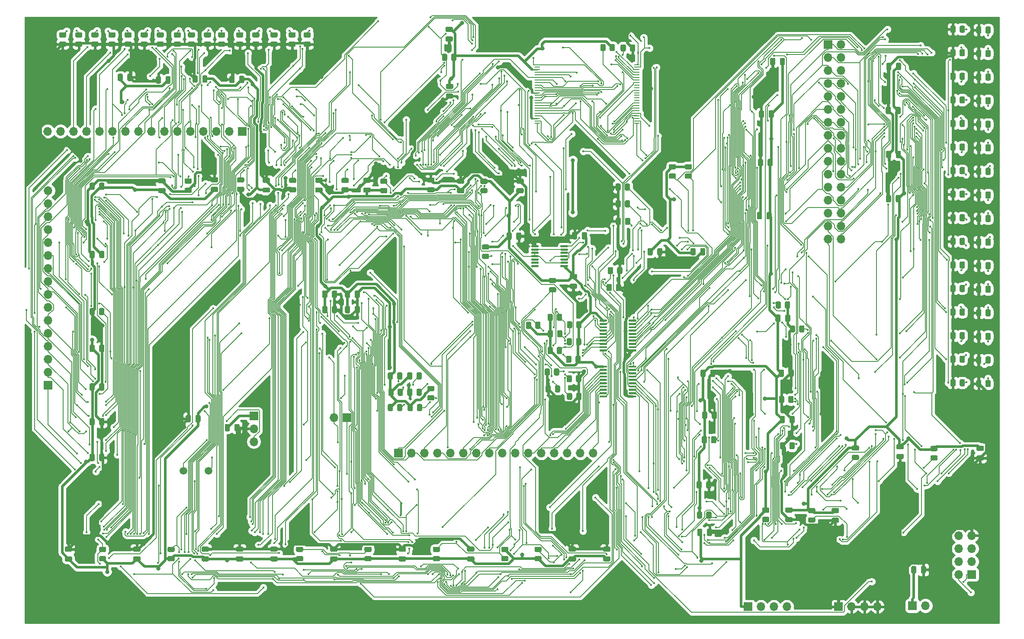
<source format=gbl>
%TF.GenerationSoftware,KiCad,Pcbnew,(5.1.10)-1*%
%TF.CreationDate,2021-11-09T21:50:18+08:00*%
%TF.ProjectId,S3_Schematic,53335f53-6368-4656-9d61-7469632e6b69,rev?*%
%TF.SameCoordinates,Original*%
%TF.FileFunction,Copper,L2,Bot*%
%TF.FilePolarity,Positive*%
%FSLAX46Y46*%
G04 Gerber Fmt 4.6, Leading zero omitted, Abs format (unit mm)*
G04 Created by KiCad (PCBNEW (5.1.10)-1) date 2021-11-09 21:50:18*
%MOMM*%
%LPD*%
G01*
G04 APERTURE LIST*
%TA.AperFunction,ComponentPad*%
%ADD10O,1.700000X1.700000*%
%TD*%
%TA.AperFunction,ComponentPad*%
%ADD11R,1.700000X1.700000*%
%TD*%
%TA.AperFunction,SMDPad,CuDef*%
%ADD12R,1.100000X0.250000*%
%TD*%
%TA.AperFunction,ComponentPad*%
%ADD13C,1.500000*%
%TD*%
%TA.AperFunction,ViaPad*%
%ADD14C,0.800000*%
%TD*%
%TA.AperFunction,ViaPad*%
%ADD15C,0.400000*%
%TD*%
%TA.AperFunction,Conductor*%
%ADD16C,0.500000*%
%TD*%
%TA.AperFunction,Conductor*%
%ADD17C,0.249800*%
%TD*%
%TA.AperFunction,Conductor*%
%ADD18C,0.400600*%
%TD*%
%TA.AperFunction,Conductor*%
%ADD19C,0.200000*%
%TD*%
%TA.AperFunction,Conductor*%
%ADD20C,0.127000*%
%TD*%
%TA.AperFunction,Conductor*%
%ADD21C,0.254000*%
%TD*%
%TA.AperFunction,Conductor*%
%ADD22C,0.100000*%
%TD*%
G04 APERTURE END LIST*
%TO.P,C68,2*%
%TO.N,GND*%
%TA.AperFunction,SMDPad,CuDef*%
G36*
G01*
X148295000Y-45600000D02*
X149245000Y-45600000D01*
G75*
G02*
X149495000Y-45850000I0J-250000D01*
G01*
X149495000Y-46350000D01*
G75*
G02*
X149245000Y-46600000I-250000J0D01*
G01*
X148295000Y-46600000D01*
G75*
G02*
X148045000Y-46350000I0J250000D01*
G01*
X148045000Y-45850000D01*
G75*
G02*
X148295000Y-45600000I250000J0D01*
G01*
G37*
%TD.AperFunction*%
%TO.P,C68,1*%
%TO.N,+3V3*%
%TA.AperFunction,SMDPad,CuDef*%
G36*
G01*
X148295000Y-43700000D02*
X149245000Y-43700000D01*
G75*
G02*
X149495000Y-43950000I0J-250000D01*
G01*
X149495000Y-44450000D01*
G75*
G02*
X149245000Y-44700000I-250000J0D01*
G01*
X148295000Y-44700000D01*
G75*
G02*
X148045000Y-44450000I0J250000D01*
G01*
X148045000Y-43950000D01*
G75*
G02*
X148295000Y-43700000I250000J0D01*
G01*
G37*
%TD.AperFunction*%
%TD*%
%TO.P,C67,2*%
%TO.N,GND*%
%TA.AperFunction,SMDPad,CuDef*%
G36*
G01*
X215310000Y-109913000D02*
X215310000Y-108963000D01*
G75*
G02*
X215560000Y-108713000I250000J0D01*
G01*
X216060000Y-108713000D01*
G75*
G02*
X216310000Y-108963000I0J-250000D01*
G01*
X216310000Y-109913000D01*
G75*
G02*
X216060000Y-110163000I-250000J0D01*
G01*
X215560000Y-110163000D01*
G75*
G02*
X215310000Y-109913000I0J250000D01*
G01*
G37*
%TD.AperFunction*%
%TO.P,C67,1*%
%TO.N,+3V3*%
%TA.AperFunction,SMDPad,CuDef*%
G36*
G01*
X213410000Y-109913000D02*
X213410000Y-108963000D01*
G75*
G02*
X213660000Y-108713000I250000J0D01*
G01*
X214160000Y-108713000D01*
G75*
G02*
X214410000Y-108963000I0J-250000D01*
G01*
X214410000Y-109913000D01*
G75*
G02*
X214160000Y-110163000I-250000J0D01*
G01*
X213660000Y-110163000D01*
G75*
G02*
X213410000Y-109913000I0J250000D01*
G01*
G37*
%TD.AperFunction*%
%TD*%
%TO.P,C66,2*%
%TO.N,GND*%
%TA.AperFunction,SMDPad,CuDef*%
G36*
G01*
X235230000Y-39825000D02*
X235230000Y-40775000D01*
G75*
G02*
X234980000Y-41025000I-250000J0D01*
G01*
X234480000Y-41025000D01*
G75*
G02*
X234230000Y-40775000I0J250000D01*
G01*
X234230000Y-39825000D01*
G75*
G02*
X234480000Y-39575000I250000J0D01*
G01*
X234980000Y-39575000D01*
G75*
G02*
X235230000Y-39825000I0J-250000D01*
G01*
G37*
%TD.AperFunction*%
%TO.P,C66,1*%
%TO.N,+3V3*%
%TA.AperFunction,SMDPad,CuDef*%
G36*
G01*
X237130000Y-39825000D02*
X237130000Y-40775000D01*
G75*
G02*
X236880000Y-41025000I-250000J0D01*
G01*
X236380000Y-41025000D01*
G75*
G02*
X236130000Y-40775000I0J250000D01*
G01*
X236130000Y-39825000D01*
G75*
G02*
X236380000Y-39575000I250000J0D01*
G01*
X236880000Y-39575000D01*
G75*
G02*
X237130000Y-39825000I0J-250000D01*
G01*
G37*
%TD.AperFunction*%
%TD*%
%TO.P,C65,2*%
%TO.N,GND*%
%TA.AperFunction,SMDPad,CuDef*%
G36*
G01*
X74645000Y-135330000D02*
X73695000Y-135330000D01*
G75*
G02*
X73445000Y-135080000I0J250000D01*
G01*
X73445000Y-134580000D01*
G75*
G02*
X73695000Y-134330000I250000J0D01*
G01*
X74645000Y-134330000D01*
G75*
G02*
X74895000Y-134580000I0J-250000D01*
G01*
X74895000Y-135080000D01*
G75*
G02*
X74645000Y-135330000I-250000J0D01*
G01*
G37*
%TD.AperFunction*%
%TO.P,C65,1*%
%TO.N,+3V3*%
%TA.AperFunction,SMDPad,CuDef*%
G36*
G01*
X74645000Y-137230000D02*
X73695000Y-137230000D01*
G75*
G02*
X73445000Y-136980000I0J250000D01*
G01*
X73445000Y-136480000D01*
G75*
G02*
X73695000Y-136230000I250000J0D01*
G01*
X74645000Y-136230000D01*
G75*
G02*
X74895000Y-136480000I0J-250000D01*
G01*
X74895000Y-136980000D01*
G75*
G02*
X74645000Y-137230000I-250000J0D01*
G01*
G37*
%TD.AperFunction*%
%TD*%
%TO.P,C63,2*%
%TO.N,GND*%
%TA.AperFunction,SMDPad,CuDef*%
G36*
G01*
X173272000Y-135330000D02*
X172322000Y-135330000D01*
G75*
G02*
X172072000Y-135080000I0J250000D01*
G01*
X172072000Y-134580000D01*
G75*
G02*
X172322000Y-134330000I250000J0D01*
G01*
X173272000Y-134330000D01*
G75*
G02*
X173522000Y-134580000I0J-250000D01*
G01*
X173522000Y-135080000D01*
G75*
G02*
X173272000Y-135330000I-250000J0D01*
G01*
G37*
%TD.AperFunction*%
%TO.P,C63,1*%
%TO.N,+3V3*%
%TA.AperFunction,SMDPad,CuDef*%
G36*
G01*
X173272000Y-137230000D02*
X172322000Y-137230000D01*
G75*
G02*
X172072000Y-136980000I0J250000D01*
G01*
X172072000Y-136480000D01*
G75*
G02*
X172322000Y-136230000I250000J0D01*
G01*
X173272000Y-136230000D01*
G75*
G02*
X173522000Y-136480000I0J-250000D01*
G01*
X173522000Y-136980000D01*
G75*
G02*
X173272000Y-137230000I-250000J0D01*
G01*
G37*
%TD.AperFunction*%
%TD*%
%TO.P,C62,2*%
%TO.N,GND*%
%TA.AperFunction,SMDPad,CuDef*%
G36*
G01*
X153374000Y-135330000D02*
X152424000Y-135330000D01*
G75*
G02*
X152174000Y-135080000I0J250000D01*
G01*
X152174000Y-134580000D01*
G75*
G02*
X152424000Y-134330000I250000J0D01*
G01*
X153374000Y-134330000D01*
G75*
G02*
X153624000Y-134580000I0J-250000D01*
G01*
X153624000Y-135080000D01*
G75*
G02*
X153374000Y-135330000I-250000J0D01*
G01*
G37*
%TD.AperFunction*%
%TO.P,C62,1*%
%TO.N,+3V3*%
%TA.AperFunction,SMDPad,CuDef*%
G36*
G01*
X153374000Y-137230000D02*
X152424000Y-137230000D01*
G75*
G02*
X152174000Y-136980000I0J250000D01*
G01*
X152174000Y-136480000D01*
G75*
G02*
X152424000Y-136230000I250000J0D01*
G01*
X153374000Y-136230000D01*
G75*
G02*
X153624000Y-136480000I0J-250000D01*
G01*
X153624000Y-136980000D01*
G75*
G02*
X153374000Y-137230000I-250000J0D01*
G01*
G37*
%TD.AperFunction*%
%TD*%
%TO.P,C61,2*%
%TO.N,GND*%
%TA.AperFunction,SMDPad,CuDef*%
G36*
G01*
X148215000Y-34420000D02*
X149165000Y-34420000D01*
G75*
G02*
X149415000Y-34670000I0J-250000D01*
G01*
X149415000Y-35170000D01*
G75*
G02*
X149165000Y-35420000I-250000J0D01*
G01*
X148215000Y-35420000D01*
G75*
G02*
X147965000Y-35170000I0J250000D01*
G01*
X147965000Y-34670000D01*
G75*
G02*
X148215000Y-34420000I250000J0D01*
G01*
G37*
%TD.AperFunction*%
%TO.P,C61,1*%
%TO.N,+3V3*%
%TA.AperFunction,SMDPad,CuDef*%
G36*
G01*
X148215000Y-32520000D02*
X149165000Y-32520000D01*
G75*
G02*
X149415000Y-32770000I0J-250000D01*
G01*
X149415000Y-33270000D01*
G75*
G02*
X149165000Y-33520000I-250000J0D01*
G01*
X148215000Y-33520000D01*
G75*
G02*
X147965000Y-33270000I0J250000D01*
G01*
X147965000Y-32770000D01*
G75*
G02*
X148215000Y-32520000I250000J0D01*
G01*
G37*
%TD.AperFunction*%
%TD*%
%TO.P,C60,2*%
%TO.N,GND*%
%TA.AperFunction,SMDPad,CuDef*%
G36*
G01*
X210112000Y-58625000D02*
X210112000Y-59575000D01*
G75*
G02*
X209862000Y-59825000I-250000J0D01*
G01*
X209362000Y-59825000D01*
G75*
G02*
X209112000Y-59575000I0J250000D01*
G01*
X209112000Y-58625000D01*
G75*
G02*
X209362000Y-58375000I250000J0D01*
G01*
X209862000Y-58375000D01*
G75*
G02*
X210112000Y-58625000I0J-250000D01*
G01*
G37*
%TD.AperFunction*%
%TO.P,C60,1*%
%TO.N,+3V3*%
%TA.AperFunction,SMDPad,CuDef*%
G36*
G01*
X212012000Y-58625000D02*
X212012000Y-59575000D01*
G75*
G02*
X211762000Y-59825000I-250000J0D01*
G01*
X211262000Y-59825000D01*
G75*
G02*
X211012000Y-59575000I0J250000D01*
G01*
X211012000Y-58625000D01*
G75*
G02*
X211262000Y-58375000I250000J0D01*
G01*
X211762000Y-58375000D01*
G75*
G02*
X212012000Y-58625000I0J-250000D01*
G01*
G37*
%TD.AperFunction*%
%TD*%
%TO.P,C59,2*%
%TO.N,GND*%
%TA.AperFunction,SMDPad,CuDef*%
G36*
G01*
X106680000Y-42375000D02*
X106680000Y-43325000D01*
G75*
G02*
X106430000Y-43575000I-250000J0D01*
G01*
X105930000Y-43575000D01*
G75*
G02*
X105680000Y-43325000I0J250000D01*
G01*
X105680000Y-42375000D01*
G75*
G02*
X105930000Y-42125000I250000J0D01*
G01*
X106430000Y-42125000D01*
G75*
G02*
X106680000Y-42375000I0J-250000D01*
G01*
G37*
%TD.AperFunction*%
%TO.P,C59,1*%
%TO.N,+3V3*%
%TA.AperFunction,SMDPad,CuDef*%
G36*
G01*
X108580000Y-42375000D02*
X108580000Y-43325000D01*
G75*
G02*
X108330000Y-43575000I-250000J0D01*
G01*
X107830000Y-43575000D01*
G75*
G02*
X107580000Y-43325000I0J250000D01*
G01*
X107580000Y-42375000D01*
G75*
G02*
X107830000Y-42125000I250000J0D01*
G01*
X108330000Y-42125000D01*
G75*
G02*
X108580000Y-42375000I0J-250000D01*
G01*
G37*
%TD.AperFunction*%
%TD*%
%TO.P,C57,2*%
%TO.N,GND*%
%TA.AperFunction,SMDPad,CuDef*%
G36*
G01*
X113392000Y-63090000D02*
X112442000Y-63090000D01*
G75*
G02*
X112192000Y-62840000I0J250000D01*
G01*
X112192000Y-62340000D01*
G75*
G02*
X112442000Y-62090000I250000J0D01*
G01*
X113392000Y-62090000D01*
G75*
G02*
X113642000Y-62340000I0J-250000D01*
G01*
X113642000Y-62840000D01*
G75*
G02*
X113392000Y-63090000I-250000J0D01*
G01*
G37*
%TD.AperFunction*%
%TO.P,C57,1*%
%TO.N,+3V3*%
%TA.AperFunction,SMDPad,CuDef*%
G36*
G01*
X113392000Y-64990000D02*
X112442000Y-64990000D01*
G75*
G02*
X112192000Y-64740000I0J250000D01*
G01*
X112192000Y-64240000D01*
G75*
G02*
X112442000Y-63990000I250000J0D01*
G01*
X113392000Y-63990000D01*
G75*
G02*
X113642000Y-64240000I0J-250000D01*
G01*
X113642000Y-64740000D01*
G75*
G02*
X113392000Y-64990000I-250000J0D01*
G01*
G37*
%TD.AperFunction*%
%TD*%
%TO.P,C56,2*%
%TO.N,GND*%
%TA.AperFunction,SMDPad,CuDef*%
G36*
G01*
X212512000Y-38855000D02*
X212512000Y-39805000D01*
G75*
G02*
X212262000Y-40055000I-250000J0D01*
G01*
X211762000Y-40055000D01*
G75*
G02*
X211512000Y-39805000I0J250000D01*
G01*
X211512000Y-38855000D01*
G75*
G02*
X211762000Y-38605000I250000J0D01*
G01*
X212262000Y-38605000D01*
G75*
G02*
X212512000Y-38855000I0J-250000D01*
G01*
G37*
%TD.AperFunction*%
%TO.P,C56,1*%
%TO.N,+3V3*%
%TA.AperFunction,SMDPad,CuDef*%
G36*
G01*
X214412000Y-38855000D02*
X214412000Y-39805000D01*
G75*
G02*
X214162000Y-40055000I-250000J0D01*
G01*
X213662000Y-40055000D01*
G75*
G02*
X213412000Y-39805000I0J250000D01*
G01*
X213412000Y-38855000D01*
G75*
G02*
X213662000Y-38605000I250000J0D01*
G01*
X214162000Y-38605000D01*
G75*
G02*
X214412000Y-38855000I0J-250000D01*
G01*
G37*
%TD.AperFunction*%
%TD*%
%TO.P,C54,2*%
%TO.N,GND*%
%TA.AperFunction,SMDPad,CuDef*%
G36*
G01*
X88036900Y-135330000D02*
X87086900Y-135330000D01*
G75*
G02*
X86836900Y-135080000I0J250000D01*
G01*
X86836900Y-134580000D01*
G75*
G02*
X87086900Y-134330000I250000J0D01*
G01*
X88036900Y-134330000D01*
G75*
G02*
X88286900Y-134580000I0J-250000D01*
G01*
X88286900Y-135080000D01*
G75*
G02*
X88036900Y-135330000I-250000J0D01*
G01*
G37*
%TD.AperFunction*%
%TO.P,C54,1*%
%TO.N,+3V3*%
%TA.AperFunction,SMDPad,CuDef*%
G36*
G01*
X88036900Y-137230000D02*
X87086900Y-137230000D01*
G75*
G02*
X86836900Y-136980000I0J250000D01*
G01*
X86836900Y-136480000D01*
G75*
G02*
X87086900Y-136230000I250000J0D01*
G01*
X88036900Y-136230000D01*
G75*
G02*
X88286900Y-136480000I0J-250000D01*
G01*
X88286900Y-136980000D01*
G75*
G02*
X88036900Y-137230000I-250000J0D01*
G01*
G37*
%TD.AperFunction*%
%TD*%
%TO.P,C51,2*%
%TO.N,GND*%
%TA.AperFunction,SMDPad,CuDef*%
G36*
G01*
X236462000Y-116173000D02*
X237412000Y-116173000D01*
G75*
G02*
X237662000Y-116423000I0J-250000D01*
G01*
X237662000Y-116923000D01*
G75*
G02*
X237412000Y-117173000I-250000J0D01*
G01*
X236462000Y-117173000D01*
G75*
G02*
X236212000Y-116923000I0J250000D01*
G01*
X236212000Y-116423000D01*
G75*
G02*
X236462000Y-116173000I250000J0D01*
G01*
G37*
%TD.AperFunction*%
%TO.P,C51,1*%
%TO.N,+3V3*%
%TA.AperFunction,SMDPad,CuDef*%
G36*
G01*
X236462000Y-114273000D02*
X237412000Y-114273000D01*
G75*
G02*
X237662000Y-114523000I0J-250000D01*
G01*
X237662000Y-115023000D01*
G75*
G02*
X237412000Y-115273000I-250000J0D01*
G01*
X236462000Y-115273000D01*
G75*
G02*
X236212000Y-115023000I0J250000D01*
G01*
X236212000Y-114523000D01*
G75*
G02*
X236462000Y-114273000I250000J0D01*
G01*
G37*
%TD.AperFunction*%
%TD*%
%TO.P,C50,2*%
%TO.N,GND*%
%TA.AperFunction,SMDPad,CuDef*%
G36*
G01*
X210312000Y-49155000D02*
X210312000Y-50105000D01*
G75*
G02*
X210062000Y-50355000I-250000J0D01*
G01*
X209562000Y-50355000D01*
G75*
G02*
X209312000Y-50105000I0J250000D01*
G01*
X209312000Y-49155000D01*
G75*
G02*
X209562000Y-48905000I250000J0D01*
G01*
X210062000Y-48905000D01*
G75*
G02*
X210312000Y-49155000I0J-250000D01*
G01*
G37*
%TD.AperFunction*%
%TO.P,C50,1*%
%TO.N,+3V3*%
%TA.AperFunction,SMDPad,CuDef*%
G36*
G01*
X212212000Y-49155000D02*
X212212000Y-50105000D01*
G75*
G02*
X211962000Y-50355000I-250000J0D01*
G01*
X211462000Y-50355000D01*
G75*
G02*
X211212000Y-50105000I0J250000D01*
G01*
X211212000Y-49155000D01*
G75*
G02*
X211462000Y-48905000I250000J0D01*
G01*
X211962000Y-48905000D01*
G75*
G02*
X212212000Y-49155000I0J-250000D01*
G01*
G37*
%TD.AperFunction*%
%TD*%
%TO.P,C49,2*%
%TO.N,GND*%
%TA.AperFunction,SMDPad,CuDef*%
G36*
G01*
X235180000Y-65725000D02*
X235180000Y-66675000D01*
G75*
G02*
X234930000Y-66925000I-250000J0D01*
G01*
X234430000Y-66925000D01*
G75*
G02*
X234180000Y-66675000I0J250000D01*
G01*
X234180000Y-65725000D01*
G75*
G02*
X234430000Y-65475000I250000J0D01*
G01*
X234930000Y-65475000D01*
G75*
G02*
X235180000Y-65725000I0J-250000D01*
G01*
G37*
%TD.AperFunction*%
%TO.P,C49,1*%
%TO.N,+3V3*%
%TA.AperFunction,SMDPad,CuDef*%
G36*
G01*
X237080000Y-65725000D02*
X237080000Y-66675000D01*
G75*
G02*
X236830000Y-66925000I-250000J0D01*
G01*
X236330000Y-66925000D01*
G75*
G02*
X236080000Y-66675000I0J250000D01*
G01*
X236080000Y-65725000D01*
G75*
G02*
X236330000Y-65475000I250000J0D01*
G01*
X236830000Y-65475000D01*
G75*
G02*
X237080000Y-65725000I0J-250000D01*
G01*
G37*
%TD.AperFunction*%
%TD*%
%TO.P,C48,2*%
%TO.N,GND*%
%TA.AperFunction,SMDPad,CuDef*%
G36*
G01*
X80212500Y-95985000D02*
X80212500Y-95035000D01*
G75*
G02*
X80462500Y-94785000I250000J0D01*
G01*
X80962500Y-94785000D01*
G75*
G02*
X81212500Y-95035000I0J-250000D01*
G01*
X81212500Y-95985000D01*
G75*
G02*
X80962500Y-96235000I-250000J0D01*
G01*
X80462500Y-96235000D01*
G75*
G02*
X80212500Y-95985000I0J250000D01*
G01*
G37*
%TD.AperFunction*%
%TO.P,C48,1*%
%TO.N,+3V3*%
%TA.AperFunction,SMDPad,CuDef*%
G36*
G01*
X78312500Y-95985000D02*
X78312500Y-95035000D01*
G75*
G02*
X78562500Y-94785000I250000J0D01*
G01*
X79062500Y-94785000D01*
G75*
G02*
X79312500Y-95035000I0J-250000D01*
G01*
X79312500Y-95985000D01*
G75*
G02*
X79062500Y-96235000I-250000J0D01*
G01*
X78562500Y-96235000D01*
G75*
G02*
X78312500Y-95985000I0J250000D01*
G01*
G37*
%TD.AperFunction*%
%TD*%
%TO.P,C45,2*%
%TO.N,GND*%
%TA.AperFunction,SMDPad,CuDef*%
G36*
G01*
X189420000Y-77065000D02*
X189420000Y-76115000D01*
G75*
G02*
X189670000Y-75865000I250000J0D01*
G01*
X190170000Y-75865000D01*
G75*
G02*
X190420000Y-76115000I0J-250000D01*
G01*
X190420000Y-77065000D01*
G75*
G02*
X190170000Y-77315000I-250000J0D01*
G01*
X189670000Y-77315000D01*
G75*
G02*
X189420000Y-77065000I0J250000D01*
G01*
G37*
%TD.AperFunction*%
%TO.P,C45,1*%
%TO.N,+3V3*%
%TA.AperFunction,SMDPad,CuDef*%
G36*
G01*
X187520000Y-77065000D02*
X187520000Y-76115000D01*
G75*
G02*
X187770000Y-75865000I250000J0D01*
G01*
X188270000Y-75865000D01*
G75*
G02*
X188520000Y-76115000I0J-250000D01*
G01*
X188520000Y-77065000D01*
G75*
G02*
X188270000Y-77315000I-250000J0D01*
G01*
X187770000Y-77315000D01*
G75*
G02*
X187520000Y-77065000I0J250000D01*
G01*
G37*
%TD.AperFunction*%
%TD*%
%TO.P,C44,2*%
%TO.N,GND*%
%TA.AperFunction,SMDPad,CuDef*%
G36*
G01*
X99470000Y-42295000D02*
X99470000Y-43245000D01*
G75*
G02*
X99220000Y-43495000I-250000J0D01*
G01*
X98720000Y-43495000D01*
G75*
G02*
X98470000Y-43245000I0J250000D01*
G01*
X98470000Y-42295000D01*
G75*
G02*
X98720000Y-42045000I250000J0D01*
G01*
X99220000Y-42045000D01*
G75*
G02*
X99470000Y-42295000I0J-250000D01*
G01*
G37*
%TD.AperFunction*%
%TO.P,C44,1*%
%TO.N,+3V3*%
%TA.AperFunction,SMDPad,CuDef*%
G36*
G01*
X101370000Y-42295000D02*
X101370000Y-43245000D01*
G75*
G02*
X101120000Y-43495000I-250000J0D01*
G01*
X100620000Y-43495000D01*
G75*
G02*
X100370000Y-43245000I0J250000D01*
G01*
X100370000Y-42295000D01*
G75*
G02*
X100620000Y-42045000I250000J0D01*
G01*
X101120000Y-42045000D01*
G75*
G02*
X101370000Y-42295000I0J-250000D01*
G01*
G37*
%TD.AperFunction*%
%TD*%
%TO.P,C43,2*%
%TO.N,GND*%
%TA.AperFunction,SMDPad,CuDef*%
G36*
G01*
X199773000Y-100875000D02*
X199773000Y-99925000D01*
G75*
G02*
X200023000Y-99675000I250000J0D01*
G01*
X200523000Y-99675000D01*
G75*
G02*
X200773000Y-99925000I0J-250000D01*
G01*
X200773000Y-100875000D01*
G75*
G02*
X200523000Y-101125000I-250000J0D01*
G01*
X200023000Y-101125000D01*
G75*
G02*
X199773000Y-100875000I0J250000D01*
G01*
G37*
%TD.AperFunction*%
%TO.P,C43,1*%
%TO.N,+3V3*%
%TA.AperFunction,SMDPad,CuDef*%
G36*
G01*
X197873000Y-100875000D02*
X197873000Y-99925000D01*
G75*
G02*
X198123000Y-99675000I250000J0D01*
G01*
X198623000Y-99675000D01*
G75*
G02*
X198873000Y-99925000I0J-250000D01*
G01*
X198873000Y-100875000D01*
G75*
G02*
X198623000Y-101125000I-250000J0D01*
G01*
X198123000Y-101125000D01*
G75*
G02*
X197873000Y-100875000I0J250000D01*
G01*
G37*
%TD.AperFunction*%
%TD*%
%TO.P,C41,2*%
%TO.N,GND*%
%TA.AperFunction,SMDPad,CuDef*%
G36*
G01*
X126590000Y-135330000D02*
X125640000Y-135330000D01*
G75*
G02*
X125390000Y-135080000I0J250000D01*
G01*
X125390000Y-134580000D01*
G75*
G02*
X125640000Y-134330000I250000J0D01*
G01*
X126590000Y-134330000D01*
G75*
G02*
X126840000Y-134580000I0J-250000D01*
G01*
X126840000Y-135080000D01*
G75*
G02*
X126590000Y-135330000I-250000J0D01*
G01*
G37*
%TD.AperFunction*%
%TO.P,C41,1*%
%TO.N,+3V3*%
%TA.AperFunction,SMDPad,CuDef*%
G36*
G01*
X126590000Y-137230000D02*
X125640000Y-137230000D01*
G75*
G02*
X125390000Y-136980000I0J250000D01*
G01*
X125390000Y-136480000D01*
G75*
G02*
X125640000Y-136230000I250000J0D01*
G01*
X126590000Y-136230000D01*
G75*
G02*
X126840000Y-136480000I0J-250000D01*
G01*
X126840000Y-136980000D01*
G75*
G02*
X126590000Y-137230000I-250000J0D01*
G01*
G37*
%TD.AperFunction*%
%TD*%
%TO.P,C39,2*%
%TO.N,GND*%
%TA.AperFunction,SMDPad,CuDef*%
G36*
G01*
X108155000Y-135330000D02*
X107205000Y-135330000D01*
G75*
G02*
X106955000Y-135080000I0J250000D01*
G01*
X106955000Y-134580000D01*
G75*
G02*
X107205000Y-134330000I250000J0D01*
G01*
X108155000Y-134330000D01*
G75*
G02*
X108405000Y-134580000I0J-250000D01*
G01*
X108405000Y-135080000D01*
G75*
G02*
X108155000Y-135330000I-250000J0D01*
G01*
G37*
%TD.AperFunction*%
%TO.P,C39,1*%
%TO.N,+3V3*%
%TA.AperFunction,SMDPad,CuDef*%
G36*
G01*
X108155000Y-137230000D02*
X107205000Y-137230000D01*
G75*
G02*
X106955000Y-136980000I0J250000D01*
G01*
X106955000Y-136480000D01*
G75*
G02*
X107205000Y-136230000I250000J0D01*
G01*
X108155000Y-136230000D01*
G75*
G02*
X108405000Y-136480000I0J-250000D01*
G01*
X108405000Y-136980000D01*
G75*
G02*
X108155000Y-137230000I-250000J0D01*
G01*
G37*
%TD.AperFunction*%
%TD*%
%TO.P,C38,2*%
%TO.N,GND*%
%TA.AperFunction,SMDPad,CuDef*%
G36*
G01*
X103219000Y-62990000D02*
X102269000Y-62990000D01*
G75*
G02*
X102019000Y-62740000I0J250000D01*
G01*
X102019000Y-62240000D01*
G75*
G02*
X102269000Y-61990000I250000J0D01*
G01*
X103219000Y-61990000D01*
G75*
G02*
X103469000Y-62240000I0J-250000D01*
G01*
X103469000Y-62740000D01*
G75*
G02*
X103219000Y-62990000I-250000J0D01*
G01*
G37*
%TD.AperFunction*%
%TO.P,C38,1*%
%TO.N,+3V3*%
%TA.AperFunction,SMDPad,CuDef*%
G36*
G01*
X103219000Y-64890000D02*
X102269000Y-64890000D01*
G75*
G02*
X102019000Y-64640000I0J250000D01*
G01*
X102019000Y-64140000D01*
G75*
G02*
X102269000Y-63890000I250000J0D01*
G01*
X103219000Y-63890000D01*
G75*
G02*
X103469000Y-64140000I0J-250000D01*
G01*
X103469000Y-64640000D01*
G75*
G02*
X103219000Y-64890000I-250000J0D01*
G01*
G37*
%TD.AperFunction*%
%TD*%
%TO.P,C34,2*%
%TO.N,GND*%
%TA.AperFunction,SMDPad,CuDef*%
G36*
G01*
X214715000Y-128570000D02*
X215665000Y-128570000D01*
G75*
G02*
X215915000Y-128820000I0J-250000D01*
G01*
X215915000Y-129320000D01*
G75*
G02*
X215665000Y-129570000I-250000J0D01*
G01*
X214715000Y-129570000D01*
G75*
G02*
X214465000Y-129320000I0J250000D01*
G01*
X214465000Y-128820000D01*
G75*
G02*
X214715000Y-128570000I250000J0D01*
G01*
G37*
%TD.AperFunction*%
%TO.P,C34,1*%
%TO.N,+3V3*%
%TA.AperFunction,SMDPad,CuDef*%
G36*
G01*
X214715000Y-126670000D02*
X215665000Y-126670000D01*
G75*
G02*
X215915000Y-126920000I0J-250000D01*
G01*
X215915000Y-127420000D01*
G75*
G02*
X215665000Y-127670000I-250000J0D01*
G01*
X214715000Y-127670000D01*
G75*
G02*
X214465000Y-127420000I0J250000D01*
G01*
X214465000Y-126920000D01*
G75*
G02*
X214715000Y-126670000I250000J0D01*
G01*
G37*
%TD.AperFunction*%
%TD*%
%TO.P,C33,2*%
%TO.N,GND*%
%TA.AperFunction,SMDPad,CuDef*%
G36*
G01*
X92280000Y-42475000D02*
X92280000Y-43425000D01*
G75*
G02*
X92030000Y-43675000I-250000J0D01*
G01*
X91530000Y-43675000D01*
G75*
G02*
X91280000Y-43425000I0J250000D01*
G01*
X91280000Y-42475000D01*
G75*
G02*
X91530000Y-42225000I250000J0D01*
G01*
X92030000Y-42225000D01*
G75*
G02*
X92280000Y-42475000I0J-250000D01*
G01*
G37*
%TD.AperFunction*%
%TO.P,C33,1*%
%TO.N,+3V3*%
%TA.AperFunction,SMDPad,CuDef*%
G36*
G01*
X94180000Y-42475000D02*
X94180000Y-43425000D01*
G75*
G02*
X93930000Y-43675000I-250000J0D01*
G01*
X93430000Y-43675000D01*
G75*
G02*
X93180000Y-43425000I0J250000D01*
G01*
X93180000Y-42475000D01*
G75*
G02*
X93430000Y-42225000I250000J0D01*
G01*
X93930000Y-42225000D01*
G75*
G02*
X94180000Y-42475000I0J-250000D01*
G01*
G37*
%TD.AperFunction*%
%TD*%
%TO.P,C32,2*%
%TO.N,GND*%
%TA.AperFunction,SMDPad,CuDef*%
G36*
G01*
X241020000Y-139325000D02*
X241020000Y-138375000D01*
G75*
G02*
X241270000Y-138125000I250000J0D01*
G01*
X241770000Y-138125000D01*
G75*
G02*
X242020000Y-138375000I0J-250000D01*
G01*
X242020000Y-139325000D01*
G75*
G02*
X241770000Y-139575000I-250000J0D01*
G01*
X241270000Y-139575000D01*
G75*
G02*
X241020000Y-139325000I0J250000D01*
G01*
G37*
%TD.AperFunction*%
%TO.P,C32,1*%
%TO.N,+3V3*%
%TA.AperFunction,SMDPad,CuDef*%
G36*
G01*
X239120000Y-139325000D02*
X239120000Y-138375000D01*
G75*
G02*
X239370000Y-138125000I250000J0D01*
G01*
X239870000Y-138125000D01*
G75*
G02*
X240120000Y-138375000I0J-250000D01*
G01*
X240120000Y-139325000D01*
G75*
G02*
X239870000Y-139575000I-250000J0D01*
G01*
X239370000Y-139575000D01*
G75*
G02*
X239120000Y-139325000I0J250000D01*
G01*
G37*
%TD.AperFunction*%
%TD*%
%TO.P,C30,2*%
%TO.N,GND*%
%TA.AperFunction,SMDPad,CuDef*%
G36*
G01*
X139982000Y-135330000D02*
X139032000Y-135330000D01*
G75*
G02*
X138782000Y-135080000I0J250000D01*
G01*
X138782000Y-134580000D01*
G75*
G02*
X139032000Y-134330000I250000J0D01*
G01*
X139982000Y-134330000D01*
G75*
G02*
X140232000Y-134580000I0J-250000D01*
G01*
X140232000Y-135080000D01*
G75*
G02*
X139982000Y-135330000I-250000J0D01*
G01*
G37*
%TD.AperFunction*%
%TO.P,C30,1*%
%TO.N,+3V3*%
%TA.AperFunction,SMDPad,CuDef*%
G36*
G01*
X139982000Y-137230000D02*
X139032000Y-137230000D01*
G75*
G02*
X138782000Y-136980000I0J250000D01*
G01*
X138782000Y-136480000D01*
G75*
G02*
X139032000Y-136230000I250000J0D01*
G01*
X139982000Y-136230000D01*
G75*
G02*
X140232000Y-136480000I0J-250000D01*
G01*
X140232000Y-136980000D01*
G75*
G02*
X139982000Y-137230000I-250000J0D01*
G01*
G37*
%TD.AperFunction*%
%TD*%
%TO.P,C29,2*%
%TO.N,GND*%
%TA.AperFunction,SMDPad,CuDef*%
G36*
G01*
X123666000Y-63090000D02*
X122716000Y-63090000D01*
G75*
G02*
X122466000Y-62840000I0J250000D01*
G01*
X122466000Y-62340000D01*
G75*
G02*
X122716000Y-62090000I250000J0D01*
G01*
X123666000Y-62090000D01*
G75*
G02*
X123916000Y-62340000I0J-250000D01*
G01*
X123916000Y-62840000D01*
G75*
G02*
X123666000Y-63090000I-250000J0D01*
G01*
G37*
%TD.AperFunction*%
%TO.P,C29,1*%
%TO.N,+3V3*%
%TA.AperFunction,SMDPad,CuDef*%
G36*
G01*
X123666000Y-64990000D02*
X122716000Y-64990000D01*
G75*
G02*
X122466000Y-64740000I0J250000D01*
G01*
X122466000Y-64240000D01*
G75*
G02*
X122716000Y-63990000I250000J0D01*
G01*
X123666000Y-63990000D01*
G75*
G02*
X123916000Y-64240000I0J-250000D01*
G01*
X123916000Y-64740000D01*
G75*
G02*
X123666000Y-64990000I-250000J0D01*
G01*
G37*
%TD.AperFunction*%
%TD*%
%TO.P,C28,2*%
%TO.N,GND*%
%TA.AperFunction,SMDPad,CuDef*%
G36*
G01*
X101429000Y-135330000D02*
X100479000Y-135330000D01*
G75*
G02*
X100229000Y-135080000I0J250000D01*
G01*
X100229000Y-134580000D01*
G75*
G02*
X100479000Y-134330000I250000J0D01*
G01*
X101429000Y-134330000D01*
G75*
G02*
X101679000Y-134580000I0J-250000D01*
G01*
X101679000Y-135080000D01*
G75*
G02*
X101429000Y-135330000I-250000J0D01*
G01*
G37*
%TD.AperFunction*%
%TO.P,C28,1*%
%TO.N,+3V3*%
%TA.AperFunction,SMDPad,CuDef*%
G36*
G01*
X101429000Y-137230000D02*
X100479000Y-137230000D01*
G75*
G02*
X100229000Y-136980000I0J250000D01*
G01*
X100229000Y-136480000D01*
G75*
G02*
X100479000Y-136230000I250000J0D01*
G01*
X101429000Y-136230000D01*
G75*
G02*
X101679000Y-136480000I0J-250000D01*
G01*
X101679000Y-136980000D01*
G75*
G02*
X101429000Y-137230000I-250000J0D01*
G01*
G37*
%TD.AperFunction*%
%TD*%
%TO.P,C27,2*%
%TO.N,GND*%
%TA.AperFunction,SMDPad,CuDef*%
G36*
G01*
X197820000Y-77045000D02*
X197820000Y-76095000D01*
G75*
G02*
X198070000Y-75845000I250000J0D01*
G01*
X198570000Y-75845000D01*
G75*
G02*
X198820000Y-76095000I0J-250000D01*
G01*
X198820000Y-77045000D01*
G75*
G02*
X198570000Y-77295000I-250000J0D01*
G01*
X198070000Y-77295000D01*
G75*
G02*
X197820000Y-77045000I0J250000D01*
G01*
G37*
%TD.AperFunction*%
%TO.P,C27,1*%
%TO.N,+3V3*%
%TA.AperFunction,SMDPad,CuDef*%
G36*
G01*
X195920000Y-77045000D02*
X195920000Y-76095000D01*
G75*
G02*
X196170000Y-75845000I250000J0D01*
G01*
X196670000Y-75845000D01*
G75*
G02*
X196920000Y-76095000I0J-250000D01*
G01*
X196920000Y-77045000D01*
G75*
G02*
X196670000Y-77295000I-250000J0D01*
G01*
X196170000Y-77295000D01*
G75*
G02*
X195920000Y-77045000I0J250000D01*
G01*
G37*
%TD.AperFunction*%
%TD*%
%TO.P,C25,2*%
%TO.N,GND*%
%TA.AperFunction,SMDPad,CuDef*%
G36*
G01*
X92945000Y-63190000D02*
X91995000Y-63190000D01*
G75*
G02*
X91745000Y-62940000I0J250000D01*
G01*
X91745000Y-62440000D01*
G75*
G02*
X91995000Y-62190000I250000J0D01*
G01*
X92945000Y-62190000D01*
G75*
G02*
X93195000Y-62440000I0J-250000D01*
G01*
X93195000Y-62940000D01*
G75*
G02*
X92945000Y-63190000I-250000J0D01*
G01*
G37*
%TD.AperFunction*%
%TO.P,C25,1*%
%TO.N,+3V3*%
%TA.AperFunction,SMDPad,CuDef*%
G36*
G01*
X92945000Y-65090000D02*
X91995000Y-65090000D01*
G75*
G02*
X91745000Y-64840000I0J250000D01*
G01*
X91745000Y-64340000D01*
G75*
G02*
X91995000Y-64090000I250000J0D01*
G01*
X92945000Y-64090000D01*
G75*
G02*
X93195000Y-64340000I0J-250000D01*
G01*
X93195000Y-64840000D01*
G75*
G02*
X92945000Y-65090000I-250000J0D01*
G01*
G37*
%TD.AperFunction*%
%TD*%
%TO.P,C24,2*%
%TO.N,GND*%
%TA.AperFunction,SMDPad,CuDef*%
G36*
G01*
X235190000Y-57045000D02*
X235190000Y-57995000D01*
G75*
G02*
X234940000Y-58245000I-250000J0D01*
G01*
X234440000Y-58245000D01*
G75*
G02*
X234190000Y-57995000I0J250000D01*
G01*
X234190000Y-57045000D01*
G75*
G02*
X234440000Y-56795000I250000J0D01*
G01*
X234940000Y-56795000D01*
G75*
G02*
X235190000Y-57045000I0J-250000D01*
G01*
G37*
%TD.AperFunction*%
%TO.P,C24,1*%
%TO.N,+3V3*%
%TA.AperFunction,SMDPad,CuDef*%
G36*
G01*
X237090000Y-57045000D02*
X237090000Y-57995000D01*
G75*
G02*
X236840000Y-58245000I-250000J0D01*
G01*
X236340000Y-58245000D01*
G75*
G02*
X236090000Y-57995000I0J250000D01*
G01*
X236090000Y-57045000D01*
G75*
G02*
X236340000Y-56795000I250000J0D01*
G01*
X236840000Y-56795000D01*
G75*
G02*
X237090000Y-57045000I0J-250000D01*
G01*
G37*
%TD.AperFunction*%
%TD*%
%TO.P,C23,2*%
%TO.N,GND*%
%TA.AperFunction,SMDPad,CuDef*%
G36*
G01*
X114881000Y-135330000D02*
X113931000Y-135330000D01*
G75*
G02*
X113681000Y-135080000I0J250000D01*
G01*
X113681000Y-134580000D01*
G75*
G02*
X113931000Y-134330000I250000J0D01*
G01*
X114881000Y-134330000D01*
G75*
G02*
X115131000Y-134580000I0J-250000D01*
G01*
X115131000Y-135080000D01*
G75*
G02*
X114881000Y-135330000I-250000J0D01*
G01*
G37*
%TD.AperFunction*%
%TO.P,C23,1*%
%TO.N,+3V3*%
%TA.AperFunction,SMDPad,CuDef*%
G36*
G01*
X114881000Y-137230000D02*
X113931000Y-137230000D01*
G75*
G02*
X113681000Y-136980000I0J250000D01*
G01*
X113681000Y-136480000D01*
G75*
G02*
X113931000Y-136230000I250000J0D01*
G01*
X114881000Y-136230000D01*
G75*
G02*
X115131000Y-136480000I0J-250000D01*
G01*
X115131000Y-136980000D01*
G75*
G02*
X114881000Y-137230000I-250000J0D01*
G01*
G37*
%TD.AperFunction*%
%TD*%
%TO.P,C22,2*%
%TO.N,GND*%
%TA.AperFunction,SMDPad,CuDef*%
G36*
G01*
X223785000Y-128660000D02*
X224735000Y-128660000D01*
G75*
G02*
X224985000Y-128910000I0J-250000D01*
G01*
X224985000Y-129410000D01*
G75*
G02*
X224735000Y-129660000I-250000J0D01*
G01*
X223785000Y-129660000D01*
G75*
G02*
X223535000Y-129410000I0J250000D01*
G01*
X223535000Y-128910000D01*
G75*
G02*
X223785000Y-128660000I250000J0D01*
G01*
G37*
%TD.AperFunction*%
%TO.P,C22,1*%
%TO.N,+3V3*%
%TA.AperFunction,SMDPad,CuDef*%
G36*
G01*
X223785000Y-126760000D02*
X224735000Y-126760000D01*
G75*
G02*
X224985000Y-127010000I0J-250000D01*
G01*
X224985000Y-127510000D01*
G75*
G02*
X224735000Y-127760000I-250000J0D01*
G01*
X223785000Y-127760000D01*
G75*
G02*
X223535000Y-127510000I0J250000D01*
G01*
X223535000Y-127010000D01*
G75*
G02*
X223785000Y-126760000I250000J0D01*
G01*
G37*
%TD.AperFunction*%
%TD*%
%TO.P,C20,2*%
%TO.N,GND*%
%TA.AperFunction,SMDPad,CuDef*%
G36*
G01*
X151405000Y-63240000D02*
X150455000Y-63240000D01*
G75*
G02*
X150205000Y-62990000I0J250000D01*
G01*
X150205000Y-62490000D01*
G75*
G02*
X150455000Y-62240000I250000J0D01*
G01*
X151405000Y-62240000D01*
G75*
G02*
X151655000Y-62490000I0J-250000D01*
G01*
X151655000Y-62990000D01*
G75*
G02*
X151405000Y-63240000I-250000J0D01*
G01*
G37*
%TD.AperFunction*%
%TO.P,C20,1*%
%TO.N,+3V3*%
%TA.AperFunction,SMDPad,CuDef*%
G36*
G01*
X151405000Y-65140000D02*
X150455000Y-65140000D01*
G75*
G02*
X150205000Y-64890000I0J250000D01*
G01*
X150205000Y-64390000D01*
G75*
G02*
X150455000Y-64140000I250000J0D01*
G01*
X151405000Y-64140000D01*
G75*
G02*
X151655000Y-64390000I0J-250000D01*
G01*
X151655000Y-64890000D01*
G75*
G02*
X151405000Y-65140000I-250000J0D01*
G01*
G37*
%TD.AperFunction*%
%TD*%
%TO.P,C19,2*%
%TO.N,GND*%
%TA.AperFunction,SMDPad,CuDef*%
G36*
G01*
X215110000Y-100840000D02*
X215110000Y-99890000D01*
G75*
G02*
X215360000Y-99640000I250000J0D01*
G01*
X215860000Y-99640000D01*
G75*
G02*
X216110000Y-99890000I0J-250000D01*
G01*
X216110000Y-100840000D01*
G75*
G02*
X215860000Y-101090000I-250000J0D01*
G01*
X215360000Y-101090000D01*
G75*
G02*
X215110000Y-100840000I0J250000D01*
G01*
G37*
%TD.AperFunction*%
%TO.P,C19,1*%
%TO.N,+3V3*%
%TA.AperFunction,SMDPad,CuDef*%
G36*
G01*
X213210000Y-100840000D02*
X213210000Y-99890000D01*
G75*
G02*
X213460000Y-99640000I250000J0D01*
G01*
X213960000Y-99640000D01*
G75*
G02*
X214210000Y-99890000I0J-250000D01*
G01*
X214210000Y-100840000D01*
G75*
G02*
X213960000Y-101090000I-250000J0D01*
G01*
X213460000Y-101090000D01*
G75*
G02*
X213210000Y-100840000I0J250000D01*
G01*
G37*
%TD.AperFunction*%
%TD*%
%TO.P,C18,2*%
%TO.N,GND*%
%TA.AperFunction,SMDPad,CuDef*%
G36*
G01*
X163025000Y-63250000D02*
X162075000Y-63250000D01*
G75*
G02*
X161825000Y-63000000I0J250000D01*
G01*
X161825000Y-62500000D01*
G75*
G02*
X162075000Y-62250000I250000J0D01*
G01*
X163025000Y-62250000D01*
G75*
G02*
X163275000Y-62500000I0J-250000D01*
G01*
X163275000Y-63000000D01*
G75*
G02*
X163025000Y-63250000I-250000J0D01*
G01*
G37*
%TD.AperFunction*%
%TO.P,C18,1*%
%TO.N,+3V3*%
%TA.AperFunction,SMDPad,CuDef*%
G36*
G01*
X163025000Y-65150000D02*
X162075000Y-65150000D01*
G75*
G02*
X161825000Y-64900000I0J250000D01*
G01*
X161825000Y-64400000D01*
G75*
G02*
X162075000Y-64150000I250000J0D01*
G01*
X163025000Y-64150000D01*
G75*
G02*
X163275000Y-64400000I0J-250000D01*
G01*
X163275000Y-64900000D01*
G75*
G02*
X163025000Y-65150000I-250000J0D01*
G01*
G37*
%TD.AperFunction*%
%TD*%
%TO.P,C16,2*%
%TO.N,GND*%
%TA.AperFunction,SMDPad,CuDef*%
G36*
G01*
X161820000Y-74015000D02*
X161820000Y-73065000D01*
G75*
G02*
X162070000Y-72815000I250000J0D01*
G01*
X162570000Y-72815000D01*
G75*
G02*
X162820000Y-73065000I0J-250000D01*
G01*
X162820000Y-74015000D01*
G75*
G02*
X162570000Y-74265000I-250000J0D01*
G01*
X162070000Y-74265000D01*
G75*
G02*
X161820000Y-74015000I0J250000D01*
G01*
G37*
%TD.AperFunction*%
%TO.P,C16,1*%
%TO.N,+3V3*%
%TA.AperFunction,SMDPad,CuDef*%
G36*
G01*
X159920000Y-74015000D02*
X159920000Y-73065000D01*
G75*
G02*
X160170000Y-72815000I250000J0D01*
G01*
X160670000Y-72815000D01*
G75*
G02*
X160920000Y-73065000I0J-250000D01*
G01*
X160920000Y-74015000D01*
G75*
G02*
X160670000Y-74265000I-250000J0D01*
G01*
X160170000Y-74265000D01*
G75*
G02*
X159920000Y-74015000I0J250000D01*
G01*
G37*
%TD.AperFunction*%
%TD*%
%TO.P,C15,2*%
%TO.N,GND*%
%TA.AperFunction,SMDPad,CuDef*%
G36*
G01*
X179998000Y-135330000D02*
X179048000Y-135330000D01*
G75*
G02*
X178798000Y-135080000I0J250000D01*
G01*
X178798000Y-134580000D01*
G75*
G02*
X179048000Y-134330000I250000J0D01*
G01*
X179998000Y-134330000D01*
G75*
G02*
X180248000Y-134580000I0J-250000D01*
G01*
X180248000Y-135080000D01*
G75*
G02*
X179998000Y-135330000I-250000J0D01*
G01*
G37*
%TD.AperFunction*%
%TO.P,C15,1*%
%TO.N,+3V3*%
%TA.AperFunction,SMDPad,CuDef*%
G36*
G01*
X179998000Y-137230000D02*
X179048000Y-137230000D01*
G75*
G02*
X178798000Y-136980000I0J250000D01*
G01*
X178798000Y-136480000D01*
G75*
G02*
X179048000Y-136230000I250000J0D01*
G01*
X179998000Y-136230000D01*
G75*
G02*
X180248000Y-136480000I0J-250000D01*
G01*
X180248000Y-136980000D01*
G75*
G02*
X179998000Y-137230000I-250000J0D01*
G01*
G37*
%TD.AperFunction*%
%TD*%
%TO.P,C14,2*%
%TO.N,GND*%
%TA.AperFunction,SMDPad,CuDef*%
G36*
G01*
X252135000Y-116473000D02*
X253085000Y-116473000D01*
G75*
G02*
X253335000Y-116723000I0J-250000D01*
G01*
X253335000Y-117223000D01*
G75*
G02*
X253085000Y-117473000I-250000J0D01*
G01*
X252135000Y-117473000D01*
G75*
G02*
X251885000Y-117223000I0J250000D01*
G01*
X251885000Y-116723000D01*
G75*
G02*
X252135000Y-116473000I250000J0D01*
G01*
G37*
%TD.AperFunction*%
%TO.P,C14,1*%
%TO.N,+3V3*%
%TA.AperFunction,SMDPad,CuDef*%
G36*
G01*
X252135000Y-114573000D02*
X253085000Y-114573000D01*
G75*
G02*
X253335000Y-114823000I0J-250000D01*
G01*
X253335000Y-115323000D01*
G75*
G02*
X253085000Y-115573000I-250000J0D01*
G01*
X252135000Y-115573000D01*
G75*
G02*
X251885000Y-115323000I0J250000D01*
G01*
X251885000Y-114823000D01*
G75*
G02*
X252135000Y-114573000I250000J0D01*
G01*
G37*
%TD.AperFunction*%
%TD*%
%TO.P,C13,2*%
%TO.N,GND*%
%TA.AperFunction,SMDPad,CuDef*%
G36*
G01*
X235140000Y-48445000D02*
X235140000Y-49395000D01*
G75*
G02*
X234890000Y-49645000I-250000J0D01*
G01*
X234390000Y-49645000D01*
G75*
G02*
X234140000Y-49395000I0J250000D01*
G01*
X234140000Y-48445000D01*
G75*
G02*
X234390000Y-48195000I250000J0D01*
G01*
X234890000Y-48195000D01*
G75*
G02*
X235140000Y-48445000I0J-250000D01*
G01*
G37*
%TD.AperFunction*%
%TO.P,C13,1*%
%TO.N,+3V3*%
%TA.AperFunction,SMDPad,CuDef*%
G36*
G01*
X237040000Y-48445000D02*
X237040000Y-49395000D01*
G75*
G02*
X236790000Y-49645000I-250000J0D01*
G01*
X236290000Y-49645000D01*
G75*
G02*
X236040000Y-49395000I0J250000D01*
G01*
X236040000Y-48445000D01*
G75*
G02*
X236290000Y-48195000I250000J0D01*
G01*
X236790000Y-48195000D01*
G75*
G02*
X237040000Y-48445000I0J-250000D01*
G01*
G37*
%TD.AperFunction*%
%TD*%
%TO.P,C12,2*%
%TO.N,GND*%
%TA.AperFunction,SMDPad,CuDef*%
G36*
G01*
X173740000Y-72965000D02*
X173740000Y-73915000D01*
G75*
G02*
X173490000Y-74165000I-250000J0D01*
G01*
X172990000Y-74165000D01*
G75*
G02*
X172740000Y-73915000I0J250000D01*
G01*
X172740000Y-72965000D01*
G75*
G02*
X172990000Y-72715000I250000J0D01*
G01*
X173490000Y-72715000D01*
G75*
G02*
X173740000Y-72965000I0J-250000D01*
G01*
G37*
%TD.AperFunction*%
%TO.P,C12,1*%
%TO.N,+3V3*%
%TA.AperFunction,SMDPad,CuDef*%
G36*
G01*
X175640000Y-72965000D02*
X175640000Y-73915000D01*
G75*
G02*
X175390000Y-74165000I-250000J0D01*
G01*
X174890000Y-74165000D01*
G75*
G02*
X174640000Y-73915000I0J250000D01*
G01*
X174640000Y-72965000D01*
G75*
G02*
X174890000Y-72715000I250000J0D01*
G01*
X175390000Y-72715000D01*
G75*
G02*
X175640000Y-72965000I0J-250000D01*
G01*
G37*
%TD.AperFunction*%
%TD*%
%TO.P,C11,2*%
%TO.N,GND*%
%TA.AperFunction,SMDPad,CuDef*%
G36*
G01*
X79312500Y-76655000D02*
X79312500Y-77605000D01*
G75*
G02*
X79062500Y-77855000I-250000J0D01*
G01*
X78562500Y-77855000D01*
G75*
G02*
X78312500Y-77605000I0J250000D01*
G01*
X78312500Y-76655000D01*
G75*
G02*
X78562500Y-76405000I250000J0D01*
G01*
X79062500Y-76405000D01*
G75*
G02*
X79312500Y-76655000I0J-250000D01*
G01*
G37*
%TD.AperFunction*%
%TO.P,C11,1*%
%TO.N,+3V3*%
%TA.AperFunction,SMDPad,CuDef*%
G36*
G01*
X81212500Y-76655000D02*
X81212500Y-77605000D01*
G75*
G02*
X80962500Y-77855000I-250000J0D01*
G01*
X80462500Y-77855000D01*
G75*
G02*
X80212500Y-77605000I0J250000D01*
G01*
X80212500Y-76655000D01*
G75*
G02*
X80462500Y-76405000I250000J0D01*
G01*
X80962500Y-76405000D01*
G75*
G02*
X81212500Y-76655000I0J-250000D01*
G01*
G37*
%TD.AperFunction*%
%TD*%
%TO.P,C10,2*%
%TO.N,GND*%
%TA.AperFunction,SMDPad,CuDef*%
G36*
G01*
X199000000Y-122705000D02*
X199000000Y-121755000D01*
G75*
G02*
X199250000Y-121505000I250000J0D01*
G01*
X199750000Y-121505000D01*
G75*
G02*
X200000000Y-121755000I0J-250000D01*
G01*
X200000000Y-122705000D01*
G75*
G02*
X199750000Y-122955000I-250000J0D01*
G01*
X199250000Y-122955000D01*
G75*
G02*
X199000000Y-122705000I0J250000D01*
G01*
G37*
%TD.AperFunction*%
%TO.P,C10,1*%
%TO.N,+3V3*%
%TA.AperFunction,SMDPad,CuDef*%
G36*
G01*
X197100000Y-122705000D02*
X197100000Y-121755000D01*
G75*
G02*
X197350000Y-121505000I250000J0D01*
G01*
X197850000Y-121505000D01*
G75*
G02*
X198100000Y-121755000I0J-250000D01*
G01*
X198100000Y-122705000D01*
G75*
G02*
X197850000Y-122955000I-250000J0D01*
G01*
X197350000Y-122955000D01*
G75*
G02*
X197100000Y-122705000I0J250000D01*
G01*
G37*
%TD.AperFunction*%
%TD*%
%TO.P,C9,2*%
%TO.N,GND*%
%TA.AperFunction,SMDPad,CuDef*%
G36*
G01*
X98130000Y-108805000D02*
X98130000Y-109755000D01*
G75*
G02*
X97880000Y-110005000I-250000J0D01*
G01*
X97380000Y-110005000D01*
G75*
G02*
X97130000Y-109755000I0J250000D01*
G01*
X97130000Y-108805000D01*
G75*
G02*
X97380000Y-108555000I250000J0D01*
G01*
X97880000Y-108555000D01*
G75*
G02*
X98130000Y-108805000I0J-250000D01*
G01*
G37*
%TD.AperFunction*%
%TO.P,C9,1*%
%TO.N,+3V3*%
%TA.AperFunction,SMDPad,CuDef*%
G36*
G01*
X100030000Y-108805000D02*
X100030000Y-109755000D01*
G75*
G02*
X99780000Y-110005000I-250000J0D01*
G01*
X99280000Y-110005000D01*
G75*
G02*
X99030000Y-109755000I0J250000D01*
G01*
X99030000Y-108805000D01*
G75*
G02*
X99280000Y-108555000I250000J0D01*
G01*
X99780000Y-108555000D01*
G75*
G02*
X100030000Y-108805000I0J-250000D01*
G01*
G37*
%TD.AperFunction*%
%TD*%
%TO.P,C8,2*%
%TO.N,GND*%
%TA.AperFunction,SMDPad,CuDef*%
G36*
G01*
X80212500Y-103535000D02*
X80212500Y-102585000D01*
G75*
G02*
X80462500Y-102335000I250000J0D01*
G01*
X80962500Y-102335000D01*
G75*
G02*
X81212500Y-102585000I0J-250000D01*
G01*
X81212500Y-103535000D01*
G75*
G02*
X80962500Y-103785000I-250000J0D01*
G01*
X80462500Y-103785000D01*
G75*
G02*
X80212500Y-103535000I0J250000D01*
G01*
G37*
%TD.AperFunction*%
%TO.P,C8,1*%
%TO.N,+3V3*%
%TA.AperFunction,SMDPad,CuDef*%
G36*
G01*
X78312500Y-103535000D02*
X78312500Y-102585000D01*
G75*
G02*
X78562500Y-102335000I250000J0D01*
G01*
X79062500Y-102335000D01*
G75*
G02*
X79312500Y-102585000I0J-250000D01*
G01*
X79312500Y-103535000D01*
G75*
G02*
X79062500Y-103785000I-250000J0D01*
G01*
X78562500Y-103785000D01*
G75*
G02*
X78312500Y-103535000I0J250000D01*
G01*
G37*
%TD.AperFunction*%
%TD*%
%TO.P,C7,2*%
%TO.N,GND*%
%TA.AperFunction,SMDPad,CuDef*%
G36*
G01*
X106680000Y-111505000D02*
X106680000Y-110555000D01*
G75*
G02*
X106930000Y-110305000I250000J0D01*
G01*
X107430000Y-110305000D01*
G75*
G02*
X107680000Y-110555000I0J-250000D01*
G01*
X107680000Y-111505000D01*
G75*
G02*
X107430000Y-111755000I-250000J0D01*
G01*
X106930000Y-111755000D01*
G75*
G02*
X106680000Y-111505000I0J250000D01*
G01*
G37*
%TD.AperFunction*%
%TO.P,C7,1*%
%TO.N,+3V3*%
%TA.AperFunction,SMDPad,CuDef*%
G36*
G01*
X104780000Y-111505000D02*
X104780000Y-110555000D01*
G75*
G02*
X105030000Y-110305000I250000J0D01*
G01*
X105530000Y-110305000D01*
G75*
G02*
X105780000Y-110555000I0J-250000D01*
G01*
X105780000Y-111505000D01*
G75*
G02*
X105530000Y-111755000I-250000J0D01*
G01*
X105030000Y-111755000D01*
G75*
G02*
X104780000Y-111505000I0J250000D01*
G01*
G37*
%TD.AperFunction*%
%TD*%
%TO.P,C6,2*%
%TO.N,GND*%
%TA.AperFunction,SMDPad,CuDef*%
G36*
G01*
X199140000Y-132015000D02*
X199140000Y-131065000D01*
G75*
G02*
X199390000Y-130815000I250000J0D01*
G01*
X199890000Y-130815000D01*
G75*
G02*
X200140000Y-131065000I0J-250000D01*
G01*
X200140000Y-132015000D01*
G75*
G02*
X199890000Y-132265000I-250000J0D01*
G01*
X199390000Y-132265000D01*
G75*
G02*
X199140000Y-132015000I0J250000D01*
G01*
G37*
%TD.AperFunction*%
%TO.P,C6,1*%
%TO.N,+3V3*%
%TA.AperFunction,SMDPad,CuDef*%
G36*
G01*
X197240000Y-132015000D02*
X197240000Y-131065000D01*
G75*
G02*
X197490000Y-130815000I250000J0D01*
G01*
X197990000Y-130815000D01*
G75*
G02*
X198240000Y-131065000I0J-250000D01*
G01*
X198240000Y-132015000D01*
G75*
G02*
X197990000Y-132265000I-250000J0D01*
G01*
X197490000Y-132265000D01*
G75*
G02*
X197240000Y-132015000I0J250000D01*
G01*
G37*
%TD.AperFunction*%
%TD*%
%TO.P,C5,2*%
%TO.N,GND*%
%TA.AperFunction,SMDPad,CuDef*%
G36*
G01*
X85710000Y-42915000D02*
X85710000Y-41965000D01*
G75*
G02*
X85960000Y-41715000I250000J0D01*
G01*
X86460000Y-41715000D01*
G75*
G02*
X86710000Y-41965000I0J-250000D01*
G01*
X86710000Y-42915000D01*
G75*
G02*
X86460000Y-43165000I-250000J0D01*
G01*
X85960000Y-43165000D01*
G75*
G02*
X85710000Y-42915000I0J250000D01*
G01*
G37*
%TD.AperFunction*%
%TO.P,C5,1*%
%TO.N,+3V3*%
%TA.AperFunction,SMDPad,CuDef*%
G36*
G01*
X83810000Y-42915000D02*
X83810000Y-41965000D01*
G75*
G02*
X84060000Y-41715000I250000J0D01*
G01*
X84560000Y-41715000D01*
G75*
G02*
X84810000Y-41965000I0J-250000D01*
G01*
X84810000Y-42915000D01*
G75*
G02*
X84560000Y-43165000I-250000J0D01*
G01*
X84060000Y-43165000D01*
G75*
G02*
X83810000Y-42915000I0J250000D01*
G01*
G37*
%TD.AperFunction*%
%TD*%
%TO.P,C4,2*%
%TO.N,GND*%
%TA.AperFunction,SMDPad,CuDef*%
G36*
G01*
X79312500Y-63295000D02*
X79312500Y-64245000D01*
G75*
G02*
X79062500Y-64495000I-250000J0D01*
G01*
X78562500Y-64495000D01*
G75*
G02*
X78312500Y-64245000I0J250000D01*
G01*
X78312500Y-63295000D01*
G75*
G02*
X78562500Y-63045000I250000J0D01*
G01*
X79062500Y-63045000D01*
G75*
G02*
X79312500Y-63295000I0J-250000D01*
G01*
G37*
%TD.AperFunction*%
%TO.P,C4,1*%
%TO.N,+3V3*%
%TA.AperFunction,SMDPad,CuDef*%
G36*
G01*
X81212500Y-63295000D02*
X81212500Y-64245000D01*
G75*
G02*
X80962500Y-64495000I-250000J0D01*
G01*
X80462500Y-64495000D01*
G75*
G02*
X80212500Y-64245000I0J250000D01*
G01*
X80212500Y-63295000D01*
G75*
G02*
X80462500Y-63045000I250000J0D01*
G01*
X80962500Y-63045000D01*
G75*
G02*
X81212500Y-63295000I0J-250000D01*
G01*
G37*
%TD.AperFunction*%
%TD*%
%TO.P,U17,14*%
%TO.N,+3V3*%
%TA.AperFunction,SMDPad,CuDef*%
G36*
G01*
X170463000Y-79500000D02*
X170463000Y-79300000D01*
G75*
G02*
X170563000Y-79200000I100000J0D01*
G01*
X171838000Y-79200000D01*
G75*
G02*
X171938000Y-79300000I0J-100000D01*
G01*
X171938000Y-79500000D01*
G75*
G02*
X171838000Y-79600000I-100000J0D01*
G01*
X170563000Y-79600000D01*
G75*
G02*
X170463000Y-79500000I0J100000D01*
G01*
G37*
%TD.AperFunction*%
%TO.P,U17,13*%
%TO.N,/ALU/Ins7*%
%TA.AperFunction,SMDPad,CuDef*%
G36*
G01*
X170463000Y-78850000D02*
X170463000Y-78650000D01*
G75*
G02*
X170563000Y-78550000I100000J0D01*
G01*
X171838000Y-78550000D01*
G75*
G02*
X171938000Y-78650000I0J-100000D01*
G01*
X171938000Y-78850000D01*
G75*
G02*
X171838000Y-78950000I-100000J0D01*
G01*
X170563000Y-78950000D01*
G75*
G02*
X170463000Y-78850000I0J100000D01*
G01*
G37*
%TD.AperFunction*%
%TO.P,U17,12*%
%TO.N,RegLatch*%
%TA.AperFunction,SMDPad,CuDef*%
G36*
G01*
X170463000Y-78200000D02*
X170463000Y-78000000D01*
G75*
G02*
X170563000Y-77900000I100000J0D01*
G01*
X171838000Y-77900000D01*
G75*
G02*
X171938000Y-78000000I0J-100000D01*
G01*
X171938000Y-78200000D01*
G75*
G02*
X171838000Y-78300000I-100000J0D01*
G01*
X170563000Y-78300000D01*
G75*
G02*
X170463000Y-78200000I0J100000D01*
G01*
G37*
%TD.AperFunction*%
%TO.P,U17,11*%
%TO.N,~I-O_RegisterLatch*%
%TA.AperFunction,SMDPad,CuDef*%
G36*
G01*
X170463000Y-77550000D02*
X170463000Y-77350000D01*
G75*
G02*
X170563000Y-77250000I100000J0D01*
G01*
X171838000Y-77250000D01*
G75*
G02*
X171938000Y-77350000I0J-100000D01*
G01*
X171938000Y-77550000D01*
G75*
G02*
X171838000Y-77650000I-100000J0D01*
G01*
X170563000Y-77650000D01*
G75*
G02*
X170463000Y-77550000I0J100000D01*
G01*
G37*
%TD.AperFunction*%
%TO.P,U17,10*%
%TO.N,RegLatch*%
%TA.AperFunction,SMDPad,CuDef*%
G36*
G01*
X170463000Y-76900000D02*
X170463000Y-76700000D01*
G75*
G02*
X170563000Y-76600000I100000J0D01*
G01*
X171838000Y-76600000D01*
G75*
G02*
X171938000Y-76700000I0J-100000D01*
G01*
X171938000Y-76900000D01*
G75*
G02*
X171838000Y-77000000I-100000J0D01*
G01*
X170563000Y-77000000D01*
G75*
G02*
X170463000Y-76900000I0J100000D01*
G01*
G37*
%TD.AperFunction*%
%TO.P,U17,9*%
%TO.N,Net-(U17-Pad6)*%
%TA.AperFunction,SMDPad,CuDef*%
G36*
G01*
X170463000Y-76250000D02*
X170463000Y-76050000D01*
G75*
G02*
X170563000Y-75950000I100000J0D01*
G01*
X171838000Y-75950000D01*
G75*
G02*
X171938000Y-76050000I0J-100000D01*
G01*
X171938000Y-76250000D01*
G75*
G02*
X171838000Y-76350000I-100000J0D01*
G01*
X170563000Y-76350000D01*
G75*
G02*
X170463000Y-76250000I0J100000D01*
G01*
G37*
%TD.AperFunction*%
%TO.P,U17,8*%
%TO.N,~GeneralRegisterLatch*%
%TA.AperFunction,SMDPad,CuDef*%
G36*
G01*
X170463000Y-75600000D02*
X170463000Y-75400000D01*
G75*
G02*
X170563000Y-75300000I100000J0D01*
G01*
X171838000Y-75300000D01*
G75*
G02*
X171938000Y-75400000I0J-100000D01*
G01*
X171938000Y-75600000D01*
G75*
G02*
X171838000Y-75700000I-100000J0D01*
G01*
X170563000Y-75700000D01*
G75*
G02*
X170463000Y-75600000I0J100000D01*
G01*
G37*
%TD.AperFunction*%
%TO.P,U17,7*%
%TO.N,GND*%
%TA.AperFunction,SMDPad,CuDef*%
G36*
G01*
X164738000Y-75600000D02*
X164738000Y-75400000D01*
G75*
G02*
X164838000Y-75300000I100000J0D01*
G01*
X166113000Y-75300000D01*
G75*
G02*
X166213000Y-75400000I0J-100000D01*
G01*
X166213000Y-75600000D01*
G75*
G02*
X166113000Y-75700000I-100000J0D01*
G01*
X164838000Y-75700000D01*
G75*
G02*
X164738000Y-75600000I0J100000D01*
G01*
G37*
%TD.AperFunction*%
%TO.P,U17,6*%
%TO.N,Net-(U17-Pad6)*%
%TA.AperFunction,SMDPad,CuDef*%
G36*
G01*
X164738000Y-76250000D02*
X164738000Y-76050000D01*
G75*
G02*
X164838000Y-75950000I100000J0D01*
G01*
X166113000Y-75950000D01*
G75*
G02*
X166213000Y-76050000I0J-100000D01*
G01*
X166213000Y-76250000D01*
G75*
G02*
X166113000Y-76350000I-100000J0D01*
G01*
X164838000Y-76350000D01*
G75*
G02*
X164738000Y-76250000I0J100000D01*
G01*
G37*
%TD.AperFunction*%
%TO.P,U17,5*%
%TO.N,/ALU/Ins7*%
%TA.AperFunction,SMDPad,CuDef*%
G36*
G01*
X164738000Y-76900000D02*
X164738000Y-76700000D01*
G75*
G02*
X164838000Y-76600000I100000J0D01*
G01*
X166113000Y-76600000D01*
G75*
G02*
X166213000Y-76700000I0J-100000D01*
G01*
X166213000Y-76900000D01*
G75*
G02*
X166113000Y-77000000I-100000J0D01*
G01*
X164838000Y-77000000D01*
G75*
G02*
X164738000Y-76900000I0J100000D01*
G01*
G37*
%TD.AperFunction*%
%TO.P,U17,4*%
%TA.AperFunction,SMDPad,CuDef*%
G36*
G01*
X164738000Y-77550000D02*
X164738000Y-77350000D01*
G75*
G02*
X164838000Y-77250000I100000J0D01*
G01*
X166113000Y-77250000D01*
G75*
G02*
X166213000Y-77350000I0J-100000D01*
G01*
X166213000Y-77550000D01*
G75*
G02*
X166113000Y-77650000I-100000J0D01*
G01*
X164838000Y-77650000D01*
G75*
G02*
X164738000Y-77550000I0J100000D01*
G01*
G37*
%TD.AperFunction*%
%TO.P,U17,3*%
%TO.N,Net-(U17-Pad3)*%
%TA.AperFunction,SMDPad,CuDef*%
G36*
G01*
X164738000Y-78200000D02*
X164738000Y-78000000D01*
G75*
G02*
X164838000Y-77900000I100000J0D01*
G01*
X166113000Y-77900000D01*
G75*
G02*
X166213000Y-78000000I0J-100000D01*
G01*
X166213000Y-78200000D01*
G75*
G02*
X166113000Y-78300000I-100000J0D01*
G01*
X164838000Y-78300000D01*
G75*
G02*
X164738000Y-78200000I0J100000D01*
G01*
G37*
%TD.AperFunction*%
%TO.P,U17,2*%
%TO.N,Net-(U17-Pad2)*%
%TA.AperFunction,SMDPad,CuDef*%
G36*
G01*
X164738000Y-78850000D02*
X164738000Y-78650000D01*
G75*
G02*
X164838000Y-78550000I100000J0D01*
G01*
X166113000Y-78550000D01*
G75*
G02*
X166213000Y-78650000I0J-100000D01*
G01*
X166213000Y-78850000D01*
G75*
G02*
X166113000Y-78950000I-100000J0D01*
G01*
X164838000Y-78950000D01*
G75*
G02*
X164738000Y-78850000I0J100000D01*
G01*
G37*
%TD.AperFunction*%
%TO.P,U17,1*%
%TO.N,Net-(U17-Pad1)*%
%TA.AperFunction,SMDPad,CuDef*%
G36*
G01*
X164738000Y-79500000D02*
X164738000Y-79300000D01*
G75*
G02*
X164838000Y-79200000I100000J0D01*
G01*
X166113000Y-79200000D01*
G75*
G02*
X166213000Y-79300000I0J-100000D01*
G01*
X166213000Y-79500000D01*
G75*
G02*
X166113000Y-79600000I-100000J0D01*
G01*
X164838000Y-79600000D01*
G75*
G02*
X164738000Y-79500000I0J100000D01*
G01*
G37*
%TD.AperFunction*%
%TD*%
%TO.P,C77,2*%
%TO.N,GND*%
%TA.AperFunction,SMDPad,CuDef*%
G36*
G01*
X80212500Y-117350000D02*
X80212500Y-116400000D01*
G75*
G02*
X80462500Y-116150000I250000J0D01*
G01*
X80962500Y-116150000D01*
G75*
G02*
X81212500Y-116400000I0J-250000D01*
G01*
X81212500Y-117350000D01*
G75*
G02*
X80962500Y-117600000I-250000J0D01*
G01*
X80462500Y-117600000D01*
G75*
G02*
X80212500Y-117350000I0J250000D01*
G01*
G37*
%TD.AperFunction*%
%TO.P,C77,1*%
%TO.N,+3V3*%
%TA.AperFunction,SMDPad,CuDef*%
G36*
G01*
X78312500Y-117350000D02*
X78312500Y-116400000D01*
G75*
G02*
X78562500Y-116150000I250000J0D01*
G01*
X79062500Y-116150000D01*
G75*
G02*
X79312500Y-116400000I0J-250000D01*
G01*
X79312500Y-117350000D01*
G75*
G02*
X79062500Y-117600000I-250000J0D01*
G01*
X78562500Y-117600000D01*
G75*
G02*
X78312500Y-117350000I0J250000D01*
G01*
G37*
%TD.AperFunction*%
%TD*%
%TO.P,C76,2*%
%TO.N,GND*%
%TA.AperFunction,SMDPad,CuDef*%
G36*
G01*
X200100000Y-109075000D02*
X200100000Y-108125000D01*
G75*
G02*
X200350000Y-107875000I250000J0D01*
G01*
X200850000Y-107875000D01*
G75*
G02*
X201100000Y-108125000I0J-250000D01*
G01*
X201100000Y-109075000D01*
G75*
G02*
X200850000Y-109325000I-250000J0D01*
G01*
X200350000Y-109325000D01*
G75*
G02*
X200100000Y-109075000I0J250000D01*
G01*
G37*
%TD.AperFunction*%
%TO.P,C76,1*%
%TO.N,+3V3*%
%TA.AperFunction,SMDPad,CuDef*%
G36*
G01*
X198200000Y-109075000D02*
X198200000Y-108125000D01*
G75*
G02*
X198450000Y-107875000I250000J0D01*
G01*
X198950000Y-107875000D01*
G75*
G02*
X199200000Y-108125000I0J-250000D01*
G01*
X199200000Y-109075000D01*
G75*
G02*
X198950000Y-109325000I-250000J0D01*
G01*
X198450000Y-109325000D01*
G75*
G02*
X198200000Y-109075000I0J250000D01*
G01*
G37*
%TD.AperFunction*%
%TD*%
%TO.P,C75,2*%
%TO.N,GND*%
%TA.AperFunction,SMDPad,CuDef*%
G36*
G01*
X214450000Y-90075000D02*
X214450000Y-89125000D01*
G75*
G02*
X214700000Y-88875000I250000J0D01*
G01*
X215200000Y-88875000D01*
G75*
G02*
X215450000Y-89125000I0J-250000D01*
G01*
X215450000Y-90075000D01*
G75*
G02*
X215200000Y-90325000I-250000J0D01*
G01*
X214700000Y-90325000D01*
G75*
G02*
X214450000Y-90075000I0J250000D01*
G01*
G37*
%TD.AperFunction*%
%TO.P,C75,1*%
%TO.N,+3V3*%
%TA.AperFunction,SMDPad,CuDef*%
G36*
G01*
X212550000Y-90075000D02*
X212550000Y-89125000D01*
G75*
G02*
X212800000Y-88875000I250000J0D01*
G01*
X213300000Y-88875000D01*
G75*
G02*
X213550000Y-89125000I0J-250000D01*
G01*
X213550000Y-90075000D01*
G75*
G02*
X213300000Y-90325000I-250000J0D01*
G01*
X212800000Y-90325000D01*
G75*
G02*
X212550000Y-90075000I0J250000D01*
G01*
G37*
%TD.AperFunction*%
%TD*%
%TO.P,C74,2*%
%TO.N,GND*%
%TA.AperFunction,SMDPad,CuDef*%
G36*
G01*
X80212500Y-110350000D02*
X80212500Y-109400000D01*
G75*
G02*
X80462500Y-109150000I250000J0D01*
G01*
X80962500Y-109150000D01*
G75*
G02*
X81212500Y-109400000I0J-250000D01*
G01*
X81212500Y-110350000D01*
G75*
G02*
X80962500Y-110600000I-250000J0D01*
G01*
X80462500Y-110600000D01*
G75*
G02*
X80212500Y-110350000I0J250000D01*
G01*
G37*
%TD.AperFunction*%
%TO.P,C74,1*%
%TO.N,+3V3*%
%TA.AperFunction,SMDPad,CuDef*%
G36*
G01*
X78312500Y-110350000D02*
X78312500Y-109400000D01*
G75*
G02*
X78562500Y-109150000I250000J0D01*
G01*
X79062500Y-109150000D01*
G75*
G02*
X79312500Y-109400000I0J-250000D01*
G01*
X79312500Y-110350000D01*
G75*
G02*
X79062500Y-110600000I-250000J0D01*
G01*
X78562500Y-110600000D01*
G75*
G02*
X78312500Y-110350000I0J250000D01*
G01*
G37*
%TD.AperFunction*%
%TD*%
%TO.P,C73,2*%
%TO.N,GND*%
%TA.AperFunction,SMDPad,CuDef*%
G36*
G01*
X145575000Y-63050000D02*
X144625000Y-63050000D01*
G75*
G02*
X144375000Y-62800000I0J250000D01*
G01*
X144375000Y-62300000D01*
G75*
G02*
X144625000Y-62050000I250000J0D01*
G01*
X145575000Y-62050000D01*
G75*
G02*
X145825000Y-62300000I0J-250000D01*
G01*
X145825000Y-62800000D01*
G75*
G02*
X145575000Y-63050000I-250000J0D01*
G01*
G37*
%TD.AperFunction*%
%TO.P,C73,1*%
%TO.N,+3V3*%
%TA.AperFunction,SMDPad,CuDef*%
G36*
G01*
X145575000Y-64950000D02*
X144625000Y-64950000D01*
G75*
G02*
X144375000Y-64700000I0J250000D01*
G01*
X144375000Y-64200000D01*
G75*
G02*
X144625000Y-63950000I250000J0D01*
G01*
X145575000Y-63950000D01*
G75*
G02*
X145825000Y-64200000I0J-250000D01*
G01*
X145825000Y-64700000D01*
G75*
G02*
X145575000Y-64950000I-250000J0D01*
G01*
G37*
%TD.AperFunction*%
%TD*%
%TO.P,C72,2*%
%TO.N,GND*%
%TA.AperFunction,SMDPad,CuDef*%
G36*
G01*
X172525000Y-82825000D02*
X173475000Y-82825000D01*
G75*
G02*
X173725000Y-83075000I0J-250000D01*
G01*
X173725000Y-83575000D01*
G75*
G02*
X173475000Y-83825000I-250000J0D01*
G01*
X172525000Y-83825000D01*
G75*
G02*
X172275000Y-83575000I0J250000D01*
G01*
X172275000Y-83075000D01*
G75*
G02*
X172525000Y-82825000I250000J0D01*
G01*
G37*
%TD.AperFunction*%
%TO.P,C72,1*%
%TO.N,+3V3*%
%TA.AperFunction,SMDPad,CuDef*%
G36*
G01*
X172525000Y-80925000D02*
X173475000Y-80925000D01*
G75*
G02*
X173725000Y-81175000I0J-250000D01*
G01*
X173725000Y-81675000D01*
G75*
G02*
X173475000Y-81925000I-250000J0D01*
G01*
X172525000Y-81925000D01*
G75*
G02*
X172275000Y-81675000I0J250000D01*
G01*
X172275000Y-81175000D01*
G75*
G02*
X172525000Y-80925000I250000J0D01*
G01*
G37*
%TD.AperFunction*%
%TD*%
%TO.P,C71,2*%
%TO.N,GND*%
%TA.AperFunction,SMDPad,CuDef*%
G36*
G01*
X133075000Y-63100000D02*
X132125000Y-63100000D01*
G75*
G02*
X131875000Y-62850000I0J250000D01*
G01*
X131875000Y-62350000D01*
G75*
G02*
X132125000Y-62100000I250000J0D01*
G01*
X133075000Y-62100000D01*
G75*
G02*
X133325000Y-62350000I0J-250000D01*
G01*
X133325000Y-62850000D01*
G75*
G02*
X133075000Y-63100000I-250000J0D01*
G01*
G37*
%TD.AperFunction*%
%TO.P,C71,1*%
%TO.N,+3V3*%
%TA.AperFunction,SMDPad,CuDef*%
G36*
G01*
X133075000Y-65000000D02*
X132125000Y-65000000D01*
G75*
G02*
X131875000Y-64750000I0J250000D01*
G01*
X131875000Y-64250000D01*
G75*
G02*
X132125000Y-64000000I250000J0D01*
G01*
X133075000Y-64000000D01*
G75*
G02*
X133325000Y-64250000I0J-250000D01*
G01*
X133325000Y-64750000D01*
G75*
G02*
X133075000Y-65000000I-250000J0D01*
G01*
G37*
%TD.AperFunction*%
%TD*%
D10*
%TO.P,J7,32*%
%TO.N,/GPIO/P16*%
X225340000Y-74100000D03*
%TO.P,J7,31*%
%TO.N,/GPIO/P15*%
X222800000Y-74100000D03*
%TO.P,J7,30*%
%TO.N,/GPIO/P17*%
X225340000Y-71560000D03*
%TO.P,J7,29*%
%TO.N,/GPIO/P14*%
X222800000Y-71560000D03*
%TO.P,J7,28*%
%TO.N,/GPIO/P18*%
X225340000Y-69020000D03*
%TO.P,J7,27*%
%TO.N,/GPIO/P13*%
X222800000Y-69020000D03*
%TO.P,J7,26*%
%TO.N,/GPIO/P19*%
X225340000Y-66480000D03*
%TO.P,J7,25*%
%TO.N,/GPIO/P12*%
X222800000Y-66480000D03*
%TO.P,J7,24*%
%TO.N,/GPIO/P20*%
X225340000Y-63940000D03*
%TO.P,J7,23*%
%TO.N,/GPIO/P11*%
X222800000Y-63940000D03*
%TO.P,J7,22*%
%TO.N,/GPIO/P21*%
X225340000Y-61400000D03*
%TO.P,J7,21*%
%TO.N,/GPIO/P10*%
X222800000Y-61400000D03*
%TO.P,J7,20*%
%TO.N,/GPIO/P22*%
X225340000Y-58860000D03*
%TO.P,J7,19*%
%TO.N,/GPIO/P9*%
X222800000Y-58860000D03*
%TO.P,J7,18*%
%TO.N,/GPIO/P23*%
X225340000Y-56320000D03*
%TO.P,J7,17*%
%TO.N,/GPIO/P8*%
X222800000Y-56320000D03*
%TO.P,J7,16*%
%TO.N,/GPIO/P24*%
X225340000Y-53780000D03*
%TO.P,J7,15*%
%TO.N,/GPIO/P7*%
X222800000Y-53780000D03*
%TO.P,J7,14*%
%TO.N,/GPIO/P25*%
X225340000Y-51240000D03*
%TO.P,J7,13*%
%TO.N,/GPIO/P6*%
X222800000Y-51240000D03*
%TO.P,J7,12*%
%TO.N,/GPIO/P26*%
X225340000Y-48700000D03*
%TO.P,J7,11*%
%TO.N,/GPIO/P5*%
X222800000Y-48700000D03*
%TO.P,J7,10*%
%TO.N,/GPIO/P27*%
X225340000Y-46160000D03*
%TO.P,J7,9*%
%TO.N,/GPIO/P4*%
X222800000Y-46160000D03*
%TO.P,J7,8*%
%TO.N,/GPIO/P28*%
X225340000Y-43620000D03*
%TO.P,J7,7*%
%TO.N,/GPIO/P3*%
X222800000Y-43620000D03*
%TO.P,J7,6*%
%TO.N,/GPIO/P29*%
X225340000Y-41080000D03*
%TO.P,J7,5*%
%TO.N,/GPIO/P2*%
X222800000Y-41080000D03*
%TO.P,J7,4*%
%TO.N,/GPIO/P30*%
X225340000Y-38540000D03*
%TO.P,J7,3*%
%TO.N,/GPIO/P1*%
X222800000Y-38540000D03*
%TO.P,J7,2*%
%TO.N,/GPIO/P31*%
X225340000Y-36000000D03*
D11*
%TO.P,J7,1*%
%TO.N,/GPIO/P0*%
X222800000Y-36000000D03*
%TD*%
D12*
%TO.P,U65,48*%
%TO.N,/Boot Flash/MA0*%
X165950000Y-39950000D03*
%TO.P,U65,47*%
%TO.N,Net-(U65-Pad47)*%
X165950000Y-40450000D03*
%TO.P,U65,46*%
%TO.N,+3V3*%
X165950000Y-40950000D03*
%TO.P,U65,45*%
%TO.N,/ALU/B0*%
X165950000Y-41450000D03*
%TO.P,U65,44*%
%TO.N,/ALU/B1*%
X165950000Y-41950000D03*
%TO.P,U65,43*%
%TO.N,/ALU/B2*%
X165950000Y-42450000D03*
%TO.P,U65,42*%
%TO.N,/ALU/B3*%
X165950000Y-42950000D03*
%TO.P,U65,41*%
%TO.N,/ALU/B4*%
X165950000Y-43450000D03*
%TO.P,U65,40*%
%TO.N,/ALU/B5*%
X165950000Y-43950000D03*
%TO.P,U65,39*%
%TO.N,/ALU/B6*%
X165950000Y-44450000D03*
%TO.P,U65,38*%
%TO.N,/ALU/B7*%
X165950000Y-44950000D03*
%TO.P,U65,37*%
%TO.N,GND*%
X165950000Y-45450000D03*
%TO.P,U65,36*%
%TO.N,/ALU/B8*%
X165950000Y-45950000D03*
%TO.P,U65,35*%
%TO.N,/ALU/B9*%
X165950000Y-46450000D03*
%TO.P,U65,34*%
%TO.N,/ALU/B10*%
X165950000Y-46950000D03*
%TO.P,U65,33*%
%TO.N,/ALU/B11*%
X165950000Y-47450000D03*
%TO.P,U65,32*%
%TO.N,/ALU/B12*%
X165950000Y-47950000D03*
%TO.P,U65,31*%
%TO.N,/ALU/B13*%
X165950000Y-48450000D03*
%TO.P,U65,30*%
%TO.N,/ALU/B14*%
X165950000Y-48950000D03*
%TO.P,U65,29*%
%TO.N,/ALU/B15*%
X165950000Y-49450000D03*
%TO.P,U65,28*%
%TO.N,FlashOut*%
X165950000Y-49950000D03*
%TO.P,U65,27*%
%TO.N,+3V3*%
X165950000Y-50450000D03*
%TO.P,U65,26*%
%TO.N,Net-(R153-Pad2)*%
X165950000Y-50950000D03*
%TO.P,U65,24*%
%TO.N,FLASHPAGE1*%
X185450000Y-51450000D03*
%TO.P,U65,23*%
%TO.N,FLASHPAGE0*%
X185450000Y-50950000D03*
%TO.P,U65,22*%
%TO.N,/Boot Flash/MA15*%
X185450000Y-50450000D03*
%TO.P,U65,21*%
%TO.N,/Boot Flash/MA14*%
X185450000Y-49950000D03*
%TO.P,U65,20*%
%TO.N,/Boot Flash/MA13*%
X185450000Y-49450000D03*
%TO.P,U65,19*%
%TO.N,/Boot Flash/MA12*%
X185450000Y-48950000D03*
%TO.P,U65,18*%
%TO.N,/Boot Flash/MA11*%
X185450000Y-48450000D03*
%TO.P,U65,17*%
%TO.N,/Boot Flash/MA10*%
X185450000Y-47950000D03*
%TO.P,U65,16*%
%TO.N,/Boot Flash/MA9*%
X185450000Y-47450000D03*
%TO.P,U65,15*%
%TO.N,Net-(U65-Pad15)*%
X185450000Y-46950000D03*
%TO.P,U65,14*%
%TO.N,Net-(U65-Pad14)*%
X185450000Y-46450000D03*
%TO.P,U65,13*%
%TO.N,Net-(U65-Pad13)*%
X185450000Y-45950000D03*
%TO.P,U65,12*%
%TO.N,Net-(U65-Pad12)*%
X185450000Y-45450000D03*
%TO.P,U65,11*%
%TO.N,Net-(R151-Pad2)*%
X185450000Y-44950000D03*
%TO.P,U65,10*%
%TO.N,Net-(U65-Pad10)*%
X185450000Y-44450000D03*
%TO.P,U65,9*%
%TO.N,Net-(U65-Pad9)*%
X185450000Y-43950000D03*
%TO.P,U65,8*%
%TO.N,/Boot Flash/MA8*%
X185450000Y-43450000D03*
%TO.P,U65,7*%
%TO.N,/Boot Flash/MA7*%
X185450000Y-42950000D03*
%TO.P,U65,6*%
%TO.N,/Boot Flash/MA6*%
X185450000Y-42450000D03*
%TO.P,U65,5*%
%TO.N,/Boot Flash/MA5*%
X185450000Y-41950000D03*
%TO.P,U65,4*%
%TO.N,/Boot Flash/MA4*%
X185450000Y-41450000D03*
%TO.P,U65,3*%
%TO.N,/Boot Flash/MA3*%
X185450000Y-40950000D03*
%TO.P,U65,2*%
%TO.N,/Boot Flash/MA2*%
X185450000Y-40450000D03*
%TO.P,U65,25*%
%TO.N,FLASHPAGE2*%
X165950000Y-51450000D03*
%TO.P,U65,1*%
%TO.N,/Boot Flash/MA1*%
X185450000Y-39950000D03*
%TD*%
%TO.P,R148,2*%
%TO.N,Net-(R148-Pad2)*%
%TA.AperFunction,SMDPad,CuDef*%
G36*
G01*
X142300000Y-104550001D02*
X142300000Y-103649999D01*
G75*
G02*
X142549999Y-103400000I249999J0D01*
G01*
X143075001Y-103400000D01*
G75*
G02*
X143325000Y-103649999I0J-249999D01*
G01*
X143325000Y-104550001D01*
G75*
G02*
X143075001Y-104800000I-249999J0D01*
G01*
X142549999Y-104800000D01*
G75*
G02*
X142300000Y-104550001I0J249999D01*
G01*
G37*
%TD.AperFunction*%
%TO.P,R148,1*%
%TO.N,GND*%
%TA.AperFunction,SMDPad,CuDef*%
G36*
G01*
X140475000Y-104550001D02*
X140475000Y-103649999D01*
G75*
G02*
X140724999Y-103400000I249999J0D01*
G01*
X141250001Y-103400000D01*
G75*
G02*
X141500000Y-103649999I0J-249999D01*
G01*
X141500000Y-104550001D01*
G75*
G02*
X141250001Y-104800000I-249999J0D01*
G01*
X140724999Y-104800000D01*
G75*
G02*
X140475000Y-104550001I0J249999D01*
G01*
G37*
%TD.AperFunction*%
%TD*%
%TO.P,R147,2*%
%TO.N,Net-(R147-Pad2)*%
%TA.AperFunction,SMDPad,CuDef*%
G36*
G01*
X138612000Y-104550001D02*
X138612000Y-103649999D01*
G75*
G02*
X138861999Y-103400000I249999J0D01*
G01*
X139387001Y-103400000D01*
G75*
G02*
X139637000Y-103649999I0J-249999D01*
G01*
X139637000Y-104550001D01*
G75*
G02*
X139387001Y-104800000I-249999J0D01*
G01*
X138861999Y-104800000D01*
G75*
G02*
X138612000Y-104550001I0J249999D01*
G01*
G37*
%TD.AperFunction*%
%TO.P,R147,1*%
%TO.N,+3V3*%
%TA.AperFunction,SMDPad,CuDef*%
G36*
G01*
X136787000Y-104550001D02*
X136787000Y-103649999D01*
G75*
G02*
X137036999Y-103400000I249999J0D01*
G01*
X137562001Y-103400000D01*
G75*
G02*
X137812000Y-103649999I0J-249999D01*
G01*
X137812000Y-104550001D01*
G75*
G02*
X137562001Y-104800000I-249999J0D01*
G01*
X137036999Y-104800000D01*
G75*
G02*
X136787000Y-104550001I0J249999D01*
G01*
G37*
%TD.AperFunction*%
%TD*%
%TO.P,R146,2*%
%TO.N,Net-(R146-Pad2)*%
%TA.AperFunction,SMDPad,CuDef*%
G36*
G01*
X144649999Y-104700000D02*
X145550001Y-104700000D01*
G75*
G02*
X145800000Y-104949999I0J-249999D01*
G01*
X145800000Y-105475001D01*
G75*
G02*
X145550001Y-105725000I-249999J0D01*
G01*
X144649999Y-105725000D01*
G75*
G02*
X144400000Y-105475001I0J249999D01*
G01*
X144400000Y-104949999D01*
G75*
G02*
X144649999Y-104700000I249999J0D01*
G01*
G37*
%TD.AperFunction*%
%TO.P,R146,1*%
%TO.N,+3V3*%
%TA.AperFunction,SMDPad,CuDef*%
G36*
G01*
X144649999Y-102875000D02*
X145550001Y-102875000D01*
G75*
G02*
X145800000Y-103124999I0J-249999D01*
G01*
X145800000Y-103650001D01*
G75*
G02*
X145550001Y-103900000I-249999J0D01*
G01*
X144649999Y-103900000D01*
G75*
G02*
X144400000Y-103650001I0J249999D01*
G01*
X144400000Y-103124999D01*
G75*
G02*
X144649999Y-102875000I249999J0D01*
G01*
G37*
%TD.AperFunction*%
%TD*%
%TO.P,R145,2*%
%TO.N,Net-(R145-Pad2)*%
%TA.AperFunction,SMDPad,CuDef*%
G36*
G01*
X138500000Y-107550001D02*
X138500000Y-106649999D01*
G75*
G02*
X138749999Y-106400000I249999J0D01*
G01*
X139275001Y-106400000D01*
G75*
G02*
X139525000Y-106649999I0J-249999D01*
G01*
X139525000Y-107550001D01*
G75*
G02*
X139275001Y-107800000I-249999J0D01*
G01*
X138749999Y-107800000D01*
G75*
G02*
X138500000Y-107550001I0J249999D01*
G01*
G37*
%TD.AperFunction*%
%TO.P,R145,1*%
%TO.N,+3V3*%
%TA.AperFunction,SMDPad,CuDef*%
G36*
G01*
X136675000Y-107550001D02*
X136675000Y-106649999D01*
G75*
G02*
X136924999Y-106400000I249999J0D01*
G01*
X137450001Y-106400000D01*
G75*
G02*
X137700000Y-106649999I0J-249999D01*
G01*
X137700000Y-107550001D01*
G75*
G02*
X137450001Y-107800000I-249999J0D01*
G01*
X136924999Y-107800000D01*
G75*
G02*
X136675000Y-107550001I0J249999D01*
G01*
G37*
%TD.AperFunction*%
%TD*%
%TO.P,R144,2*%
%TO.N,Net-(R144-Pad2)*%
%TA.AperFunction,SMDPad,CuDef*%
G36*
G01*
X142388000Y-107550001D02*
X142388000Y-106649999D01*
G75*
G02*
X142637999Y-106400000I249999J0D01*
G01*
X143163001Y-106400000D01*
G75*
G02*
X143413000Y-106649999I0J-249999D01*
G01*
X143413000Y-107550001D01*
G75*
G02*
X143163001Y-107800000I-249999J0D01*
G01*
X142637999Y-107800000D01*
G75*
G02*
X142388000Y-107550001I0J249999D01*
G01*
G37*
%TD.AperFunction*%
%TO.P,R144,1*%
%TO.N,+3V3*%
%TA.AperFunction,SMDPad,CuDef*%
G36*
G01*
X140563000Y-107550001D02*
X140563000Y-106649999D01*
G75*
G02*
X140812999Y-106400000I249999J0D01*
G01*
X141338001Y-106400000D01*
G75*
G02*
X141588000Y-106649999I0J-249999D01*
G01*
X141588000Y-107550001D01*
G75*
G02*
X141338001Y-107800000I-249999J0D01*
G01*
X140812999Y-107800000D01*
G75*
G02*
X140563000Y-107550001I0J249999D01*
G01*
G37*
%TD.AperFunction*%
%TD*%
%TO.P,R143,2*%
%TO.N,Net-(R143-Pad2)*%
%TA.AperFunction,SMDPad,CuDef*%
G36*
G01*
X138500000Y-101350001D02*
X138500000Y-100449999D01*
G75*
G02*
X138749999Y-100200000I249999J0D01*
G01*
X139275001Y-100200000D01*
G75*
G02*
X139525000Y-100449999I0J-249999D01*
G01*
X139525000Y-101350001D01*
G75*
G02*
X139275001Y-101600000I-249999J0D01*
G01*
X138749999Y-101600000D01*
G75*
G02*
X138500000Y-101350001I0J249999D01*
G01*
G37*
%TD.AperFunction*%
%TO.P,R143,1*%
%TO.N,+3V3*%
%TA.AperFunction,SMDPad,CuDef*%
G36*
G01*
X136675000Y-101350001D02*
X136675000Y-100449999D01*
G75*
G02*
X136924999Y-100200000I249999J0D01*
G01*
X137450001Y-100200000D01*
G75*
G02*
X137700000Y-100449999I0J-249999D01*
G01*
X137700000Y-101350001D01*
G75*
G02*
X137450001Y-101600000I-249999J0D01*
G01*
X136924999Y-101600000D01*
G75*
G02*
X136675000Y-101350001I0J249999D01*
G01*
G37*
%TD.AperFunction*%
%TD*%
%TO.P,R142,2*%
%TO.N,Net-(R142-Pad2)*%
%TA.AperFunction,SMDPad,CuDef*%
G36*
G01*
X142300000Y-101350001D02*
X142300000Y-100449999D01*
G75*
G02*
X142549999Y-100200000I249999J0D01*
G01*
X143075001Y-100200000D01*
G75*
G02*
X143325000Y-100449999I0J-249999D01*
G01*
X143325000Y-101350001D01*
G75*
G02*
X143075001Y-101600000I-249999J0D01*
G01*
X142549999Y-101600000D01*
G75*
G02*
X142300000Y-101350001I0J249999D01*
G01*
G37*
%TD.AperFunction*%
%TO.P,R142,1*%
%TO.N,+3V3*%
%TA.AperFunction,SMDPad,CuDef*%
G36*
G01*
X140475000Y-101350001D02*
X140475000Y-100449999D01*
G75*
G02*
X140724999Y-100200000I249999J0D01*
G01*
X141250001Y-100200000D01*
G75*
G02*
X141500000Y-100449999I0J-249999D01*
G01*
X141500000Y-101350001D01*
G75*
G02*
X141250001Y-101600000I-249999J0D01*
G01*
X140724999Y-101600000D01*
G75*
G02*
X140475000Y-101350001I0J249999D01*
G01*
G37*
%TD.AperFunction*%
%TD*%
%TO.P,C35,2*%
%TO.N,GND*%
%TA.AperFunction,SMDPad,CuDef*%
G36*
G01*
X130200000Y-85375000D02*
X130200000Y-84425000D01*
G75*
G02*
X130450000Y-84175000I250000J0D01*
G01*
X130950000Y-84175000D01*
G75*
G02*
X131200000Y-84425000I0J-250000D01*
G01*
X131200000Y-85375000D01*
G75*
G02*
X130950000Y-85625000I-250000J0D01*
G01*
X130450000Y-85625000D01*
G75*
G02*
X130200000Y-85375000I0J250000D01*
G01*
G37*
%TD.AperFunction*%
%TO.P,C35,1*%
%TO.N,+3V3*%
%TA.AperFunction,SMDPad,CuDef*%
G36*
G01*
X128300000Y-85375000D02*
X128300000Y-84425000D01*
G75*
G02*
X128550000Y-84175000I250000J0D01*
G01*
X129050000Y-84175000D01*
G75*
G02*
X129300000Y-84425000I0J-250000D01*
G01*
X129300000Y-85375000D01*
G75*
G02*
X129050000Y-85625000I-250000J0D01*
G01*
X128550000Y-85625000D01*
G75*
G02*
X128300000Y-85375000I0J250000D01*
G01*
G37*
%TD.AperFunction*%
%TD*%
%TO.P,C31,2*%
%TO.N,GND*%
%TA.AperFunction,SMDPad,CuDef*%
G36*
G01*
X130200000Y-88385000D02*
X130200000Y-87435000D01*
G75*
G02*
X130450000Y-87185000I250000J0D01*
G01*
X130950000Y-87185000D01*
G75*
G02*
X131200000Y-87435000I0J-250000D01*
G01*
X131200000Y-88385000D01*
G75*
G02*
X130950000Y-88635000I-250000J0D01*
G01*
X130450000Y-88635000D01*
G75*
G02*
X130200000Y-88385000I0J250000D01*
G01*
G37*
%TD.AperFunction*%
%TO.P,C31,1*%
%TO.N,+3V3*%
%TA.AperFunction,SMDPad,CuDef*%
G36*
G01*
X128300000Y-88385000D02*
X128300000Y-87435000D01*
G75*
G02*
X128550000Y-87185000I250000J0D01*
G01*
X129050000Y-87185000D01*
G75*
G02*
X129300000Y-87435000I0J-250000D01*
G01*
X129300000Y-88385000D01*
G75*
G02*
X129050000Y-88635000I-250000J0D01*
G01*
X128550000Y-88635000D01*
G75*
G02*
X128300000Y-88385000I0J250000D01*
G01*
G37*
%TD.AperFunction*%
%TD*%
%TO.P,C26,2*%
%TO.N,GND*%
%TA.AperFunction,SMDPad,CuDef*%
G36*
G01*
X125750000Y-85375000D02*
X125750000Y-84425000D01*
G75*
G02*
X126000000Y-84175000I250000J0D01*
G01*
X126500000Y-84175000D01*
G75*
G02*
X126750000Y-84425000I0J-250000D01*
G01*
X126750000Y-85375000D01*
G75*
G02*
X126500000Y-85625000I-250000J0D01*
G01*
X126000000Y-85625000D01*
G75*
G02*
X125750000Y-85375000I0J250000D01*
G01*
G37*
%TD.AperFunction*%
%TO.P,C26,1*%
%TO.N,+3V3*%
%TA.AperFunction,SMDPad,CuDef*%
G36*
G01*
X123850000Y-85375000D02*
X123850000Y-84425000D01*
G75*
G02*
X124100000Y-84175000I250000J0D01*
G01*
X124600000Y-84175000D01*
G75*
G02*
X124850000Y-84425000I0J-250000D01*
G01*
X124850000Y-85375000D01*
G75*
G02*
X124600000Y-85625000I-250000J0D01*
G01*
X124100000Y-85625000D01*
G75*
G02*
X123850000Y-85375000I0J250000D01*
G01*
G37*
%TD.AperFunction*%
%TD*%
%TO.P,C21,2*%
%TO.N,GND*%
%TA.AperFunction,SMDPad,CuDef*%
G36*
G01*
X125750000Y-88385000D02*
X125750000Y-87435000D01*
G75*
G02*
X126000000Y-87185000I250000J0D01*
G01*
X126500000Y-87185000D01*
G75*
G02*
X126750000Y-87435000I0J-250000D01*
G01*
X126750000Y-88385000D01*
G75*
G02*
X126500000Y-88635000I-250000J0D01*
G01*
X126000000Y-88635000D01*
G75*
G02*
X125750000Y-88385000I0J250000D01*
G01*
G37*
%TD.AperFunction*%
%TO.P,C21,1*%
%TO.N,+3V3*%
%TA.AperFunction,SMDPad,CuDef*%
G36*
G01*
X123850000Y-88385000D02*
X123850000Y-87435000D01*
G75*
G02*
X124100000Y-87185000I250000J0D01*
G01*
X124600000Y-87185000D01*
G75*
G02*
X124850000Y-87435000I0J-250000D01*
G01*
X124850000Y-88385000D01*
G75*
G02*
X124600000Y-88635000I-250000J0D01*
G01*
X124100000Y-88635000D01*
G75*
G02*
X123850000Y-88385000I0J250000D01*
G01*
G37*
%TD.AperFunction*%
%TD*%
D13*
%TO.P,Y1,2*%
%TO.N,Net-(C2-Pad1)*%
X101580000Y-119450000D03*
%TO.P,Y1,1*%
%TO.N,Net-(C1-Pad1)*%
X96700000Y-119450000D03*
%TD*%
%TO.P,U39,20*%
%TO.N,+3V3*%
%TA.AperFunction,SMDPad,CuDef*%
G36*
G01*
X179575000Y-98975000D02*
X179575000Y-99175000D01*
G75*
G02*
X179475000Y-99275000I-100000J0D01*
G01*
X178200000Y-99275000D01*
G75*
G02*
X178100000Y-99175000I0J100000D01*
G01*
X178100000Y-98975000D01*
G75*
G02*
X178200000Y-98875000I100000J0D01*
G01*
X179475000Y-98875000D01*
G75*
G02*
X179575000Y-98975000I0J-100000D01*
G01*
G37*
%TD.AperFunction*%
%TO.P,U39,19*%
%TO.N,/ALU/Ins8*%
%TA.AperFunction,SMDPad,CuDef*%
G36*
G01*
X179575000Y-99625000D02*
X179575000Y-99825000D01*
G75*
G02*
X179475000Y-99925000I-100000J0D01*
G01*
X178200000Y-99925000D01*
G75*
G02*
X178100000Y-99825000I0J100000D01*
G01*
X178100000Y-99625000D01*
G75*
G02*
X178200000Y-99525000I100000J0D01*
G01*
X179475000Y-99525000D01*
G75*
G02*
X179575000Y-99625000I0J-100000D01*
G01*
G37*
%TD.AperFunction*%
%TO.P,U39,18*%
%TO.N,/ALU/Ins9*%
%TA.AperFunction,SMDPad,CuDef*%
G36*
G01*
X179575000Y-100275000D02*
X179575000Y-100475000D01*
G75*
G02*
X179475000Y-100575000I-100000J0D01*
G01*
X178200000Y-100575000D01*
G75*
G02*
X178100000Y-100475000I0J100000D01*
G01*
X178100000Y-100275000D01*
G75*
G02*
X178200000Y-100175000I100000J0D01*
G01*
X179475000Y-100175000D01*
G75*
G02*
X179575000Y-100275000I0J-100000D01*
G01*
G37*
%TD.AperFunction*%
%TO.P,U39,17*%
%TO.N,/ALU/Ins10*%
%TA.AperFunction,SMDPad,CuDef*%
G36*
G01*
X179575000Y-100925000D02*
X179575000Y-101125000D01*
G75*
G02*
X179475000Y-101225000I-100000J0D01*
G01*
X178200000Y-101225000D01*
G75*
G02*
X178100000Y-101125000I0J100000D01*
G01*
X178100000Y-100925000D01*
G75*
G02*
X178200000Y-100825000I100000J0D01*
G01*
X179475000Y-100825000D01*
G75*
G02*
X179575000Y-100925000I0J-100000D01*
G01*
G37*
%TD.AperFunction*%
%TO.P,U39,16*%
%TO.N,/ALU/Ins11*%
%TA.AperFunction,SMDPad,CuDef*%
G36*
G01*
X179575000Y-101575000D02*
X179575000Y-101775000D01*
G75*
G02*
X179475000Y-101875000I-100000J0D01*
G01*
X178200000Y-101875000D01*
G75*
G02*
X178100000Y-101775000I0J100000D01*
G01*
X178100000Y-101575000D01*
G75*
G02*
X178200000Y-101475000I100000J0D01*
G01*
X179475000Y-101475000D01*
G75*
G02*
X179575000Y-101575000I0J-100000D01*
G01*
G37*
%TD.AperFunction*%
%TO.P,U39,15*%
%TO.N,/ALU/Ins12*%
%TA.AperFunction,SMDPad,CuDef*%
G36*
G01*
X179575000Y-102225000D02*
X179575000Y-102425000D01*
G75*
G02*
X179475000Y-102525000I-100000J0D01*
G01*
X178200000Y-102525000D01*
G75*
G02*
X178100000Y-102425000I0J100000D01*
G01*
X178100000Y-102225000D01*
G75*
G02*
X178200000Y-102125000I100000J0D01*
G01*
X179475000Y-102125000D01*
G75*
G02*
X179575000Y-102225000I0J-100000D01*
G01*
G37*
%TD.AperFunction*%
%TO.P,U39,14*%
%TO.N,/ALU/Ins13*%
%TA.AperFunction,SMDPad,CuDef*%
G36*
G01*
X179575000Y-102875000D02*
X179575000Y-103075000D01*
G75*
G02*
X179475000Y-103175000I-100000J0D01*
G01*
X178200000Y-103175000D01*
G75*
G02*
X178100000Y-103075000I0J100000D01*
G01*
X178100000Y-102875000D01*
G75*
G02*
X178200000Y-102775000I100000J0D01*
G01*
X179475000Y-102775000D01*
G75*
G02*
X179575000Y-102875000I0J-100000D01*
G01*
G37*
%TD.AperFunction*%
%TO.P,U39,13*%
%TO.N,/ALU/Ins14*%
%TA.AperFunction,SMDPad,CuDef*%
G36*
G01*
X179575000Y-103525000D02*
X179575000Y-103725000D01*
G75*
G02*
X179475000Y-103825000I-100000J0D01*
G01*
X178200000Y-103825000D01*
G75*
G02*
X178100000Y-103725000I0J100000D01*
G01*
X178100000Y-103525000D01*
G75*
G02*
X178200000Y-103425000I100000J0D01*
G01*
X179475000Y-103425000D01*
G75*
G02*
X179575000Y-103525000I0J-100000D01*
G01*
G37*
%TD.AperFunction*%
%TO.P,U39,12*%
%TO.N,/ALU/Ins15*%
%TA.AperFunction,SMDPad,CuDef*%
G36*
G01*
X179575000Y-104175000D02*
X179575000Y-104375000D01*
G75*
G02*
X179475000Y-104475000I-100000J0D01*
G01*
X178200000Y-104475000D01*
G75*
G02*
X178100000Y-104375000I0J100000D01*
G01*
X178100000Y-104175000D01*
G75*
G02*
X178200000Y-104075000I100000J0D01*
G01*
X179475000Y-104075000D01*
G75*
G02*
X179575000Y-104175000I0J-100000D01*
G01*
G37*
%TD.AperFunction*%
%TO.P,U39,11*%
%TO.N,InsRegControl*%
%TA.AperFunction,SMDPad,CuDef*%
G36*
G01*
X179575000Y-104825000D02*
X179575000Y-105025000D01*
G75*
G02*
X179475000Y-105125000I-100000J0D01*
G01*
X178200000Y-105125000D01*
G75*
G02*
X178100000Y-105025000I0J100000D01*
G01*
X178100000Y-104825000D01*
G75*
G02*
X178200000Y-104725000I100000J0D01*
G01*
X179475000Y-104725000D01*
G75*
G02*
X179575000Y-104825000I0J-100000D01*
G01*
G37*
%TD.AperFunction*%
%TO.P,U39,10*%
%TO.N,GND*%
%TA.AperFunction,SMDPad,CuDef*%
G36*
G01*
X185300000Y-104825000D02*
X185300000Y-105025000D01*
G75*
G02*
X185200000Y-105125000I-100000J0D01*
G01*
X183925000Y-105125000D01*
G75*
G02*
X183825000Y-105025000I0J100000D01*
G01*
X183825000Y-104825000D01*
G75*
G02*
X183925000Y-104725000I100000J0D01*
G01*
X185200000Y-104725000D01*
G75*
G02*
X185300000Y-104825000I0J-100000D01*
G01*
G37*
%TD.AperFunction*%
%TO.P,U39,9*%
%TO.N,/ALU/B15*%
%TA.AperFunction,SMDPad,CuDef*%
G36*
G01*
X185300000Y-104175000D02*
X185300000Y-104375000D01*
G75*
G02*
X185200000Y-104475000I-100000J0D01*
G01*
X183925000Y-104475000D01*
G75*
G02*
X183825000Y-104375000I0J100000D01*
G01*
X183825000Y-104175000D01*
G75*
G02*
X183925000Y-104075000I100000J0D01*
G01*
X185200000Y-104075000D01*
G75*
G02*
X185300000Y-104175000I0J-100000D01*
G01*
G37*
%TD.AperFunction*%
%TO.P,U39,8*%
%TO.N,/ALU/B14*%
%TA.AperFunction,SMDPad,CuDef*%
G36*
G01*
X185300000Y-103525000D02*
X185300000Y-103725000D01*
G75*
G02*
X185200000Y-103825000I-100000J0D01*
G01*
X183925000Y-103825000D01*
G75*
G02*
X183825000Y-103725000I0J100000D01*
G01*
X183825000Y-103525000D01*
G75*
G02*
X183925000Y-103425000I100000J0D01*
G01*
X185200000Y-103425000D01*
G75*
G02*
X185300000Y-103525000I0J-100000D01*
G01*
G37*
%TD.AperFunction*%
%TO.P,U39,7*%
%TO.N,/ALU/B13*%
%TA.AperFunction,SMDPad,CuDef*%
G36*
G01*
X185300000Y-102875000D02*
X185300000Y-103075000D01*
G75*
G02*
X185200000Y-103175000I-100000J0D01*
G01*
X183925000Y-103175000D01*
G75*
G02*
X183825000Y-103075000I0J100000D01*
G01*
X183825000Y-102875000D01*
G75*
G02*
X183925000Y-102775000I100000J0D01*
G01*
X185200000Y-102775000D01*
G75*
G02*
X185300000Y-102875000I0J-100000D01*
G01*
G37*
%TD.AperFunction*%
%TO.P,U39,6*%
%TO.N,/ALU/B12*%
%TA.AperFunction,SMDPad,CuDef*%
G36*
G01*
X185300000Y-102225000D02*
X185300000Y-102425000D01*
G75*
G02*
X185200000Y-102525000I-100000J0D01*
G01*
X183925000Y-102525000D01*
G75*
G02*
X183825000Y-102425000I0J100000D01*
G01*
X183825000Y-102225000D01*
G75*
G02*
X183925000Y-102125000I100000J0D01*
G01*
X185200000Y-102125000D01*
G75*
G02*
X185300000Y-102225000I0J-100000D01*
G01*
G37*
%TD.AperFunction*%
%TO.P,U39,5*%
%TO.N,/ALU/B11*%
%TA.AperFunction,SMDPad,CuDef*%
G36*
G01*
X185300000Y-101575000D02*
X185300000Y-101775000D01*
G75*
G02*
X185200000Y-101875000I-100000J0D01*
G01*
X183925000Y-101875000D01*
G75*
G02*
X183825000Y-101775000I0J100000D01*
G01*
X183825000Y-101575000D01*
G75*
G02*
X183925000Y-101475000I100000J0D01*
G01*
X185200000Y-101475000D01*
G75*
G02*
X185300000Y-101575000I0J-100000D01*
G01*
G37*
%TD.AperFunction*%
%TO.P,U39,4*%
%TO.N,/ALU/B10*%
%TA.AperFunction,SMDPad,CuDef*%
G36*
G01*
X185300000Y-100925000D02*
X185300000Y-101125000D01*
G75*
G02*
X185200000Y-101225000I-100000J0D01*
G01*
X183925000Y-101225000D01*
G75*
G02*
X183825000Y-101125000I0J100000D01*
G01*
X183825000Y-100925000D01*
G75*
G02*
X183925000Y-100825000I100000J0D01*
G01*
X185200000Y-100825000D01*
G75*
G02*
X185300000Y-100925000I0J-100000D01*
G01*
G37*
%TD.AperFunction*%
%TO.P,U39,3*%
%TO.N,/ALU/B9*%
%TA.AperFunction,SMDPad,CuDef*%
G36*
G01*
X185300000Y-100275000D02*
X185300000Y-100475000D01*
G75*
G02*
X185200000Y-100575000I-100000J0D01*
G01*
X183925000Y-100575000D01*
G75*
G02*
X183825000Y-100475000I0J100000D01*
G01*
X183825000Y-100275000D01*
G75*
G02*
X183925000Y-100175000I100000J0D01*
G01*
X185200000Y-100175000D01*
G75*
G02*
X185300000Y-100275000I0J-100000D01*
G01*
G37*
%TD.AperFunction*%
%TO.P,U39,2*%
%TO.N,/ALU/B8*%
%TA.AperFunction,SMDPad,CuDef*%
G36*
G01*
X185300000Y-99625000D02*
X185300000Y-99825000D01*
G75*
G02*
X185200000Y-99925000I-100000J0D01*
G01*
X183925000Y-99925000D01*
G75*
G02*
X183825000Y-99825000I0J100000D01*
G01*
X183825000Y-99625000D01*
G75*
G02*
X183925000Y-99525000I100000J0D01*
G01*
X185200000Y-99525000D01*
G75*
G02*
X185300000Y-99625000I0J-100000D01*
G01*
G37*
%TD.AperFunction*%
%TO.P,U39,1*%
%TO.N,Net-(R126-Pad1)*%
%TA.AperFunction,SMDPad,CuDef*%
G36*
G01*
X185300000Y-98975000D02*
X185300000Y-99175000D01*
G75*
G02*
X185200000Y-99275000I-100000J0D01*
G01*
X183925000Y-99275000D01*
G75*
G02*
X183825000Y-99175000I0J100000D01*
G01*
X183825000Y-98975000D01*
G75*
G02*
X183925000Y-98875000I100000J0D01*
G01*
X185200000Y-98875000D01*
G75*
G02*
X185300000Y-98975000I0J-100000D01*
G01*
G37*
%TD.AperFunction*%
%TD*%
%TO.P,U31,20*%
%TO.N,+3V3*%
%TA.AperFunction,SMDPad,CuDef*%
G36*
G01*
X179575000Y-89975000D02*
X179575000Y-90175000D01*
G75*
G02*
X179475000Y-90275000I-100000J0D01*
G01*
X178200000Y-90275000D01*
G75*
G02*
X178100000Y-90175000I0J100000D01*
G01*
X178100000Y-89975000D01*
G75*
G02*
X178200000Y-89875000I100000J0D01*
G01*
X179475000Y-89875000D01*
G75*
G02*
X179575000Y-89975000I0J-100000D01*
G01*
G37*
%TD.AperFunction*%
%TO.P,U31,19*%
%TO.N,/ALU/Ins0*%
%TA.AperFunction,SMDPad,CuDef*%
G36*
G01*
X179575000Y-90625000D02*
X179575000Y-90825000D01*
G75*
G02*
X179475000Y-90925000I-100000J0D01*
G01*
X178200000Y-90925000D01*
G75*
G02*
X178100000Y-90825000I0J100000D01*
G01*
X178100000Y-90625000D01*
G75*
G02*
X178200000Y-90525000I100000J0D01*
G01*
X179475000Y-90525000D01*
G75*
G02*
X179575000Y-90625000I0J-100000D01*
G01*
G37*
%TD.AperFunction*%
%TO.P,U31,18*%
%TO.N,/ALU/Ins1*%
%TA.AperFunction,SMDPad,CuDef*%
G36*
G01*
X179575000Y-91275000D02*
X179575000Y-91475000D01*
G75*
G02*
X179475000Y-91575000I-100000J0D01*
G01*
X178200000Y-91575000D01*
G75*
G02*
X178100000Y-91475000I0J100000D01*
G01*
X178100000Y-91275000D01*
G75*
G02*
X178200000Y-91175000I100000J0D01*
G01*
X179475000Y-91175000D01*
G75*
G02*
X179575000Y-91275000I0J-100000D01*
G01*
G37*
%TD.AperFunction*%
%TO.P,U31,17*%
%TO.N,/ALU/Ins2*%
%TA.AperFunction,SMDPad,CuDef*%
G36*
G01*
X179575000Y-91925000D02*
X179575000Y-92125000D01*
G75*
G02*
X179475000Y-92225000I-100000J0D01*
G01*
X178200000Y-92225000D01*
G75*
G02*
X178100000Y-92125000I0J100000D01*
G01*
X178100000Y-91925000D01*
G75*
G02*
X178200000Y-91825000I100000J0D01*
G01*
X179475000Y-91825000D01*
G75*
G02*
X179575000Y-91925000I0J-100000D01*
G01*
G37*
%TD.AperFunction*%
%TO.P,U31,16*%
%TO.N,/ALU/Ins3*%
%TA.AperFunction,SMDPad,CuDef*%
G36*
G01*
X179575000Y-92575000D02*
X179575000Y-92775000D01*
G75*
G02*
X179475000Y-92875000I-100000J0D01*
G01*
X178200000Y-92875000D01*
G75*
G02*
X178100000Y-92775000I0J100000D01*
G01*
X178100000Y-92575000D01*
G75*
G02*
X178200000Y-92475000I100000J0D01*
G01*
X179475000Y-92475000D01*
G75*
G02*
X179575000Y-92575000I0J-100000D01*
G01*
G37*
%TD.AperFunction*%
%TO.P,U31,15*%
%TO.N,/ALU/Ins4*%
%TA.AperFunction,SMDPad,CuDef*%
G36*
G01*
X179575000Y-93225000D02*
X179575000Y-93425000D01*
G75*
G02*
X179475000Y-93525000I-100000J0D01*
G01*
X178200000Y-93525000D01*
G75*
G02*
X178100000Y-93425000I0J100000D01*
G01*
X178100000Y-93225000D01*
G75*
G02*
X178200000Y-93125000I100000J0D01*
G01*
X179475000Y-93125000D01*
G75*
G02*
X179575000Y-93225000I0J-100000D01*
G01*
G37*
%TD.AperFunction*%
%TO.P,U31,14*%
%TO.N,/ALU/Ins5*%
%TA.AperFunction,SMDPad,CuDef*%
G36*
G01*
X179575000Y-93875000D02*
X179575000Y-94075000D01*
G75*
G02*
X179475000Y-94175000I-100000J0D01*
G01*
X178200000Y-94175000D01*
G75*
G02*
X178100000Y-94075000I0J100000D01*
G01*
X178100000Y-93875000D01*
G75*
G02*
X178200000Y-93775000I100000J0D01*
G01*
X179475000Y-93775000D01*
G75*
G02*
X179575000Y-93875000I0J-100000D01*
G01*
G37*
%TD.AperFunction*%
%TO.P,U31,13*%
%TO.N,/ALU/Ins6*%
%TA.AperFunction,SMDPad,CuDef*%
G36*
G01*
X179575000Y-94525000D02*
X179575000Y-94725000D01*
G75*
G02*
X179475000Y-94825000I-100000J0D01*
G01*
X178200000Y-94825000D01*
G75*
G02*
X178100000Y-94725000I0J100000D01*
G01*
X178100000Y-94525000D01*
G75*
G02*
X178200000Y-94425000I100000J0D01*
G01*
X179475000Y-94425000D01*
G75*
G02*
X179575000Y-94525000I0J-100000D01*
G01*
G37*
%TD.AperFunction*%
%TO.P,U31,12*%
%TO.N,/ALU/Ins7*%
%TA.AperFunction,SMDPad,CuDef*%
G36*
G01*
X179575000Y-95175000D02*
X179575000Y-95375000D01*
G75*
G02*
X179475000Y-95475000I-100000J0D01*
G01*
X178200000Y-95475000D01*
G75*
G02*
X178100000Y-95375000I0J100000D01*
G01*
X178100000Y-95175000D01*
G75*
G02*
X178200000Y-95075000I100000J0D01*
G01*
X179475000Y-95075000D01*
G75*
G02*
X179575000Y-95175000I0J-100000D01*
G01*
G37*
%TD.AperFunction*%
%TO.P,U31,11*%
%TO.N,InsRegControl*%
%TA.AperFunction,SMDPad,CuDef*%
G36*
G01*
X179575000Y-95825000D02*
X179575000Y-96025000D01*
G75*
G02*
X179475000Y-96125000I-100000J0D01*
G01*
X178200000Y-96125000D01*
G75*
G02*
X178100000Y-96025000I0J100000D01*
G01*
X178100000Y-95825000D01*
G75*
G02*
X178200000Y-95725000I100000J0D01*
G01*
X179475000Y-95725000D01*
G75*
G02*
X179575000Y-95825000I0J-100000D01*
G01*
G37*
%TD.AperFunction*%
%TO.P,U31,10*%
%TO.N,GND*%
%TA.AperFunction,SMDPad,CuDef*%
G36*
G01*
X185300000Y-95825000D02*
X185300000Y-96025000D01*
G75*
G02*
X185200000Y-96125000I-100000J0D01*
G01*
X183925000Y-96125000D01*
G75*
G02*
X183825000Y-96025000I0J100000D01*
G01*
X183825000Y-95825000D01*
G75*
G02*
X183925000Y-95725000I100000J0D01*
G01*
X185200000Y-95725000D01*
G75*
G02*
X185300000Y-95825000I0J-100000D01*
G01*
G37*
%TD.AperFunction*%
%TO.P,U31,9*%
%TO.N,/ALU/B7*%
%TA.AperFunction,SMDPad,CuDef*%
G36*
G01*
X185300000Y-95175000D02*
X185300000Y-95375000D01*
G75*
G02*
X185200000Y-95475000I-100000J0D01*
G01*
X183925000Y-95475000D01*
G75*
G02*
X183825000Y-95375000I0J100000D01*
G01*
X183825000Y-95175000D01*
G75*
G02*
X183925000Y-95075000I100000J0D01*
G01*
X185200000Y-95075000D01*
G75*
G02*
X185300000Y-95175000I0J-100000D01*
G01*
G37*
%TD.AperFunction*%
%TO.P,U31,8*%
%TO.N,/ALU/B6*%
%TA.AperFunction,SMDPad,CuDef*%
G36*
G01*
X185300000Y-94525000D02*
X185300000Y-94725000D01*
G75*
G02*
X185200000Y-94825000I-100000J0D01*
G01*
X183925000Y-94825000D01*
G75*
G02*
X183825000Y-94725000I0J100000D01*
G01*
X183825000Y-94525000D01*
G75*
G02*
X183925000Y-94425000I100000J0D01*
G01*
X185200000Y-94425000D01*
G75*
G02*
X185300000Y-94525000I0J-100000D01*
G01*
G37*
%TD.AperFunction*%
%TO.P,U31,7*%
%TO.N,/ALU/B5*%
%TA.AperFunction,SMDPad,CuDef*%
G36*
G01*
X185300000Y-93875000D02*
X185300000Y-94075000D01*
G75*
G02*
X185200000Y-94175000I-100000J0D01*
G01*
X183925000Y-94175000D01*
G75*
G02*
X183825000Y-94075000I0J100000D01*
G01*
X183825000Y-93875000D01*
G75*
G02*
X183925000Y-93775000I100000J0D01*
G01*
X185200000Y-93775000D01*
G75*
G02*
X185300000Y-93875000I0J-100000D01*
G01*
G37*
%TD.AperFunction*%
%TO.P,U31,6*%
%TO.N,/ALU/B4*%
%TA.AperFunction,SMDPad,CuDef*%
G36*
G01*
X185300000Y-93225000D02*
X185300000Y-93425000D01*
G75*
G02*
X185200000Y-93525000I-100000J0D01*
G01*
X183925000Y-93525000D01*
G75*
G02*
X183825000Y-93425000I0J100000D01*
G01*
X183825000Y-93225000D01*
G75*
G02*
X183925000Y-93125000I100000J0D01*
G01*
X185200000Y-93125000D01*
G75*
G02*
X185300000Y-93225000I0J-100000D01*
G01*
G37*
%TD.AperFunction*%
%TO.P,U31,5*%
%TO.N,/ALU/B3*%
%TA.AperFunction,SMDPad,CuDef*%
G36*
G01*
X185300000Y-92575000D02*
X185300000Y-92775000D01*
G75*
G02*
X185200000Y-92875000I-100000J0D01*
G01*
X183925000Y-92875000D01*
G75*
G02*
X183825000Y-92775000I0J100000D01*
G01*
X183825000Y-92575000D01*
G75*
G02*
X183925000Y-92475000I100000J0D01*
G01*
X185200000Y-92475000D01*
G75*
G02*
X185300000Y-92575000I0J-100000D01*
G01*
G37*
%TD.AperFunction*%
%TO.P,U31,4*%
%TO.N,/ALU/B2*%
%TA.AperFunction,SMDPad,CuDef*%
G36*
G01*
X185300000Y-91925000D02*
X185300000Y-92125000D01*
G75*
G02*
X185200000Y-92225000I-100000J0D01*
G01*
X183925000Y-92225000D01*
G75*
G02*
X183825000Y-92125000I0J100000D01*
G01*
X183825000Y-91925000D01*
G75*
G02*
X183925000Y-91825000I100000J0D01*
G01*
X185200000Y-91825000D01*
G75*
G02*
X185300000Y-91925000I0J-100000D01*
G01*
G37*
%TD.AperFunction*%
%TO.P,U31,3*%
%TO.N,/ALU/B1*%
%TA.AperFunction,SMDPad,CuDef*%
G36*
G01*
X185300000Y-91275000D02*
X185300000Y-91475000D01*
G75*
G02*
X185200000Y-91575000I-100000J0D01*
G01*
X183925000Y-91575000D01*
G75*
G02*
X183825000Y-91475000I0J100000D01*
G01*
X183825000Y-91275000D01*
G75*
G02*
X183925000Y-91175000I100000J0D01*
G01*
X185200000Y-91175000D01*
G75*
G02*
X185300000Y-91275000I0J-100000D01*
G01*
G37*
%TD.AperFunction*%
%TO.P,U31,2*%
%TO.N,/ALU/B0*%
%TA.AperFunction,SMDPad,CuDef*%
G36*
G01*
X185300000Y-90625000D02*
X185300000Y-90825000D01*
G75*
G02*
X185200000Y-90925000I-100000J0D01*
G01*
X183925000Y-90925000D01*
G75*
G02*
X183825000Y-90825000I0J100000D01*
G01*
X183825000Y-90625000D01*
G75*
G02*
X183925000Y-90525000I100000J0D01*
G01*
X185200000Y-90525000D01*
G75*
G02*
X185300000Y-90625000I0J-100000D01*
G01*
G37*
%TD.AperFunction*%
%TO.P,U31,1*%
%TO.N,ProgramInsDisable*%
%TA.AperFunction,SMDPad,CuDef*%
G36*
G01*
X185300000Y-89975000D02*
X185300000Y-90175000D01*
G75*
G02*
X185200000Y-90275000I-100000J0D01*
G01*
X183925000Y-90275000D01*
G75*
G02*
X183825000Y-90175000I0J100000D01*
G01*
X183825000Y-89975000D01*
G75*
G02*
X183925000Y-89875000I100000J0D01*
G01*
X185200000Y-89875000D01*
G75*
G02*
X185300000Y-89975000I0J-100000D01*
G01*
G37*
%TD.AperFunction*%
%TD*%
%TO.P,R108,2*%
%TO.N,GND*%
%TA.AperFunction,SMDPad,CuDef*%
G36*
G01*
X72599999Y-35422500D02*
X73500001Y-35422500D01*
G75*
G02*
X73750000Y-35672499I0J-249999D01*
G01*
X73750000Y-36197501D01*
G75*
G02*
X73500001Y-36447500I-249999J0D01*
G01*
X72599999Y-36447500D01*
G75*
G02*
X72350000Y-36197501I0J249999D01*
G01*
X72350000Y-35672499D01*
G75*
G02*
X72599999Y-35422500I249999J0D01*
G01*
G37*
%TD.AperFunction*%
%TO.P,R108,1*%
%TO.N,Net-(D56-Pad1)*%
%TA.AperFunction,SMDPad,CuDef*%
G36*
G01*
X72599999Y-33597500D02*
X73500001Y-33597500D01*
G75*
G02*
X73750000Y-33847499I0J-249999D01*
G01*
X73750000Y-34372501D01*
G75*
G02*
X73500001Y-34622500I-249999J0D01*
G01*
X72599999Y-34622500D01*
G75*
G02*
X72350000Y-34372501I0J249999D01*
G01*
X72350000Y-33847499D01*
G75*
G02*
X72599999Y-33597500I249999J0D01*
G01*
G37*
%TD.AperFunction*%
%TD*%
%TO.P,R107,2*%
%TO.N,GND*%
%TA.AperFunction,SMDPad,CuDef*%
G36*
G01*
X75749999Y-35422500D02*
X76650001Y-35422500D01*
G75*
G02*
X76900000Y-35672499I0J-249999D01*
G01*
X76900000Y-36197501D01*
G75*
G02*
X76650001Y-36447500I-249999J0D01*
G01*
X75749999Y-36447500D01*
G75*
G02*
X75500000Y-36197501I0J249999D01*
G01*
X75500000Y-35672499D01*
G75*
G02*
X75749999Y-35422500I249999J0D01*
G01*
G37*
%TD.AperFunction*%
%TO.P,R107,1*%
%TO.N,Net-(D55-Pad1)*%
%TA.AperFunction,SMDPad,CuDef*%
G36*
G01*
X75749999Y-33597500D02*
X76650001Y-33597500D01*
G75*
G02*
X76900000Y-33847499I0J-249999D01*
G01*
X76900000Y-34372501D01*
G75*
G02*
X76650001Y-34622500I-249999J0D01*
G01*
X75749999Y-34622500D01*
G75*
G02*
X75500000Y-34372501I0J249999D01*
G01*
X75500000Y-33847499D01*
G75*
G02*
X75749999Y-33597500I249999J0D01*
G01*
G37*
%TD.AperFunction*%
%TD*%
%TO.P,R106,2*%
%TO.N,GND*%
%TA.AperFunction,SMDPad,CuDef*%
G36*
G01*
X78899999Y-35422500D02*
X79800001Y-35422500D01*
G75*
G02*
X80050000Y-35672499I0J-249999D01*
G01*
X80050000Y-36197501D01*
G75*
G02*
X79800001Y-36447500I-249999J0D01*
G01*
X78899999Y-36447500D01*
G75*
G02*
X78650000Y-36197501I0J249999D01*
G01*
X78650000Y-35672499D01*
G75*
G02*
X78899999Y-35422500I249999J0D01*
G01*
G37*
%TD.AperFunction*%
%TO.P,R106,1*%
%TO.N,Net-(D54-Pad1)*%
%TA.AperFunction,SMDPad,CuDef*%
G36*
G01*
X78899999Y-33597500D02*
X79800001Y-33597500D01*
G75*
G02*
X80050000Y-33847499I0J-249999D01*
G01*
X80050000Y-34372501D01*
G75*
G02*
X79800001Y-34622500I-249999J0D01*
G01*
X78899999Y-34622500D01*
G75*
G02*
X78650000Y-34372501I0J249999D01*
G01*
X78650000Y-33847499D01*
G75*
G02*
X78899999Y-33597500I249999J0D01*
G01*
G37*
%TD.AperFunction*%
%TD*%
%TO.P,R105,2*%
%TO.N,GND*%
%TA.AperFunction,SMDPad,CuDef*%
G36*
G01*
X82249999Y-35422500D02*
X83150001Y-35422500D01*
G75*
G02*
X83400000Y-35672499I0J-249999D01*
G01*
X83400000Y-36197501D01*
G75*
G02*
X83150001Y-36447500I-249999J0D01*
G01*
X82249999Y-36447500D01*
G75*
G02*
X82000000Y-36197501I0J249999D01*
G01*
X82000000Y-35672499D01*
G75*
G02*
X82249999Y-35422500I249999J0D01*
G01*
G37*
%TD.AperFunction*%
%TO.P,R105,1*%
%TO.N,Net-(D53-Pad1)*%
%TA.AperFunction,SMDPad,CuDef*%
G36*
G01*
X82249999Y-33597500D02*
X83150001Y-33597500D01*
G75*
G02*
X83400000Y-33847499I0J-249999D01*
G01*
X83400000Y-34372501D01*
G75*
G02*
X83150001Y-34622500I-249999J0D01*
G01*
X82249999Y-34622500D01*
G75*
G02*
X82000000Y-34372501I0J249999D01*
G01*
X82000000Y-33847499D01*
G75*
G02*
X82249999Y-33597500I249999J0D01*
G01*
G37*
%TD.AperFunction*%
%TD*%
%TO.P,R104,2*%
%TO.N,GND*%
%TA.AperFunction,SMDPad,CuDef*%
G36*
G01*
X85399999Y-35422500D02*
X86300001Y-35422500D01*
G75*
G02*
X86550000Y-35672499I0J-249999D01*
G01*
X86550000Y-36197501D01*
G75*
G02*
X86300001Y-36447500I-249999J0D01*
G01*
X85399999Y-36447500D01*
G75*
G02*
X85150000Y-36197501I0J249999D01*
G01*
X85150000Y-35672499D01*
G75*
G02*
X85399999Y-35422500I249999J0D01*
G01*
G37*
%TD.AperFunction*%
%TO.P,R104,1*%
%TO.N,Net-(D52-Pad1)*%
%TA.AperFunction,SMDPad,CuDef*%
G36*
G01*
X85399999Y-33597500D02*
X86300001Y-33597500D01*
G75*
G02*
X86550000Y-33847499I0J-249999D01*
G01*
X86550000Y-34372501D01*
G75*
G02*
X86300001Y-34622500I-249999J0D01*
G01*
X85399999Y-34622500D01*
G75*
G02*
X85150000Y-34372501I0J249999D01*
G01*
X85150000Y-33847499D01*
G75*
G02*
X85399999Y-33597500I249999J0D01*
G01*
G37*
%TD.AperFunction*%
%TD*%
%TO.P,R101,2*%
%TO.N,GND*%
%TA.AperFunction,SMDPad,CuDef*%
G36*
G01*
X88549999Y-35422500D02*
X89450001Y-35422500D01*
G75*
G02*
X89700000Y-35672499I0J-249999D01*
G01*
X89700000Y-36197501D01*
G75*
G02*
X89450001Y-36447500I-249999J0D01*
G01*
X88549999Y-36447500D01*
G75*
G02*
X88300000Y-36197501I0J249999D01*
G01*
X88300000Y-35672499D01*
G75*
G02*
X88549999Y-35422500I249999J0D01*
G01*
G37*
%TD.AperFunction*%
%TO.P,R101,1*%
%TO.N,Net-(D51-Pad1)*%
%TA.AperFunction,SMDPad,CuDef*%
G36*
G01*
X88549999Y-33597500D02*
X89450001Y-33597500D01*
G75*
G02*
X89700000Y-33847499I0J-249999D01*
G01*
X89700000Y-34372501D01*
G75*
G02*
X89450001Y-34622500I-249999J0D01*
G01*
X88549999Y-34622500D01*
G75*
G02*
X88300000Y-34372501I0J249999D01*
G01*
X88300000Y-33847499D01*
G75*
G02*
X88549999Y-33597500I249999J0D01*
G01*
G37*
%TD.AperFunction*%
%TD*%
%TO.P,R99,2*%
%TO.N,GND*%
%TA.AperFunction,SMDPad,CuDef*%
G36*
G01*
X91699999Y-35422500D02*
X92600001Y-35422500D01*
G75*
G02*
X92850000Y-35672499I0J-249999D01*
G01*
X92850000Y-36197501D01*
G75*
G02*
X92600001Y-36447500I-249999J0D01*
G01*
X91699999Y-36447500D01*
G75*
G02*
X91450000Y-36197501I0J249999D01*
G01*
X91450000Y-35672499D01*
G75*
G02*
X91699999Y-35422500I249999J0D01*
G01*
G37*
%TD.AperFunction*%
%TO.P,R99,1*%
%TO.N,Net-(D50-Pad1)*%
%TA.AperFunction,SMDPad,CuDef*%
G36*
G01*
X91699999Y-33597500D02*
X92600001Y-33597500D01*
G75*
G02*
X92850000Y-33847499I0J-249999D01*
G01*
X92850000Y-34372501D01*
G75*
G02*
X92600001Y-34622500I-249999J0D01*
G01*
X91699999Y-34622500D01*
G75*
G02*
X91450000Y-34372501I0J249999D01*
G01*
X91450000Y-33847499D01*
G75*
G02*
X91699999Y-33597500I249999J0D01*
G01*
G37*
%TD.AperFunction*%
%TD*%
%TO.P,R98,2*%
%TO.N,GND*%
%TA.AperFunction,SMDPad,CuDef*%
G36*
G01*
X95049999Y-35422500D02*
X95950001Y-35422500D01*
G75*
G02*
X96200000Y-35672499I0J-249999D01*
G01*
X96200000Y-36197501D01*
G75*
G02*
X95950001Y-36447500I-249999J0D01*
G01*
X95049999Y-36447500D01*
G75*
G02*
X94800000Y-36197501I0J249999D01*
G01*
X94800000Y-35672499D01*
G75*
G02*
X95049999Y-35422500I249999J0D01*
G01*
G37*
%TD.AperFunction*%
%TO.P,R98,1*%
%TO.N,Net-(D49-Pad1)*%
%TA.AperFunction,SMDPad,CuDef*%
G36*
G01*
X95049999Y-33597500D02*
X95950001Y-33597500D01*
G75*
G02*
X96200000Y-33847499I0J-249999D01*
G01*
X96200000Y-34372501D01*
G75*
G02*
X95950001Y-34622500I-249999J0D01*
G01*
X95049999Y-34622500D01*
G75*
G02*
X94800000Y-34372501I0J249999D01*
G01*
X94800000Y-33847499D01*
G75*
G02*
X95049999Y-33597500I249999J0D01*
G01*
G37*
%TD.AperFunction*%
%TD*%
%TO.P,R97,2*%
%TO.N,GND*%
%TA.AperFunction,SMDPad,CuDef*%
G36*
G01*
X97799999Y-35422500D02*
X98700001Y-35422500D01*
G75*
G02*
X98950000Y-35672499I0J-249999D01*
G01*
X98950000Y-36197501D01*
G75*
G02*
X98700001Y-36447500I-249999J0D01*
G01*
X97799999Y-36447500D01*
G75*
G02*
X97550000Y-36197501I0J249999D01*
G01*
X97550000Y-35672499D01*
G75*
G02*
X97799999Y-35422500I249999J0D01*
G01*
G37*
%TD.AperFunction*%
%TO.P,R97,1*%
%TO.N,Net-(D48-Pad1)*%
%TA.AperFunction,SMDPad,CuDef*%
G36*
G01*
X97799999Y-33597500D02*
X98700001Y-33597500D01*
G75*
G02*
X98950000Y-33847499I0J-249999D01*
G01*
X98950000Y-34372501D01*
G75*
G02*
X98700001Y-34622500I-249999J0D01*
G01*
X97799999Y-34622500D01*
G75*
G02*
X97550000Y-34372501I0J249999D01*
G01*
X97550000Y-33847499D01*
G75*
G02*
X97799999Y-33597500I249999J0D01*
G01*
G37*
%TD.AperFunction*%
%TD*%
%TO.P,R96,2*%
%TO.N,GND*%
%TA.AperFunction,SMDPad,CuDef*%
G36*
G01*
X100949999Y-35422500D02*
X101850001Y-35422500D01*
G75*
G02*
X102100000Y-35672499I0J-249999D01*
G01*
X102100000Y-36197501D01*
G75*
G02*
X101850001Y-36447500I-249999J0D01*
G01*
X100949999Y-36447500D01*
G75*
G02*
X100700000Y-36197501I0J249999D01*
G01*
X100700000Y-35672499D01*
G75*
G02*
X100949999Y-35422500I249999J0D01*
G01*
G37*
%TD.AperFunction*%
%TO.P,R96,1*%
%TO.N,Net-(D47-Pad1)*%
%TA.AperFunction,SMDPad,CuDef*%
G36*
G01*
X100949999Y-33597500D02*
X101850001Y-33597500D01*
G75*
G02*
X102100000Y-33847499I0J-249999D01*
G01*
X102100000Y-34372501D01*
G75*
G02*
X101850001Y-34622500I-249999J0D01*
G01*
X100949999Y-34622500D01*
G75*
G02*
X100700000Y-34372501I0J249999D01*
G01*
X100700000Y-33847499D01*
G75*
G02*
X100949999Y-33597500I249999J0D01*
G01*
G37*
%TD.AperFunction*%
%TD*%
%TO.P,R95,2*%
%TO.N,GND*%
%TA.AperFunction,SMDPad,CuDef*%
G36*
G01*
X103699999Y-35422500D02*
X104600001Y-35422500D01*
G75*
G02*
X104850000Y-35672499I0J-249999D01*
G01*
X104850000Y-36197501D01*
G75*
G02*
X104600001Y-36447500I-249999J0D01*
G01*
X103699999Y-36447500D01*
G75*
G02*
X103450000Y-36197501I0J249999D01*
G01*
X103450000Y-35672499D01*
G75*
G02*
X103699999Y-35422500I249999J0D01*
G01*
G37*
%TD.AperFunction*%
%TO.P,R95,1*%
%TO.N,Net-(D46-Pad1)*%
%TA.AperFunction,SMDPad,CuDef*%
G36*
G01*
X103699999Y-33597500D02*
X104600001Y-33597500D01*
G75*
G02*
X104850000Y-33847499I0J-249999D01*
G01*
X104850000Y-34372501D01*
G75*
G02*
X104600001Y-34622500I-249999J0D01*
G01*
X103699999Y-34622500D01*
G75*
G02*
X103450000Y-34372501I0J249999D01*
G01*
X103450000Y-33847499D01*
G75*
G02*
X103699999Y-33597500I249999J0D01*
G01*
G37*
%TD.AperFunction*%
%TD*%
%TO.P,R94,2*%
%TO.N,GND*%
%TA.AperFunction,SMDPad,CuDef*%
G36*
G01*
X107249999Y-35422500D02*
X108150001Y-35422500D01*
G75*
G02*
X108400000Y-35672499I0J-249999D01*
G01*
X108400000Y-36197501D01*
G75*
G02*
X108150001Y-36447500I-249999J0D01*
G01*
X107249999Y-36447500D01*
G75*
G02*
X107000000Y-36197501I0J249999D01*
G01*
X107000000Y-35672499D01*
G75*
G02*
X107249999Y-35422500I249999J0D01*
G01*
G37*
%TD.AperFunction*%
%TO.P,R94,1*%
%TO.N,Net-(D45-Pad1)*%
%TA.AperFunction,SMDPad,CuDef*%
G36*
G01*
X107249999Y-33597500D02*
X108150001Y-33597500D01*
G75*
G02*
X108400000Y-33847499I0J-249999D01*
G01*
X108400000Y-34372501D01*
G75*
G02*
X108150001Y-34622500I-249999J0D01*
G01*
X107249999Y-34622500D01*
G75*
G02*
X107000000Y-34372501I0J249999D01*
G01*
X107000000Y-33847499D01*
G75*
G02*
X107249999Y-33597500I249999J0D01*
G01*
G37*
%TD.AperFunction*%
%TD*%
%TO.P,R93,2*%
%TO.N,GND*%
%TA.AperFunction,SMDPad,CuDef*%
G36*
G01*
X110399999Y-35422500D02*
X111300001Y-35422500D01*
G75*
G02*
X111550000Y-35672499I0J-249999D01*
G01*
X111550000Y-36197501D01*
G75*
G02*
X111300001Y-36447500I-249999J0D01*
G01*
X110399999Y-36447500D01*
G75*
G02*
X110150000Y-36197501I0J249999D01*
G01*
X110150000Y-35672499D01*
G75*
G02*
X110399999Y-35422500I249999J0D01*
G01*
G37*
%TD.AperFunction*%
%TO.P,R93,1*%
%TO.N,Net-(D44-Pad1)*%
%TA.AperFunction,SMDPad,CuDef*%
G36*
G01*
X110399999Y-33597500D02*
X111300001Y-33597500D01*
G75*
G02*
X111550000Y-33847499I0J-249999D01*
G01*
X111550000Y-34372501D01*
G75*
G02*
X111300001Y-34622500I-249999J0D01*
G01*
X110399999Y-34622500D01*
G75*
G02*
X110150000Y-34372501I0J249999D01*
G01*
X110150000Y-33847499D01*
G75*
G02*
X110399999Y-33597500I249999J0D01*
G01*
G37*
%TD.AperFunction*%
%TD*%
%TO.P,R92,2*%
%TO.N,GND*%
%TA.AperFunction,SMDPad,CuDef*%
G36*
G01*
X113949999Y-35422500D02*
X114850001Y-35422500D01*
G75*
G02*
X115100000Y-35672499I0J-249999D01*
G01*
X115100000Y-36197501D01*
G75*
G02*
X114850001Y-36447500I-249999J0D01*
G01*
X113949999Y-36447500D01*
G75*
G02*
X113700000Y-36197501I0J249999D01*
G01*
X113700000Y-35672499D01*
G75*
G02*
X113949999Y-35422500I249999J0D01*
G01*
G37*
%TD.AperFunction*%
%TO.P,R92,1*%
%TO.N,Net-(D43-Pad1)*%
%TA.AperFunction,SMDPad,CuDef*%
G36*
G01*
X113949999Y-33597500D02*
X114850001Y-33597500D01*
G75*
G02*
X115100000Y-33847499I0J-249999D01*
G01*
X115100000Y-34372501D01*
G75*
G02*
X114850001Y-34622500I-249999J0D01*
G01*
X113949999Y-34622500D01*
G75*
G02*
X113700000Y-34372501I0J249999D01*
G01*
X113700000Y-33847499D01*
G75*
G02*
X113949999Y-33597500I249999J0D01*
G01*
G37*
%TD.AperFunction*%
%TD*%
%TO.P,R91,2*%
%TO.N,GND*%
%TA.AperFunction,SMDPad,CuDef*%
G36*
G01*
X117499999Y-35422500D02*
X118400001Y-35422500D01*
G75*
G02*
X118650000Y-35672499I0J-249999D01*
G01*
X118650000Y-36197501D01*
G75*
G02*
X118400001Y-36447500I-249999J0D01*
G01*
X117499999Y-36447500D01*
G75*
G02*
X117250000Y-36197501I0J249999D01*
G01*
X117250000Y-35672499D01*
G75*
G02*
X117499999Y-35422500I249999J0D01*
G01*
G37*
%TD.AperFunction*%
%TO.P,R91,1*%
%TO.N,Net-(D42-Pad1)*%
%TA.AperFunction,SMDPad,CuDef*%
G36*
G01*
X117499999Y-33597500D02*
X118400001Y-33597500D01*
G75*
G02*
X118650000Y-33847499I0J-249999D01*
G01*
X118650000Y-34372501D01*
G75*
G02*
X118400001Y-34622500I-249999J0D01*
G01*
X117499999Y-34622500D01*
G75*
G02*
X117250000Y-34372501I0J249999D01*
G01*
X117250000Y-33847499D01*
G75*
G02*
X117499999Y-33597500I249999J0D01*
G01*
G37*
%TD.AperFunction*%
%TD*%
%TO.P,R90,2*%
%TO.N,GND*%
%TA.AperFunction,SMDPad,CuDef*%
G36*
G01*
X120449999Y-35422500D02*
X121350001Y-35422500D01*
G75*
G02*
X121600000Y-35672499I0J-249999D01*
G01*
X121600000Y-36197501D01*
G75*
G02*
X121350001Y-36447500I-249999J0D01*
G01*
X120449999Y-36447500D01*
G75*
G02*
X120200000Y-36197501I0J249999D01*
G01*
X120200000Y-35672499D01*
G75*
G02*
X120449999Y-35422500I249999J0D01*
G01*
G37*
%TD.AperFunction*%
%TO.P,R90,1*%
%TO.N,Net-(D41-Pad1)*%
%TA.AperFunction,SMDPad,CuDef*%
G36*
G01*
X120449999Y-33597500D02*
X121350001Y-33597500D01*
G75*
G02*
X121600000Y-33847499I0J-249999D01*
G01*
X121600000Y-34372501D01*
G75*
G02*
X121350001Y-34622500I-249999J0D01*
G01*
X120449999Y-34622500D01*
G75*
G02*
X120200000Y-34372501I0J249999D01*
G01*
X120200000Y-33847499D01*
G75*
G02*
X120449999Y-33597500I249999J0D01*
G01*
G37*
%TD.AperFunction*%
%TD*%
%TO.P,R54,2*%
%TO.N,GND*%
%TA.AperFunction,SMDPad,CuDef*%
G36*
G01*
X247800000Y-32549999D02*
X247800000Y-33450001D01*
G75*
G02*
X247550001Y-33700000I-249999J0D01*
G01*
X247024999Y-33700000D01*
G75*
G02*
X246775000Y-33450001I0J249999D01*
G01*
X246775000Y-32549999D01*
G75*
G02*
X247024999Y-32300000I249999J0D01*
G01*
X247550001Y-32300000D01*
G75*
G02*
X247800000Y-32549999I0J-249999D01*
G01*
G37*
%TD.AperFunction*%
%TO.P,R54,1*%
%TO.N,Net-(D32-Pad1)*%
%TA.AperFunction,SMDPad,CuDef*%
G36*
G01*
X249625000Y-32549999D02*
X249625000Y-33450001D01*
G75*
G02*
X249375001Y-33700000I-249999J0D01*
G01*
X248849999Y-33700000D01*
G75*
G02*
X248600000Y-33450001I0J249999D01*
G01*
X248600000Y-32549999D01*
G75*
G02*
X248849999Y-32300000I249999J0D01*
G01*
X249375001Y-32300000D01*
G75*
G02*
X249625000Y-32549999I0J-249999D01*
G01*
G37*
%TD.AperFunction*%
%TD*%
%TO.P,R53,2*%
%TO.N,GND*%
%TA.AperFunction,SMDPad,CuDef*%
G36*
G01*
X252850000Y-101949999D02*
X252850000Y-102850001D01*
G75*
G02*
X252600001Y-103100000I-249999J0D01*
G01*
X252074999Y-103100000D01*
G75*
G02*
X251825000Y-102850001I0J249999D01*
G01*
X251825000Y-101949999D01*
G75*
G02*
X252074999Y-101700000I249999J0D01*
G01*
X252600001Y-101700000D01*
G75*
G02*
X252850000Y-101949999I0J-249999D01*
G01*
G37*
%TD.AperFunction*%
%TO.P,R53,1*%
%TO.N,Net-(D31-Pad1)*%
%TA.AperFunction,SMDPad,CuDef*%
G36*
G01*
X254675000Y-101949999D02*
X254675000Y-102850001D01*
G75*
G02*
X254425001Y-103100000I-249999J0D01*
G01*
X253899999Y-103100000D01*
G75*
G02*
X253650000Y-102850001I0J249999D01*
G01*
X253650000Y-101949999D01*
G75*
G02*
X253899999Y-101700000I249999J0D01*
G01*
X254425001Y-101700000D01*
G75*
G02*
X254675000Y-101949999I0J-249999D01*
G01*
G37*
%TD.AperFunction*%
%TD*%
%TO.P,R52,2*%
%TO.N,GND*%
%TA.AperFunction,SMDPad,CuDef*%
G36*
G01*
X247800000Y-37166699D02*
X247800000Y-38066701D01*
G75*
G02*
X247550001Y-38316700I-249999J0D01*
G01*
X247024999Y-38316700D01*
G75*
G02*
X246775000Y-38066701I0J249999D01*
G01*
X246775000Y-37166699D01*
G75*
G02*
X247024999Y-36916700I249999J0D01*
G01*
X247550001Y-36916700D01*
G75*
G02*
X247800000Y-37166699I0J-249999D01*
G01*
G37*
%TD.AperFunction*%
%TO.P,R52,1*%
%TO.N,Net-(D30-Pad1)*%
%TA.AperFunction,SMDPad,CuDef*%
G36*
G01*
X249625000Y-37166699D02*
X249625000Y-38066701D01*
G75*
G02*
X249375001Y-38316700I-249999J0D01*
G01*
X248849999Y-38316700D01*
G75*
G02*
X248600000Y-38066701I0J249999D01*
G01*
X248600000Y-37166699D01*
G75*
G02*
X248849999Y-36916700I249999J0D01*
G01*
X249375001Y-36916700D01*
G75*
G02*
X249625000Y-37166699I0J-249999D01*
G01*
G37*
%TD.AperFunction*%
%TD*%
%TO.P,R51,2*%
%TO.N,GND*%
%TA.AperFunction,SMDPad,CuDef*%
G36*
G01*
X252850000Y-97333299D02*
X252850000Y-98233301D01*
G75*
G02*
X252600001Y-98483300I-249999J0D01*
G01*
X252074999Y-98483300D01*
G75*
G02*
X251825000Y-98233301I0J249999D01*
G01*
X251825000Y-97333299D01*
G75*
G02*
X252074999Y-97083300I249999J0D01*
G01*
X252600001Y-97083300D01*
G75*
G02*
X252850000Y-97333299I0J-249999D01*
G01*
G37*
%TD.AperFunction*%
%TO.P,R51,1*%
%TO.N,Net-(D29-Pad1)*%
%TA.AperFunction,SMDPad,CuDef*%
G36*
G01*
X254675000Y-97333299D02*
X254675000Y-98233301D01*
G75*
G02*
X254425001Y-98483300I-249999J0D01*
G01*
X253899999Y-98483300D01*
G75*
G02*
X253650000Y-98233301I0J249999D01*
G01*
X253650000Y-97333299D01*
G75*
G02*
X253899999Y-97083300I249999J0D01*
G01*
X254425001Y-97083300D01*
G75*
G02*
X254675000Y-97333299I0J-249999D01*
G01*
G37*
%TD.AperFunction*%
%TD*%
%TO.P,R48,2*%
%TO.N,GND*%
%TA.AperFunction,SMDPad,CuDef*%
G36*
G01*
X247800000Y-41783299D02*
X247800000Y-42683301D01*
G75*
G02*
X247550001Y-42933300I-249999J0D01*
G01*
X247024999Y-42933300D01*
G75*
G02*
X246775000Y-42683301I0J249999D01*
G01*
X246775000Y-41783299D01*
G75*
G02*
X247024999Y-41533300I249999J0D01*
G01*
X247550001Y-41533300D01*
G75*
G02*
X247800000Y-41783299I0J-249999D01*
G01*
G37*
%TD.AperFunction*%
%TO.P,R48,1*%
%TO.N,Net-(D28-Pad1)*%
%TA.AperFunction,SMDPad,CuDef*%
G36*
G01*
X249625000Y-41783299D02*
X249625000Y-42683301D01*
G75*
G02*
X249375001Y-42933300I-249999J0D01*
G01*
X248849999Y-42933300D01*
G75*
G02*
X248600000Y-42683301I0J249999D01*
G01*
X248600000Y-41783299D01*
G75*
G02*
X248849999Y-41533300I249999J0D01*
G01*
X249375001Y-41533300D01*
G75*
G02*
X249625000Y-41783299I0J-249999D01*
G01*
G37*
%TD.AperFunction*%
%TD*%
%TO.P,R47,2*%
%TO.N,GND*%
%TA.AperFunction,SMDPad,CuDef*%
G36*
G01*
X252850000Y-92716699D02*
X252850000Y-93616701D01*
G75*
G02*
X252600001Y-93866700I-249999J0D01*
G01*
X252074999Y-93866700D01*
G75*
G02*
X251825000Y-93616701I0J249999D01*
G01*
X251825000Y-92716699D01*
G75*
G02*
X252074999Y-92466700I249999J0D01*
G01*
X252600001Y-92466700D01*
G75*
G02*
X252850000Y-92716699I0J-249999D01*
G01*
G37*
%TD.AperFunction*%
%TO.P,R47,1*%
%TO.N,Net-(D27-Pad1)*%
%TA.AperFunction,SMDPad,CuDef*%
G36*
G01*
X254675000Y-92716699D02*
X254675000Y-93616701D01*
G75*
G02*
X254425001Y-93866700I-249999J0D01*
G01*
X253899999Y-93866700D01*
G75*
G02*
X253650000Y-93616701I0J249999D01*
G01*
X253650000Y-92716699D01*
G75*
G02*
X253899999Y-92466700I249999J0D01*
G01*
X254425001Y-92466700D01*
G75*
G02*
X254675000Y-92716699I0J-249999D01*
G01*
G37*
%TD.AperFunction*%
%TD*%
%TO.P,R44,2*%
%TO.N,GND*%
%TA.AperFunction,SMDPad,CuDef*%
G36*
G01*
X247800000Y-46399999D02*
X247800000Y-47300001D01*
G75*
G02*
X247550001Y-47550000I-249999J0D01*
G01*
X247024999Y-47550000D01*
G75*
G02*
X246775000Y-47300001I0J249999D01*
G01*
X246775000Y-46399999D01*
G75*
G02*
X247024999Y-46150000I249999J0D01*
G01*
X247550001Y-46150000D01*
G75*
G02*
X247800000Y-46399999I0J-249999D01*
G01*
G37*
%TD.AperFunction*%
%TO.P,R44,1*%
%TO.N,Net-(D26-Pad1)*%
%TA.AperFunction,SMDPad,CuDef*%
G36*
G01*
X249625000Y-46399999D02*
X249625000Y-47300001D01*
G75*
G02*
X249375001Y-47550000I-249999J0D01*
G01*
X248849999Y-47550000D01*
G75*
G02*
X248600000Y-47300001I0J249999D01*
G01*
X248600000Y-46399999D01*
G75*
G02*
X248849999Y-46150000I249999J0D01*
G01*
X249375001Y-46150000D01*
G75*
G02*
X249625000Y-46399999I0J-249999D01*
G01*
G37*
%TD.AperFunction*%
%TD*%
%TO.P,R43,2*%
%TO.N,GND*%
%TA.AperFunction,SMDPad,CuDef*%
G36*
G01*
X252850000Y-88099999D02*
X252850000Y-89000001D01*
G75*
G02*
X252600001Y-89250000I-249999J0D01*
G01*
X252074999Y-89250000D01*
G75*
G02*
X251825000Y-89000001I0J249999D01*
G01*
X251825000Y-88099999D01*
G75*
G02*
X252074999Y-87850000I249999J0D01*
G01*
X252600001Y-87850000D01*
G75*
G02*
X252850000Y-88099999I0J-249999D01*
G01*
G37*
%TD.AperFunction*%
%TO.P,R43,1*%
%TO.N,Net-(D25-Pad1)*%
%TA.AperFunction,SMDPad,CuDef*%
G36*
G01*
X254675000Y-88099999D02*
X254675000Y-89000001D01*
G75*
G02*
X254425001Y-89250000I-249999J0D01*
G01*
X253899999Y-89250000D01*
G75*
G02*
X253650000Y-89000001I0J249999D01*
G01*
X253650000Y-88099999D01*
G75*
G02*
X253899999Y-87850000I249999J0D01*
G01*
X254425001Y-87850000D01*
G75*
G02*
X254675000Y-88099999I0J-249999D01*
G01*
G37*
%TD.AperFunction*%
%TD*%
%TO.P,R42,2*%
%TO.N,GND*%
%TA.AperFunction,SMDPad,CuDef*%
G36*
G01*
X247800000Y-51016699D02*
X247800000Y-51916701D01*
G75*
G02*
X247550001Y-52166700I-249999J0D01*
G01*
X247024999Y-52166700D01*
G75*
G02*
X246775000Y-51916701I0J249999D01*
G01*
X246775000Y-51016699D01*
G75*
G02*
X247024999Y-50766700I249999J0D01*
G01*
X247550001Y-50766700D01*
G75*
G02*
X247800000Y-51016699I0J-249999D01*
G01*
G37*
%TD.AperFunction*%
%TO.P,R42,1*%
%TO.N,Net-(D24-Pad1)*%
%TA.AperFunction,SMDPad,CuDef*%
G36*
G01*
X249625000Y-51016699D02*
X249625000Y-51916701D01*
G75*
G02*
X249375001Y-52166700I-249999J0D01*
G01*
X248849999Y-52166700D01*
G75*
G02*
X248600000Y-51916701I0J249999D01*
G01*
X248600000Y-51016699D01*
G75*
G02*
X248849999Y-50766700I249999J0D01*
G01*
X249375001Y-50766700D01*
G75*
G02*
X249625000Y-51016699I0J-249999D01*
G01*
G37*
%TD.AperFunction*%
%TD*%
%TO.P,R41,2*%
%TO.N,GND*%
%TA.AperFunction,SMDPad,CuDef*%
G36*
G01*
X252850000Y-83483299D02*
X252850000Y-84383301D01*
G75*
G02*
X252600001Y-84633300I-249999J0D01*
G01*
X252074999Y-84633300D01*
G75*
G02*
X251825000Y-84383301I0J249999D01*
G01*
X251825000Y-83483299D01*
G75*
G02*
X252074999Y-83233300I249999J0D01*
G01*
X252600001Y-83233300D01*
G75*
G02*
X252850000Y-83483299I0J-249999D01*
G01*
G37*
%TD.AperFunction*%
%TO.P,R41,1*%
%TO.N,Net-(D23-Pad1)*%
%TA.AperFunction,SMDPad,CuDef*%
G36*
G01*
X254675000Y-83483299D02*
X254675000Y-84383301D01*
G75*
G02*
X254425001Y-84633300I-249999J0D01*
G01*
X253899999Y-84633300D01*
G75*
G02*
X253650000Y-84383301I0J249999D01*
G01*
X253650000Y-83483299D01*
G75*
G02*
X253899999Y-83233300I249999J0D01*
G01*
X254425001Y-83233300D01*
G75*
G02*
X254675000Y-83483299I0J-249999D01*
G01*
G37*
%TD.AperFunction*%
%TD*%
%TO.P,R40,2*%
%TO.N,GND*%
%TA.AperFunction,SMDPad,CuDef*%
G36*
G01*
X247800000Y-55633299D02*
X247800000Y-56533301D01*
G75*
G02*
X247550001Y-56783300I-249999J0D01*
G01*
X247024999Y-56783300D01*
G75*
G02*
X246775000Y-56533301I0J249999D01*
G01*
X246775000Y-55633299D01*
G75*
G02*
X247024999Y-55383300I249999J0D01*
G01*
X247550001Y-55383300D01*
G75*
G02*
X247800000Y-55633299I0J-249999D01*
G01*
G37*
%TD.AperFunction*%
%TO.P,R40,1*%
%TO.N,Net-(D22-Pad1)*%
%TA.AperFunction,SMDPad,CuDef*%
G36*
G01*
X249625000Y-55633299D02*
X249625000Y-56533301D01*
G75*
G02*
X249375001Y-56783300I-249999J0D01*
G01*
X248849999Y-56783300D01*
G75*
G02*
X248600000Y-56533301I0J249999D01*
G01*
X248600000Y-55633299D01*
G75*
G02*
X248849999Y-55383300I249999J0D01*
G01*
X249375001Y-55383300D01*
G75*
G02*
X249625000Y-55633299I0J-249999D01*
G01*
G37*
%TD.AperFunction*%
%TD*%
%TO.P,R39,2*%
%TO.N,GND*%
%TA.AperFunction,SMDPad,CuDef*%
G36*
G01*
X252850000Y-78866699D02*
X252850000Y-79766701D01*
G75*
G02*
X252600001Y-80016700I-249999J0D01*
G01*
X252074999Y-80016700D01*
G75*
G02*
X251825000Y-79766701I0J249999D01*
G01*
X251825000Y-78866699D01*
G75*
G02*
X252074999Y-78616700I249999J0D01*
G01*
X252600001Y-78616700D01*
G75*
G02*
X252850000Y-78866699I0J-249999D01*
G01*
G37*
%TD.AperFunction*%
%TO.P,R39,1*%
%TO.N,Net-(D21-Pad1)*%
%TA.AperFunction,SMDPad,CuDef*%
G36*
G01*
X254675000Y-78866699D02*
X254675000Y-79766701D01*
G75*
G02*
X254425001Y-80016700I-249999J0D01*
G01*
X253899999Y-80016700D01*
G75*
G02*
X253650000Y-79766701I0J249999D01*
G01*
X253650000Y-78866699D01*
G75*
G02*
X253899999Y-78616700I249999J0D01*
G01*
X254425001Y-78616700D01*
G75*
G02*
X254675000Y-78866699I0J-249999D01*
G01*
G37*
%TD.AperFunction*%
%TD*%
%TO.P,R38,2*%
%TO.N,GND*%
%TA.AperFunction,SMDPad,CuDef*%
G36*
G01*
X247800000Y-60249999D02*
X247800000Y-61150001D01*
G75*
G02*
X247550001Y-61400000I-249999J0D01*
G01*
X247024999Y-61400000D01*
G75*
G02*
X246775000Y-61150001I0J249999D01*
G01*
X246775000Y-60249999D01*
G75*
G02*
X247024999Y-60000000I249999J0D01*
G01*
X247550001Y-60000000D01*
G75*
G02*
X247800000Y-60249999I0J-249999D01*
G01*
G37*
%TD.AperFunction*%
%TO.P,R38,1*%
%TO.N,Net-(D20-Pad1)*%
%TA.AperFunction,SMDPad,CuDef*%
G36*
G01*
X249625000Y-60249999D02*
X249625000Y-61150001D01*
G75*
G02*
X249375001Y-61400000I-249999J0D01*
G01*
X248849999Y-61400000D01*
G75*
G02*
X248600000Y-61150001I0J249999D01*
G01*
X248600000Y-60249999D01*
G75*
G02*
X248849999Y-60000000I249999J0D01*
G01*
X249375001Y-60000000D01*
G75*
G02*
X249625000Y-60249999I0J-249999D01*
G01*
G37*
%TD.AperFunction*%
%TD*%
%TO.P,R37,2*%
%TO.N,GND*%
%TA.AperFunction,SMDPad,CuDef*%
G36*
G01*
X252850000Y-74249999D02*
X252850000Y-75150001D01*
G75*
G02*
X252600001Y-75400000I-249999J0D01*
G01*
X252074999Y-75400000D01*
G75*
G02*
X251825000Y-75150001I0J249999D01*
G01*
X251825000Y-74249999D01*
G75*
G02*
X252074999Y-74000000I249999J0D01*
G01*
X252600001Y-74000000D01*
G75*
G02*
X252850000Y-74249999I0J-249999D01*
G01*
G37*
%TD.AperFunction*%
%TO.P,R37,1*%
%TO.N,Net-(D19-Pad1)*%
%TA.AperFunction,SMDPad,CuDef*%
G36*
G01*
X254675000Y-74249999D02*
X254675000Y-75150001D01*
G75*
G02*
X254425001Y-75400000I-249999J0D01*
G01*
X253899999Y-75400000D01*
G75*
G02*
X253650000Y-75150001I0J249999D01*
G01*
X253650000Y-74249999D01*
G75*
G02*
X253899999Y-74000000I249999J0D01*
G01*
X254425001Y-74000000D01*
G75*
G02*
X254675000Y-74249999I0J-249999D01*
G01*
G37*
%TD.AperFunction*%
%TD*%
%TO.P,R141,2*%
%TO.N,~RJBLeftOutput*%
%TA.AperFunction,SMDPad,CuDef*%
G36*
G01*
X81315901Y-135380000D02*
X80415899Y-135380000D01*
G75*
G02*
X80165900Y-135130001I0J249999D01*
G01*
X80165900Y-134604999D01*
G75*
G02*
X80415899Y-134355000I249999J0D01*
G01*
X81315901Y-134355000D01*
G75*
G02*
X81565900Y-134604999I0J-249999D01*
G01*
X81565900Y-135130001D01*
G75*
G02*
X81315901Y-135380000I-249999J0D01*
G01*
G37*
%TD.AperFunction*%
%TO.P,R141,1*%
%TO.N,+3V3*%
%TA.AperFunction,SMDPad,CuDef*%
G36*
G01*
X81315901Y-137205000D02*
X80415899Y-137205000D01*
G75*
G02*
X80165900Y-136955001I0J249999D01*
G01*
X80165900Y-136429999D01*
G75*
G02*
X80415899Y-136180000I249999J0D01*
G01*
X81315901Y-136180000D01*
G75*
G02*
X81565900Y-136429999I0J-249999D01*
G01*
X81565900Y-136955001D01*
G75*
G02*
X81315901Y-137205000I-249999J0D01*
G01*
G37*
%TD.AperFunction*%
%TD*%
%TO.P,R140,2*%
%TO.N,~RJBRightOutput*%
%TA.AperFunction,SMDPad,CuDef*%
G36*
G01*
X155049999Y-64112000D02*
X155950001Y-64112000D01*
G75*
G02*
X156200000Y-64361999I0J-249999D01*
G01*
X156200000Y-64887001D01*
G75*
G02*
X155950001Y-65137000I-249999J0D01*
G01*
X155049999Y-65137000D01*
G75*
G02*
X154800000Y-64887001I0J249999D01*
G01*
X154800000Y-64361999D01*
G75*
G02*
X155049999Y-64112000I249999J0D01*
G01*
G37*
%TD.AperFunction*%
%TO.P,R140,1*%
%TO.N,+3V3*%
%TA.AperFunction,SMDPad,CuDef*%
G36*
G01*
X155049999Y-62287000D02*
X155950001Y-62287000D01*
G75*
G02*
X156200000Y-62536999I0J-249999D01*
G01*
X156200000Y-63062001D01*
G75*
G02*
X155950001Y-63312000I-249999J0D01*
G01*
X155049999Y-63312000D01*
G75*
G02*
X154800000Y-63062001I0J249999D01*
G01*
X154800000Y-62536999D01*
G75*
G02*
X155049999Y-62287000I249999J0D01*
G01*
G37*
%TD.AperFunction*%
%TD*%
%TO.P,R139,2*%
%TO.N,~RMALeftOutput*%
%TA.AperFunction,SMDPad,CuDef*%
G36*
G01*
X94707801Y-135380000D02*
X93807799Y-135380000D01*
G75*
G02*
X93557800Y-135130001I0J249999D01*
G01*
X93557800Y-134604999D01*
G75*
G02*
X93807799Y-134355000I249999J0D01*
G01*
X94707801Y-134355000D01*
G75*
G02*
X94957800Y-134604999I0J-249999D01*
G01*
X94957800Y-135130001D01*
G75*
G02*
X94707801Y-135380000I-249999J0D01*
G01*
G37*
%TD.AperFunction*%
%TO.P,R139,1*%
%TO.N,+3V3*%
%TA.AperFunction,SMDPad,CuDef*%
G36*
G01*
X94707801Y-137205000D02*
X93807799Y-137205000D01*
G75*
G02*
X93557800Y-136955001I0J249999D01*
G01*
X93557800Y-136429999D01*
G75*
G02*
X93807799Y-136180000I249999J0D01*
G01*
X94707801Y-136180000D01*
G75*
G02*
X94957800Y-136429999I0J-249999D01*
G01*
X94957800Y-136955001D01*
G75*
G02*
X94707801Y-137205000I-249999J0D01*
G01*
G37*
%TD.AperFunction*%
%TD*%
%TO.P,R138,2*%
%TO.N,~RMARightOutput*%
%TA.AperFunction,SMDPad,CuDef*%
G36*
G01*
X136350001Y-63300000D02*
X135449999Y-63300000D01*
G75*
G02*
X135200000Y-63050001I0J249999D01*
G01*
X135200000Y-62524999D01*
G75*
G02*
X135449999Y-62275000I249999J0D01*
G01*
X136350001Y-62275000D01*
G75*
G02*
X136600000Y-62524999I0J-249999D01*
G01*
X136600000Y-63050001D01*
G75*
G02*
X136350001Y-63300000I-249999J0D01*
G01*
G37*
%TD.AperFunction*%
%TO.P,R138,1*%
%TO.N,+3V3*%
%TA.AperFunction,SMDPad,CuDef*%
G36*
G01*
X136350001Y-65125000D02*
X135449999Y-65125000D01*
G75*
G02*
X135200000Y-64875001I0J249999D01*
G01*
X135200000Y-64349999D01*
G75*
G02*
X135449999Y-64100000I249999J0D01*
G01*
X136350001Y-64100000D01*
G75*
G02*
X136600000Y-64349999I0J-249999D01*
G01*
X136600000Y-64875001D01*
G75*
G02*
X136350001Y-65125000I-249999J0D01*
G01*
G37*
%TD.AperFunction*%
%TD*%
%TO.P,R136,2*%
%TO.N,~MainRegRightOutput*%
%TA.AperFunction,SMDPad,CuDef*%
G36*
G01*
X199943000Y-113850001D02*
X199943000Y-112949999D01*
G75*
G02*
X200192999Y-112700000I249999J0D01*
G01*
X200718001Y-112700000D01*
G75*
G02*
X200968000Y-112949999I0J-249999D01*
G01*
X200968000Y-113850001D01*
G75*
G02*
X200718001Y-114100000I-249999J0D01*
G01*
X200192999Y-114100000D01*
G75*
G02*
X199943000Y-113850001I0J249999D01*
G01*
G37*
%TD.AperFunction*%
%TO.P,R136,1*%
%TO.N,+3V3*%
%TA.AperFunction,SMDPad,CuDef*%
G36*
G01*
X198118000Y-113850001D02*
X198118000Y-112949999D01*
G75*
G02*
X198367999Y-112700000I249999J0D01*
G01*
X198893001Y-112700000D01*
G75*
G02*
X199143000Y-112949999I0J-249999D01*
G01*
X199143000Y-113850001D01*
G75*
G02*
X198893001Y-114100000I-249999J0D01*
G01*
X198367999Y-114100000D01*
G75*
G02*
X198118000Y-113850001I0J249999D01*
G01*
G37*
%TD.AperFunction*%
%TD*%
%TO.P,R135,2*%
%TO.N,~MainRegLeftOutput*%
%TA.AperFunction,SMDPad,CuDef*%
G36*
G01*
X166552001Y-135380000D02*
X165651999Y-135380000D01*
G75*
G02*
X165402000Y-135130001I0J249999D01*
G01*
X165402000Y-134604999D01*
G75*
G02*
X165651999Y-134355000I249999J0D01*
G01*
X166552001Y-134355000D01*
G75*
G02*
X166802000Y-134604999I0J-249999D01*
G01*
X166802000Y-135130001D01*
G75*
G02*
X166552001Y-135380000I-249999J0D01*
G01*
G37*
%TD.AperFunction*%
%TO.P,R135,1*%
%TO.N,+3V3*%
%TA.AperFunction,SMDPad,CuDef*%
G36*
G01*
X166552001Y-137205000D02*
X165651999Y-137205000D01*
G75*
G02*
X165402000Y-136955001I0J249999D01*
G01*
X165402000Y-136429999D01*
G75*
G02*
X165651999Y-136180000I249999J0D01*
G01*
X166552001Y-136180000D01*
G75*
G02*
X166802000Y-136429999I0J-249999D01*
G01*
X166802000Y-136955001D01*
G75*
G02*
X166552001Y-137205000I-249999J0D01*
G01*
G37*
%TD.AperFunction*%
%TD*%
%TO.P,R134,2*%
%TO.N,~MainRegOutputControl*%
%TA.AperFunction,SMDPad,CuDef*%
G36*
G01*
X199000000Y-128600001D02*
X199000000Y-127699999D01*
G75*
G02*
X199249999Y-127450000I249999J0D01*
G01*
X199775001Y-127450000D01*
G75*
G02*
X200025000Y-127699999I0J-249999D01*
G01*
X200025000Y-128600001D01*
G75*
G02*
X199775001Y-128850000I-249999J0D01*
G01*
X199249999Y-128850000D01*
G75*
G02*
X199000000Y-128600001I0J249999D01*
G01*
G37*
%TD.AperFunction*%
%TO.P,R134,1*%
%TO.N,+3V3*%
%TA.AperFunction,SMDPad,CuDef*%
G36*
G01*
X197175000Y-128600001D02*
X197175000Y-127699999D01*
G75*
G02*
X197424999Y-127450000I249999J0D01*
G01*
X197950001Y-127450000D01*
G75*
G02*
X198200000Y-127699999I0J-249999D01*
G01*
X198200000Y-128600001D01*
G75*
G02*
X197950001Y-128850000I-249999J0D01*
G01*
X197424999Y-128850000D01*
G75*
G02*
X197175000Y-128600001I0J249999D01*
G01*
G37*
%TD.AperFunction*%
%TD*%
%TO.P,R133,2*%
%TO.N,GND*%
%TA.AperFunction,SMDPad,CuDef*%
G36*
G01*
X117603999Y-63940000D02*
X118504001Y-63940000D01*
G75*
G02*
X118754000Y-64189999I0J-249999D01*
G01*
X118754000Y-64715001D01*
G75*
G02*
X118504001Y-64965000I-249999J0D01*
G01*
X117603999Y-64965000D01*
G75*
G02*
X117354000Y-64715001I0J249999D01*
G01*
X117354000Y-64189999D01*
G75*
G02*
X117603999Y-63940000I249999J0D01*
G01*
G37*
%TD.AperFunction*%
%TO.P,R133,1*%
%TO.N,Net-(R133-Pad1)*%
%TA.AperFunction,SMDPad,CuDef*%
G36*
G01*
X117603999Y-62115000D02*
X118504001Y-62115000D01*
G75*
G02*
X118754000Y-62364999I0J-249999D01*
G01*
X118754000Y-62890001D01*
G75*
G02*
X118504001Y-63140000I-249999J0D01*
G01*
X117603999Y-63140000D01*
G75*
G02*
X117354000Y-62890001I0J249999D01*
G01*
X117354000Y-62364999D01*
G75*
G02*
X117603999Y-62115000I249999J0D01*
G01*
G37*
%TD.AperFunction*%
%TD*%
%TO.P,R132,2*%
%TO.N,GND*%
%TA.AperFunction,SMDPad,CuDef*%
G36*
G01*
X97156799Y-64040000D02*
X98056801Y-64040000D01*
G75*
G02*
X98306800Y-64289999I0J-249999D01*
G01*
X98306800Y-64815001D01*
G75*
G02*
X98056801Y-65065000I-249999J0D01*
G01*
X97156799Y-65065000D01*
G75*
G02*
X96906800Y-64815001I0J249999D01*
G01*
X96906800Y-64289999D01*
G75*
G02*
X97156799Y-64040000I249999J0D01*
G01*
G37*
%TD.AperFunction*%
%TO.P,R132,1*%
%TO.N,Net-(R132-Pad1)*%
%TA.AperFunction,SMDPad,CuDef*%
G36*
G01*
X97156799Y-62215000D02*
X98056801Y-62215000D01*
G75*
G02*
X98306800Y-62464999I0J-249999D01*
G01*
X98306800Y-62990001D01*
G75*
G02*
X98056801Y-63240000I-249999J0D01*
G01*
X97156799Y-63240000D01*
G75*
G02*
X96906800Y-62990001I0J249999D01*
G01*
X96906800Y-62464999D01*
G75*
G02*
X97156799Y-62215000I249999J0D01*
G01*
G37*
%TD.AperFunction*%
%TD*%
%TO.P,R131,2*%
%TO.N,+3V3*%
%TA.AperFunction,SMDPad,CuDef*%
G36*
G01*
X244023001Y-115643000D02*
X243122999Y-115643000D01*
G75*
G02*
X242873000Y-115393001I0J249999D01*
G01*
X242873000Y-114867999D01*
G75*
G02*
X243122999Y-114618000I249999J0D01*
G01*
X244023001Y-114618000D01*
G75*
G02*
X244273000Y-114867999I0J-249999D01*
G01*
X244273000Y-115393001D01*
G75*
G02*
X244023001Y-115643000I-249999J0D01*
G01*
G37*
%TD.AperFunction*%
%TO.P,R131,1*%
%TO.N,~R4Out*%
%TA.AperFunction,SMDPad,CuDef*%
G36*
G01*
X244023001Y-117468000D02*
X243122999Y-117468000D01*
G75*
G02*
X242873000Y-117218001I0J249999D01*
G01*
X242873000Y-116692999D01*
G75*
G02*
X243122999Y-116443000I249999J0D01*
G01*
X244023001Y-116443000D01*
G75*
G02*
X244273000Y-116692999I0J-249999D01*
G01*
X244273000Y-117218001D01*
G75*
G02*
X244023001Y-117468000I-249999J0D01*
G01*
G37*
%TD.AperFunction*%
%TD*%
%TO.P,R130,2*%
%TO.N,+3V3*%
%TA.AperFunction,SMDPad,CuDef*%
G36*
G01*
X118968999Y-136180000D02*
X119869001Y-136180000D01*
G75*
G02*
X120119000Y-136429999I0J-249999D01*
G01*
X120119000Y-136955001D01*
G75*
G02*
X119869001Y-137205000I-249999J0D01*
G01*
X118968999Y-137205000D01*
G75*
G02*
X118719000Y-136955001I0J249999D01*
G01*
X118719000Y-136429999D01*
G75*
G02*
X118968999Y-136180000I249999J0D01*
G01*
G37*
%TD.AperFunction*%
%TO.P,R130,1*%
%TO.N,~R3Out*%
%TA.AperFunction,SMDPad,CuDef*%
G36*
G01*
X118968999Y-134355000D02*
X119869001Y-134355000D01*
G75*
G02*
X120119000Y-134604999I0J-249999D01*
G01*
X120119000Y-135130001D01*
G75*
G02*
X119869001Y-135380000I-249999J0D01*
G01*
X118968999Y-135380000D01*
G75*
G02*
X118719000Y-135130001I0J249999D01*
G01*
X118719000Y-134604999D01*
G75*
G02*
X118968999Y-134355000I249999J0D01*
G01*
G37*
%TD.AperFunction*%
%TD*%
%TO.P,R129,2*%
%TO.N,+3V3*%
%TA.AperFunction,SMDPad,CuDef*%
G36*
G01*
X220100001Y-127800000D02*
X219199999Y-127800000D01*
G75*
G02*
X218950000Y-127550001I0J249999D01*
G01*
X218950000Y-127024999D01*
G75*
G02*
X219199999Y-126775000I249999J0D01*
G01*
X220100001Y-126775000D01*
G75*
G02*
X220350000Y-127024999I0J-249999D01*
G01*
X220350000Y-127550001D01*
G75*
G02*
X220100001Y-127800000I-249999J0D01*
G01*
G37*
%TD.AperFunction*%
%TO.P,R129,1*%
%TO.N,~R2Out*%
%TA.AperFunction,SMDPad,CuDef*%
G36*
G01*
X220100001Y-129625000D02*
X219199999Y-129625000D01*
G75*
G02*
X218950000Y-129375001I0J249999D01*
G01*
X218950000Y-128849999D01*
G75*
G02*
X219199999Y-128600000I249999J0D01*
G01*
X220100001Y-128600000D01*
G75*
G02*
X220350000Y-128849999I0J-249999D01*
G01*
X220350000Y-129375001D01*
G75*
G02*
X220100001Y-129625000I-249999J0D01*
G01*
G37*
%TD.AperFunction*%
%TD*%
%TO.P,R128,2*%
%TO.N,+3V3*%
%TA.AperFunction,SMDPad,CuDef*%
G36*
G01*
X145752999Y-136180000D02*
X146653001Y-136180000D01*
G75*
G02*
X146903000Y-136429999I0J-249999D01*
G01*
X146903000Y-136955001D01*
G75*
G02*
X146653001Y-137205000I-249999J0D01*
G01*
X145752999Y-137205000D01*
G75*
G02*
X145503000Y-136955001I0J249999D01*
G01*
X145503000Y-136429999D01*
G75*
G02*
X145752999Y-136180000I249999J0D01*
G01*
G37*
%TD.AperFunction*%
%TO.P,R128,1*%
%TO.N,~R1Out*%
%TA.AperFunction,SMDPad,CuDef*%
G36*
G01*
X145752999Y-134355000D02*
X146653001Y-134355000D01*
G75*
G02*
X146903000Y-134604999I0J-249999D01*
G01*
X146903000Y-135130001D01*
G75*
G02*
X146653001Y-135380000I-249999J0D01*
G01*
X145752999Y-135380000D01*
G75*
G02*
X145503000Y-135130001I0J249999D01*
G01*
X145503000Y-134604999D01*
G75*
G02*
X145752999Y-134355000I249999J0D01*
G01*
G37*
%TD.AperFunction*%
%TD*%
%TO.P,R127,2*%
%TO.N,GND*%
%TA.AperFunction,SMDPad,CuDef*%
G36*
G01*
X214260000Y-105050999D02*
X214260000Y-105951001D01*
G75*
G02*
X214010001Y-106201000I-249999J0D01*
G01*
X213484999Y-106201000D01*
G75*
G02*
X213235000Y-105951001I0J249999D01*
G01*
X213235000Y-105050999D01*
G75*
G02*
X213484999Y-104801000I249999J0D01*
G01*
X214010001Y-104801000D01*
G75*
G02*
X214260000Y-105050999I0J-249999D01*
G01*
G37*
%TD.AperFunction*%
%TO.P,R127,1*%
%TO.N,Net-(R127-Pad1)*%
%TA.AperFunction,SMDPad,CuDef*%
G36*
G01*
X216085000Y-105050999D02*
X216085000Y-105951001D01*
G75*
G02*
X215835001Y-106201000I-249999J0D01*
G01*
X215309999Y-106201000D01*
G75*
G02*
X215060000Y-105951001I0J249999D01*
G01*
X215060000Y-105050999D01*
G75*
G02*
X215309999Y-104801000I249999J0D01*
G01*
X215835001Y-104801000D01*
G75*
G02*
X216085000Y-105050999I0J-249999D01*
G01*
G37*
%TD.AperFunction*%
%TD*%
%TO.P,R125,2*%
%TO.N,GND*%
%TA.AperFunction,SMDPad,CuDef*%
G36*
G01*
X127877999Y-63940000D02*
X128778001Y-63940000D01*
G75*
G02*
X129028000Y-64189999I0J-249999D01*
G01*
X129028000Y-64715001D01*
G75*
G02*
X128778001Y-64965000I-249999J0D01*
G01*
X127877999Y-64965000D01*
G75*
G02*
X127628000Y-64715001I0J249999D01*
G01*
X127628000Y-64189999D01*
G75*
G02*
X127877999Y-63940000I249999J0D01*
G01*
G37*
%TD.AperFunction*%
%TO.P,R125,1*%
%TO.N,Net-(R125-Pad1)*%
%TA.AperFunction,SMDPad,CuDef*%
G36*
G01*
X127877999Y-62115000D02*
X128778001Y-62115000D01*
G75*
G02*
X129028000Y-62364999I0J-249999D01*
G01*
X129028000Y-62890001D01*
G75*
G02*
X128778001Y-63140000I-249999J0D01*
G01*
X127877999Y-63140000D01*
G75*
G02*
X127628000Y-62890001I0J249999D01*
G01*
X127628000Y-62364999D01*
G75*
G02*
X127877999Y-62115000I249999J0D01*
G01*
G37*
%TD.AperFunction*%
%TD*%
%TO.P,R124,2*%
%TO.N,GND*%
%TA.AperFunction,SMDPad,CuDef*%
G36*
G01*
X107429999Y-63840000D02*
X108330001Y-63840000D01*
G75*
G02*
X108580000Y-64089999I0J-249999D01*
G01*
X108580000Y-64615001D01*
G75*
G02*
X108330001Y-64865000I-249999J0D01*
G01*
X107429999Y-64865000D01*
G75*
G02*
X107180000Y-64615001I0J249999D01*
G01*
X107180000Y-64089999D01*
G75*
G02*
X107429999Y-63840000I249999J0D01*
G01*
G37*
%TD.AperFunction*%
%TO.P,R124,1*%
%TO.N,Net-(R124-Pad1)*%
%TA.AperFunction,SMDPad,CuDef*%
G36*
G01*
X107429999Y-62015000D02*
X108330001Y-62015000D01*
G75*
G02*
X108580000Y-62264999I0J-249999D01*
G01*
X108580000Y-62790001D01*
G75*
G02*
X108330001Y-63040000I-249999J0D01*
G01*
X107429999Y-63040000D01*
G75*
G02*
X107180000Y-62790001I0J249999D01*
G01*
X107180000Y-62264999D01*
G75*
G02*
X107429999Y-62015000I249999J0D01*
G01*
G37*
%TD.AperFunction*%
%TD*%
%TO.P,R123,2*%
%TO.N,+3V3*%
%TA.AperFunction,SMDPad,CuDef*%
G36*
G01*
X228650001Y-115543000D02*
X227749999Y-115543000D01*
G75*
G02*
X227500000Y-115293001I0J249999D01*
G01*
X227500000Y-114767999D01*
G75*
G02*
X227749999Y-114518000I249999J0D01*
G01*
X228650001Y-114518000D01*
G75*
G02*
X228900000Y-114767999I0J-249999D01*
G01*
X228900000Y-115293001D01*
G75*
G02*
X228650001Y-115543000I-249999J0D01*
G01*
G37*
%TD.AperFunction*%
%TO.P,R123,1*%
%TO.N,~R4Out*%
%TA.AperFunction,SMDPad,CuDef*%
G36*
G01*
X228650001Y-117368000D02*
X227749999Y-117368000D01*
G75*
G02*
X227500000Y-117118001I0J249999D01*
G01*
X227500000Y-116592999D01*
G75*
G02*
X227749999Y-116343000I249999J0D01*
G01*
X228650001Y-116343000D01*
G75*
G02*
X228900000Y-116592999I0J-249999D01*
G01*
X228900000Y-117118001D01*
G75*
G02*
X228650001Y-117368000I-249999J0D01*
G01*
G37*
%TD.AperFunction*%
%TD*%
%TO.P,R122,2*%
%TO.N,+3V3*%
%TA.AperFunction,SMDPad,CuDef*%
G36*
G01*
X132360999Y-136180000D02*
X133261001Y-136180000D01*
G75*
G02*
X133511000Y-136429999I0J-249999D01*
G01*
X133511000Y-136955001D01*
G75*
G02*
X133261001Y-137205000I-249999J0D01*
G01*
X132360999Y-137205000D01*
G75*
G02*
X132111000Y-136955001I0J249999D01*
G01*
X132111000Y-136429999D01*
G75*
G02*
X132360999Y-136180000I249999J0D01*
G01*
G37*
%TD.AperFunction*%
%TO.P,R122,1*%
%TO.N,~R3Out*%
%TA.AperFunction,SMDPad,CuDef*%
G36*
G01*
X132360999Y-134355000D02*
X133261001Y-134355000D01*
G75*
G02*
X133511000Y-134604999I0J-249999D01*
G01*
X133511000Y-135130001D01*
G75*
G02*
X133261001Y-135380000I-249999J0D01*
G01*
X132360999Y-135380000D01*
G75*
G02*
X132111000Y-135130001I0J249999D01*
G01*
X132111000Y-134604999D01*
G75*
G02*
X132360999Y-134355000I249999J0D01*
G01*
G37*
%TD.AperFunction*%
%TD*%
%TO.P,R121,2*%
%TO.N,+3V3*%
%TA.AperFunction,SMDPad,CuDef*%
G36*
G01*
X211100001Y-127700000D02*
X210199999Y-127700000D01*
G75*
G02*
X209950000Y-127450001I0J249999D01*
G01*
X209950000Y-126924999D01*
G75*
G02*
X210199999Y-126675000I249999J0D01*
G01*
X211100001Y-126675000D01*
G75*
G02*
X211350000Y-126924999I0J-249999D01*
G01*
X211350000Y-127450001D01*
G75*
G02*
X211100001Y-127700000I-249999J0D01*
G01*
G37*
%TD.AperFunction*%
%TO.P,R121,1*%
%TO.N,~R2Out*%
%TA.AperFunction,SMDPad,CuDef*%
G36*
G01*
X211100001Y-129525000D02*
X210199999Y-129525000D01*
G75*
G02*
X209950000Y-129275001I0J249999D01*
G01*
X209950000Y-128749999D01*
G75*
G02*
X210199999Y-128500000I249999J0D01*
G01*
X211100001Y-128500000D01*
G75*
G02*
X211350000Y-128749999I0J-249999D01*
G01*
X211350000Y-129275001D01*
G75*
G02*
X211100001Y-129525000I-249999J0D01*
G01*
G37*
%TD.AperFunction*%
%TD*%
%TO.P,R120,2*%
%TO.N,+3V3*%
%TA.AperFunction,SMDPad,CuDef*%
G36*
G01*
X160045001Y-135380000D02*
X159144999Y-135380000D01*
G75*
G02*
X158895000Y-135130001I0J249999D01*
G01*
X158895000Y-134604999D01*
G75*
G02*
X159144999Y-134355000I249999J0D01*
G01*
X160045001Y-134355000D01*
G75*
G02*
X160295000Y-134604999I0J-249999D01*
G01*
X160295000Y-135130001D01*
G75*
G02*
X160045001Y-135380000I-249999J0D01*
G01*
G37*
%TD.AperFunction*%
%TO.P,R120,1*%
%TO.N,~R1Out*%
%TA.AperFunction,SMDPad,CuDef*%
G36*
G01*
X160045001Y-137205000D02*
X159144999Y-137205000D01*
G75*
G02*
X158895000Y-136955001I0J249999D01*
G01*
X158895000Y-136429999D01*
G75*
G02*
X159144999Y-136180000I249999J0D01*
G01*
X160045001Y-136180000D01*
G75*
G02*
X160295000Y-136429999I0J-249999D01*
G01*
X160295000Y-136955001D01*
G75*
G02*
X160045001Y-137205000I-249999J0D01*
G01*
G37*
%TD.AperFunction*%
%TD*%
%TO.P,R119,2*%
%TO.N,GND*%
%TA.AperFunction,SMDPad,CuDef*%
G36*
G01*
X214460000Y-114124999D02*
X214460000Y-115025001D01*
G75*
G02*
X214210001Y-115275000I-249999J0D01*
G01*
X213684999Y-115275000D01*
G75*
G02*
X213435000Y-115025001I0J249999D01*
G01*
X213435000Y-114124999D01*
G75*
G02*
X213684999Y-113875000I249999J0D01*
G01*
X214210001Y-113875000D01*
G75*
G02*
X214460000Y-114124999I0J-249999D01*
G01*
G37*
%TD.AperFunction*%
%TO.P,R119,1*%
%TO.N,Net-(R119-Pad1)*%
%TA.AperFunction,SMDPad,CuDef*%
G36*
G01*
X216285000Y-114124999D02*
X216285000Y-115025001D01*
G75*
G02*
X216035001Y-115275000I-249999J0D01*
G01*
X215509999Y-115275000D01*
G75*
G02*
X215260000Y-115025001I0J249999D01*
G01*
X215260000Y-114124999D01*
G75*
G02*
X215509999Y-113875000I249999J0D01*
G01*
X216035001Y-113875000D01*
G75*
G02*
X216285000Y-114124999I0J-249999D01*
G01*
G37*
%TD.AperFunction*%
%TD*%
%TO.P,R117,2*%
%TO.N,+3V3*%
%TA.AperFunction,SMDPad,CuDef*%
G36*
G01*
X180100000Y-37050001D02*
X180100000Y-36149999D01*
G75*
G02*
X180349999Y-35900000I249999J0D01*
G01*
X180875001Y-35900000D01*
G75*
G02*
X181125000Y-36149999I0J-249999D01*
G01*
X181125000Y-37050001D01*
G75*
G02*
X180875001Y-37300000I-249999J0D01*
G01*
X180349999Y-37300000D01*
G75*
G02*
X180100000Y-37050001I0J249999D01*
G01*
G37*
%TD.AperFunction*%
%TO.P,R117,1*%
%TO.N,~MemWriteControl*%
%TA.AperFunction,SMDPad,CuDef*%
G36*
G01*
X178275000Y-37050001D02*
X178275000Y-36149999D01*
G75*
G02*
X178524999Y-35900000I249999J0D01*
G01*
X179050001Y-35900000D01*
G75*
G02*
X179300000Y-36149999I0J-249999D01*
G01*
X179300000Y-37050001D01*
G75*
G02*
X179050001Y-37300000I-249999J0D01*
G01*
X178524999Y-37300000D01*
G75*
G02*
X178275000Y-37050001I0J249999D01*
G01*
G37*
%TD.AperFunction*%
%TD*%
%TO.P,R115,2*%
%TO.N,GND*%
%TA.AperFunction,SMDPad,CuDef*%
G36*
G01*
X184062000Y-37125001D02*
X184062000Y-36224999D01*
G75*
G02*
X184311999Y-35975000I249999J0D01*
G01*
X184837001Y-35975000D01*
G75*
G02*
X185087000Y-36224999I0J-249999D01*
G01*
X185087000Y-37125001D01*
G75*
G02*
X184837001Y-37375000I-249999J0D01*
G01*
X184311999Y-37375000D01*
G75*
G02*
X184062000Y-37125001I0J249999D01*
G01*
G37*
%TD.AperFunction*%
%TO.P,R115,1*%
%TO.N,Net-(R115-Pad1)*%
%TA.AperFunction,SMDPad,CuDef*%
G36*
G01*
X182237000Y-37125001D02*
X182237000Y-36224999D01*
G75*
G02*
X182486999Y-35975000I249999J0D01*
G01*
X183012001Y-35975000D01*
G75*
G02*
X183262000Y-36224999I0J-249999D01*
G01*
X183262000Y-37125001D01*
G75*
G02*
X183012001Y-37375000I-249999J0D01*
G01*
X182486999Y-37375000D01*
G75*
G02*
X182237000Y-37125001I0J249999D01*
G01*
G37*
%TD.AperFunction*%
%TD*%
%TO.P,R111,2*%
%TO.N,StackClear*%
%TA.AperFunction,SMDPad,CuDef*%
G36*
G01*
X80162500Y-88750001D02*
X80162500Y-87849999D01*
G75*
G02*
X80412499Y-87600000I249999J0D01*
G01*
X80937501Y-87600000D01*
G75*
G02*
X81187500Y-87849999I0J-249999D01*
G01*
X81187500Y-88750001D01*
G75*
G02*
X80937501Y-89000000I-249999J0D01*
G01*
X80412499Y-89000000D01*
G75*
G02*
X80162500Y-88750001I0J249999D01*
G01*
G37*
%TD.AperFunction*%
%TO.P,R111,1*%
%TO.N,GND*%
%TA.AperFunction,SMDPad,CuDef*%
G36*
G01*
X78337500Y-88750001D02*
X78337500Y-87849999D01*
G75*
G02*
X78587499Y-87600000I249999J0D01*
G01*
X79112501Y-87600000D01*
G75*
G02*
X79362500Y-87849999I0J-249999D01*
G01*
X79362500Y-88750001D01*
G75*
G02*
X79112501Y-89000000I-249999J0D01*
G01*
X78587499Y-89000000D01*
G75*
G02*
X78337500Y-88750001I0J249999D01*
G01*
G37*
%TD.AperFunction*%
%TD*%
%TO.P,R109,2*%
%TO.N,+3V3*%
%TA.AperFunction,SMDPad,CuDef*%
G36*
G01*
X149100000Y-38950001D02*
X149100000Y-38049999D01*
G75*
G02*
X149349999Y-37800000I249999J0D01*
G01*
X149875001Y-37800000D01*
G75*
G02*
X150125000Y-38049999I0J-249999D01*
G01*
X150125000Y-38950001D01*
G75*
G02*
X149875001Y-39200000I-249999J0D01*
G01*
X149349999Y-39200000D01*
G75*
G02*
X149100000Y-38950001I0J249999D01*
G01*
G37*
%TD.AperFunction*%
%TO.P,R109,1*%
%TO.N,~CounterOutEnable*%
%TA.AperFunction,SMDPad,CuDef*%
G36*
G01*
X147275000Y-38950001D02*
X147275000Y-38049999D01*
G75*
G02*
X147524999Y-37800000I249999J0D01*
G01*
X148050001Y-37800000D01*
G75*
G02*
X148300000Y-38049999I0J-249999D01*
G01*
X148300000Y-38950001D01*
G75*
G02*
X148050001Y-39200000I-249999J0D01*
G01*
X147524999Y-39200000D01*
G75*
G02*
X147275000Y-38950001I0J249999D01*
G01*
G37*
%TD.AperFunction*%
%TD*%
%TO.P,R89,2*%
%TO.N,~R1Out*%
%TA.AperFunction,SMDPad,CuDef*%
G36*
G01*
X168474999Y-83525000D02*
X169375001Y-83525000D01*
G75*
G02*
X169625000Y-83774999I0J-249999D01*
G01*
X169625000Y-84300001D01*
G75*
G02*
X169375001Y-84550000I-249999J0D01*
G01*
X168474999Y-84550000D01*
G75*
G02*
X168225000Y-84300001I0J249999D01*
G01*
X168225000Y-83774999D01*
G75*
G02*
X168474999Y-83525000I249999J0D01*
G01*
G37*
%TD.AperFunction*%
%TO.P,R89,1*%
%TO.N,+3V3*%
%TA.AperFunction,SMDPad,CuDef*%
G36*
G01*
X168474999Y-81700000D02*
X169375001Y-81700000D01*
G75*
G02*
X169625000Y-81949999I0J-249999D01*
G01*
X169625000Y-82475001D01*
G75*
G02*
X169375001Y-82725000I-249999J0D01*
G01*
X168474999Y-82725000D01*
G75*
G02*
X168225000Y-82475001I0J249999D01*
G01*
X168225000Y-81949999D01*
G75*
G02*
X168474999Y-81700000I249999J0D01*
G01*
G37*
%TD.AperFunction*%
%TD*%
%TO.P,R88,2*%
%TO.N,~R3Out*%
%TA.AperFunction,SMDPad,CuDef*%
G36*
G01*
X165540000Y-91430001D02*
X165540000Y-90529999D01*
G75*
G02*
X165789999Y-90280000I249999J0D01*
G01*
X166315001Y-90280000D01*
G75*
G02*
X166565000Y-90529999I0J-249999D01*
G01*
X166565000Y-91430001D01*
G75*
G02*
X166315001Y-91680000I-249999J0D01*
G01*
X165789999Y-91680000D01*
G75*
G02*
X165540000Y-91430001I0J249999D01*
G01*
G37*
%TD.AperFunction*%
%TO.P,R88,1*%
%TO.N,+3V3*%
%TA.AperFunction,SMDPad,CuDef*%
G36*
G01*
X163715000Y-91430001D02*
X163715000Y-90529999D01*
G75*
G02*
X163964999Y-90280000I249999J0D01*
G01*
X164490001Y-90280000D01*
G75*
G02*
X164740000Y-90529999I0J-249999D01*
G01*
X164740000Y-91430001D01*
G75*
G02*
X164490001Y-91680000I-249999J0D01*
G01*
X163964999Y-91680000D01*
G75*
G02*
X163715000Y-91430001I0J249999D01*
G01*
G37*
%TD.AperFunction*%
%TD*%
%TO.P,R87,2*%
%TO.N,~RJBLeftOutput*%
%TA.AperFunction,SMDPad,CuDef*%
G36*
G01*
X169775000Y-89875001D02*
X169775000Y-88974999D01*
G75*
G02*
X170024999Y-88725000I249999J0D01*
G01*
X170550001Y-88725000D01*
G75*
G02*
X170800000Y-88974999I0J-249999D01*
G01*
X170800000Y-89875001D01*
G75*
G02*
X170550001Y-90125000I-249999J0D01*
G01*
X170024999Y-90125000D01*
G75*
G02*
X169775000Y-89875001I0J249999D01*
G01*
G37*
%TD.AperFunction*%
%TO.P,R87,1*%
%TO.N,+3V3*%
%TA.AperFunction,SMDPad,CuDef*%
G36*
G01*
X167950000Y-89875001D02*
X167950000Y-88974999D01*
G75*
G02*
X168199999Y-88725000I249999J0D01*
G01*
X168725001Y-88725000D01*
G75*
G02*
X168975000Y-88974999I0J-249999D01*
G01*
X168975000Y-89875001D01*
G75*
G02*
X168725001Y-90125000I-249999J0D01*
G01*
X168199999Y-90125000D01*
G75*
G02*
X167950000Y-89875001I0J249999D01*
G01*
G37*
%TD.AperFunction*%
%TD*%
%TO.P,R86,2*%
%TO.N,~RMALeftOutput*%
%TA.AperFunction,SMDPad,CuDef*%
G36*
G01*
X172775000Y-90424999D02*
X172775000Y-91325001D01*
G75*
G02*
X172525001Y-91575000I-249999J0D01*
G01*
X171999999Y-91575000D01*
G75*
G02*
X171750000Y-91325001I0J249999D01*
G01*
X171750000Y-90424999D01*
G75*
G02*
X171999999Y-90175000I249999J0D01*
G01*
X172525001Y-90175000D01*
G75*
G02*
X172775000Y-90424999I0J-249999D01*
G01*
G37*
%TD.AperFunction*%
%TO.P,R86,1*%
%TO.N,+3V3*%
%TA.AperFunction,SMDPad,CuDef*%
G36*
G01*
X174600000Y-90424999D02*
X174600000Y-91325001D01*
G75*
G02*
X174350001Y-91575000I-249999J0D01*
G01*
X173824999Y-91575000D01*
G75*
G02*
X173575000Y-91325001I0J249999D01*
G01*
X173575000Y-90424999D01*
G75*
G02*
X173824999Y-90175000I249999J0D01*
G01*
X174350001Y-90175000D01*
G75*
G02*
X174600000Y-90424999I0J-249999D01*
G01*
G37*
%TD.AperFunction*%
%TD*%
%TO.P,R85,2*%
%TO.N,~R2Out*%
%TA.AperFunction,SMDPad,CuDef*%
G36*
G01*
X169800000Y-93100001D02*
X169800000Y-92199999D01*
G75*
G02*
X170049999Y-91950000I249999J0D01*
G01*
X170575001Y-91950000D01*
G75*
G02*
X170825000Y-92199999I0J-249999D01*
G01*
X170825000Y-93100001D01*
G75*
G02*
X170575001Y-93350000I-249999J0D01*
G01*
X170049999Y-93350000D01*
G75*
G02*
X169800000Y-93100001I0J249999D01*
G01*
G37*
%TD.AperFunction*%
%TO.P,R85,1*%
%TO.N,+3V3*%
%TA.AperFunction,SMDPad,CuDef*%
G36*
G01*
X167975000Y-93100001D02*
X167975000Y-92199999D01*
G75*
G02*
X168224999Y-91950000I249999J0D01*
G01*
X168750001Y-91950000D01*
G75*
G02*
X169000000Y-92199999I0J-249999D01*
G01*
X169000000Y-93100001D01*
G75*
G02*
X168750001Y-93350000I-249999J0D01*
G01*
X168224999Y-93350000D01*
G75*
G02*
X167975000Y-93100001I0J249999D01*
G01*
G37*
%TD.AperFunction*%
%TD*%
%TO.P,R84,2*%
%TO.N,~R4Out*%
%TA.AperFunction,SMDPad,CuDef*%
G36*
G01*
X172725000Y-93749999D02*
X172725000Y-94650001D01*
G75*
G02*
X172475001Y-94900000I-249999J0D01*
G01*
X171949999Y-94900000D01*
G75*
G02*
X171700000Y-94650001I0J249999D01*
G01*
X171700000Y-93749999D01*
G75*
G02*
X171949999Y-93500000I249999J0D01*
G01*
X172475001Y-93500000D01*
G75*
G02*
X172725000Y-93749999I0J-249999D01*
G01*
G37*
%TD.AperFunction*%
%TO.P,R84,1*%
%TO.N,+3V3*%
%TA.AperFunction,SMDPad,CuDef*%
G36*
G01*
X174550000Y-93749999D02*
X174550000Y-94650001D01*
G75*
G02*
X174300001Y-94900000I-249999J0D01*
G01*
X173774999Y-94900000D01*
G75*
G02*
X173525000Y-94650001I0J249999D01*
G01*
X173525000Y-93749999D01*
G75*
G02*
X173774999Y-93500000I249999J0D01*
G01*
X174300001Y-93500000D01*
G75*
G02*
X174550000Y-93749999I0J-249999D01*
G01*
G37*
%TD.AperFunction*%
%TD*%
%TO.P,R83,2*%
%TO.N,~RJBRightOutput*%
%TA.AperFunction,SMDPad,CuDef*%
G36*
G01*
X169762000Y-96375001D02*
X169762000Y-95474999D01*
G75*
G02*
X170011999Y-95225000I249999J0D01*
G01*
X170537001Y-95225000D01*
G75*
G02*
X170787000Y-95474999I0J-249999D01*
G01*
X170787000Y-96375001D01*
G75*
G02*
X170537001Y-96625000I-249999J0D01*
G01*
X170011999Y-96625000D01*
G75*
G02*
X169762000Y-96375001I0J249999D01*
G01*
G37*
%TD.AperFunction*%
%TO.P,R83,1*%
%TO.N,+3V3*%
%TA.AperFunction,SMDPad,CuDef*%
G36*
G01*
X167937000Y-96375001D02*
X167937000Y-95474999D01*
G75*
G02*
X168186999Y-95225000I249999J0D01*
G01*
X168712001Y-95225000D01*
G75*
G02*
X168962000Y-95474999I0J-249999D01*
G01*
X168962000Y-96375001D01*
G75*
G02*
X168712001Y-96625000I-249999J0D01*
G01*
X168186999Y-96625000D01*
G75*
G02*
X167937000Y-96375001I0J249999D01*
G01*
G37*
%TD.AperFunction*%
%TD*%
%TO.P,R82,2*%
%TO.N,~RMARightOutput*%
%TA.AperFunction,SMDPad,CuDef*%
G36*
G01*
X172600000Y-97199999D02*
X172600000Y-98100001D01*
G75*
G02*
X172350001Y-98350000I-249999J0D01*
G01*
X171824999Y-98350000D01*
G75*
G02*
X171575000Y-98100001I0J249999D01*
G01*
X171575000Y-97199999D01*
G75*
G02*
X171824999Y-96950000I249999J0D01*
G01*
X172350001Y-96950000D01*
G75*
G02*
X172600000Y-97199999I0J-249999D01*
G01*
G37*
%TD.AperFunction*%
%TO.P,R82,1*%
%TO.N,+3V3*%
%TA.AperFunction,SMDPad,CuDef*%
G36*
G01*
X174425000Y-97199999D02*
X174425000Y-98100001D01*
G75*
G02*
X174175001Y-98350000I-249999J0D01*
G01*
X173649999Y-98350000D01*
G75*
G02*
X173400000Y-98100001I0J249999D01*
G01*
X173400000Y-97199999D01*
G75*
G02*
X173649999Y-96950000I249999J0D01*
G01*
X174175001Y-96950000D01*
G75*
G02*
X174425000Y-97199999I0J-249999D01*
G01*
G37*
%TD.AperFunction*%
%TD*%
%TO.P,R81,2*%
%TO.N,~PortBReadHigh*%
%TA.AperFunction,SMDPad,CuDef*%
G36*
G01*
X191924999Y-61250000D02*
X192825001Y-61250000D01*
G75*
G02*
X193075000Y-61499999I0J-249999D01*
G01*
X193075000Y-62025001D01*
G75*
G02*
X192825001Y-62275000I-249999J0D01*
G01*
X191924999Y-62275000D01*
G75*
G02*
X191675000Y-62025001I0J249999D01*
G01*
X191675000Y-61499999D01*
G75*
G02*
X191924999Y-61250000I249999J0D01*
G01*
G37*
%TD.AperFunction*%
%TO.P,R81,1*%
%TO.N,+3V3*%
%TA.AperFunction,SMDPad,CuDef*%
G36*
G01*
X191924999Y-59425000D02*
X192825001Y-59425000D01*
G75*
G02*
X193075000Y-59674999I0J-249999D01*
G01*
X193075000Y-60200001D01*
G75*
G02*
X192825001Y-60450000I-249999J0D01*
G01*
X191924999Y-60450000D01*
G75*
G02*
X191675000Y-60200001I0J249999D01*
G01*
X191675000Y-59674999D01*
G75*
G02*
X191924999Y-59425000I249999J0D01*
G01*
G37*
%TD.AperFunction*%
%TD*%
%TO.P,R80,2*%
%TO.N,~PortBReadLow*%
%TA.AperFunction,SMDPad,CuDef*%
G36*
G01*
X195049999Y-61250000D02*
X195950001Y-61250000D01*
G75*
G02*
X196200000Y-61499999I0J-249999D01*
G01*
X196200000Y-62025001D01*
G75*
G02*
X195950001Y-62275000I-249999J0D01*
G01*
X195049999Y-62275000D01*
G75*
G02*
X194800000Y-62025001I0J249999D01*
G01*
X194800000Y-61499999D01*
G75*
G02*
X195049999Y-61250000I249999J0D01*
G01*
G37*
%TD.AperFunction*%
%TO.P,R80,1*%
%TO.N,+3V3*%
%TA.AperFunction,SMDPad,CuDef*%
G36*
G01*
X195049999Y-59425000D02*
X195950001Y-59425000D01*
G75*
G02*
X196200000Y-59674999I0J-249999D01*
G01*
X196200000Y-60200001D01*
G75*
G02*
X195950001Y-60450000I-249999J0D01*
G01*
X195049999Y-60450000D01*
G75*
G02*
X194800000Y-60200001I0J249999D01*
G01*
X194800000Y-59674999D01*
G75*
G02*
X195049999Y-59425000I249999J0D01*
G01*
G37*
%TD.AperFunction*%
%TD*%
%TO.P,R77,2*%
%TO.N,Net-(R77-Pad2)*%
%TA.AperFunction,SMDPad,CuDef*%
G36*
G01*
X180762000Y-79824999D02*
X180762000Y-80725001D01*
G75*
G02*
X180512001Y-80975000I-249999J0D01*
G01*
X179986999Y-80975000D01*
G75*
G02*
X179737000Y-80725001I0J249999D01*
G01*
X179737000Y-79824999D01*
G75*
G02*
X179986999Y-79575000I249999J0D01*
G01*
X180512001Y-79575000D01*
G75*
G02*
X180762000Y-79824999I0J-249999D01*
G01*
G37*
%TD.AperFunction*%
%TO.P,R77,1*%
%TO.N,GND*%
%TA.AperFunction,SMDPad,CuDef*%
G36*
G01*
X182587000Y-79824999D02*
X182587000Y-80725001D01*
G75*
G02*
X182337001Y-80975000I-249999J0D01*
G01*
X181811999Y-80975000D01*
G75*
G02*
X181562000Y-80725001I0J249999D01*
G01*
X181562000Y-79824999D01*
G75*
G02*
X181811999Y-79575000I249999J0D01*
G01*
X182337001Y-79575000D01*
G75*
G02*
X182587000Y-79824999I0J-249999D01*
G01*
G37*
%TD.AperFunction*%
%TD*%
%TO.P,R76,2*%
%TO.N,Net-(R76-Pad2)*%
%TA.AperFunction,SMDPad,CuDef*%
G36*
G01*
X180512000Y-83149999D02*
X180512000Y-84050001D01*
G75*
G02*
X180262001Y-84300000I-249999J0D01*
G01*
X179736999Y-84300000D01*
G75*
G02*
X179487000Y-84050001I0J249999D01*
G01*
X179487000Y-83149999D01*
G75*
G02*
X179736999Y-82900000I249999J0D01*
G01*
X180262001Y-82900000D01*
G75*
G02*
X180512000Y-83149999I0J-249999D01*
G01*
G37*
%TD.AperFunction*%
%TO.P,R76,1*%
%TO.N,GND*%
%TA.AperFunction,SMDPad,CuDef*%
G36*
G01*
X182337000Y-83149999D02*
X182337000Y-84050001D01*
G75*
G02*
X182087001Y-84300000I-249999J0D01*
G01*
X181561999Y-84300000D01*
G75*
G02*
X181312000Y-84050001I0J249999D01*
G01*
X181312000Y-83149999D01*
G75*
G02*
X181561999Y-82900000I249999J0D01*
G01*
X182087001Y-82900000D01*
G75*
G02*
X182337000Y-83149999I0J-249999D01*
G01*
G37*
%TD.AperFunction*%
%TD*%
%TO.P,R75,2*%
%TO.N,DDR_Load*%
%TA.AperFunction,SMDPad,CuDef*%
G36*
G01*
X217187500Y-92150001D02*
X217187500Y-91249999D01*
G75*
G02*
X217437499Y-91000000I249999J0D01*
G01*
X217962501Y-91000000D01*
G75*
G02*
X218212500Y-91249999I0J-249999D01*
G01*
X218212500Y-92150001D01*
G75*
G02*
X217962501Y-92400000I-249999J0D01*
G01*
X217437499Y-92400000D01*
G75*
G02*
X217187500Y-92150001I0J249999D01*
G01*
G37*
%TD.AperFunction*%
%TO.P,R75,1*%
%TO.N,GND*%
%TA.AperFunction,SMDPad,CuDef*%
G36*
G01*
X215362500Y-92150001D02*
X215362500Y-91249999D01*
G75*
G02*
X215612499Y-91000000I249999J0D01*
G01*
X216137501Y-91000000D01*
G75*
G02*
X216387500Y-91249999I0J-249999D01*
G01*
X216387500Y-92150001D01*
G75*
G02*
X216137501Y-92400000I-249999J0D01*
G01*
X215612499Y-92400000D01*
G75*
G02*
X215362500Y-92150001I0J249999D01*
G01*
G37*
%TD.AperFunction*%
%TD*%
%TO.P,R74,2*%
%TO.N,R1Control*%
%TA.AperFunction,SMDPad,CuDef*%
G36*
G01*
X183100000Y-71075001D02*
X183100000Y-70174999D01*
G75*
G02*
X183349999Y-69925000I249999J0D01*
G01*
X183875001Y-69925000D01*
G75*
G02*
X184125000Y-70174999I0J-249999D01*
G01*
X184125000Y-71075001D01*
G75*
G02*
X183875001Y-71325000I-249999J0D01*
G01*
X183349999Y-71325000D01*
G75*
G02*
X183100000Y-71075001I0J249999D01*
G01*
G37*
%TD.AperFunction*%
%TO.P,R74,1*%
%TO.N,GND*%
%TA.AperFunction,SMDPad,CuDef*%
G36*
G01*
X181275000Y-71075001D02*
X181275000Y-70174999D01*
G75*
G02*
X181524999Y-69925000I249999J0D01*
G01*
X182050001Y-69925000D01*
G75*
G02*
X182300000Y-70174999I0J-249999D01*
G01*
X182300000Y-71075001D01*
G75*
G02*
X182050001Y-71325000I-249999J0D01*
G01*
X181524999Y-71325000D01*
G75*
G02*
X181275000Y-71075001I0J249999D01*
G01*
G37*
%TD.AperFunction*%
%TD*%
%TO.P,R72,2*%
%TO.N,R3Control*%
%TA.AperFunction,SMDPad,CuDef*%
G36*
G01*
X183075000Y-67650001D02*
X183075000Y-66749999D01*
G75*
G02*
X183324999Y-66500000I249999J0D01*
G01*
X183850001Y-66500000D01*
G75*
G02*
X184100000Y-66749999I0J-249999D01*
G01*
X184100000Y-67650001D01*
G75*
G02*
X183850001Y-67900000I-249999J0D01*
G01*
X183324999Y-67900000D01*
G75*
G02*
X183075000Y-67650001I0J249999D01*
G01*
G37*
%TD.AperFunction*%
%TO.P,R72,1*%
%TO.N,GND*%
%TA.AperFunction,SMDPad,CuDef*%
G36*
G01*
X181250000Y-67650001D02*
X181250000Y-66749999D01*
G75*
G02*
X181499999Y-66500000I249999J0D01*
G01*
X182025001Y-66500000D01*
G75*
G02*
X182275000Y-66749999I0J-249999D01*
G01*
X182275000Y-67650001D01*
G75*
G02*
X182025001Y-67900000I-249999J0D01*
G01*
X181499999Y-67900000D01*
G75*
G02*
X181250000Y-67650001I0J249999D01*
G01*
G37*
%TD.AperFunction*%
%TD*%
%TO.P,R70,2*%
%TO.N,RJBControl*%
%TA.AperFunction,SMDPad,CuDef*%
G36*
G01*
X183050000Y-64375001D02*
X183050000Y-63474999D01*
G75*
G02*
X183299999Y-63225000I249999J0D01*
G01*
X183825001Y-63225000D01*
G75*
G02*
X184075000Y-63474999I0J-249999D01*
G01*
X184075000Y-64375001D01*
G75*
G02*
X183825001Y-64625000I-249999J0D01*
G01*
X183299999Y-64625000D01*
G75*
G02*
X183050000Y-64375001I0J249999D01*
G01*
G37*
%TD.AperFunction*%
%TO.P,R70,1*%
%TO.N,GND*%
%TA.AperFunction,SMDPad,CuDef*%
G36*
G01*
X181225000Y-64375001D02*
X181225000Y-63474999D01*
G75*
G02*
X181474999Y-63225000I249999J0D01*
G01*
X182000001Y-63225000D01*
G75*
G02*
X182250000Y-63474999I0J-249999D01*
G01*
X182250000Y-64375001D01*
G75*
G02*
X182000001Y-64625000I-249999J0D01*
G01*
X181474999Y-64625000D01*
G75*
G02*
X181225000Y-64375001I0J249999D01*
G01*
G37*
%TD.AperFunction*%
%TD*%
%TO.P,R68,2*%
%TO.N,PortAWriteLow*%
%TA.AperFunction,SMDPad,CuDef*%
G36*
G01*
X169200000Y-100575001D02*
X169200000Y-99674999D01*
G75*
G02*
X169449999Y-99425000I249999J0D01*
G01*
X169975001Y-99425000D01*
G75*
G02*
X170225000Y-99674999I0J-249999D01*
G01*
X170225000Y-100575001D01*
G75*
G02*
X169975001Y-100825000I-249999J0D01*
G01*
X169449999Y-100825000D01*
G75*
G02*
X169200000Y-100575001I0J249999D01*
G01*
G37*
%TD.AperFunction*%
%TO.P,R68,1*%
%TO.N,GND*%
%TA.AperFunction,SMDPad,CuDef*%
G36*
G01*
X167375000Y-100575001D02*
X167375000Y-99674999D01*
G75*
G02*
X167624999Y-99425000I249999J0D01*
G01*
X168150001Y-99425000D01*
G75*
G02*
X168400000Y-99674999I0J-249999D01*
G01*
X168400000Y-100575001D01*
G75*
G02*
X168150001Y-100825000I-249999J0D01*
G01*
X167624999Y-100825000D01*
G75*
G02*
X167375000Y-100575001I0J249999D01*
G01*
G37*
%TD.AperFunction*%
%TD*%
%TO.P,R67,2*%
%TO.N,PortAWriteHigh*%
%TA.AperFunction,SMDPad,CuDef*%
G36*
G01*
X172712000Y-100999999D02*
X172712000Y-101900001D01*
G75*
G02*
X172462001Y-102150000I-249999J0D01*
G01*
X171936999Y-102150000D01*
G75*
G02*
X171687000Y-101900001I0J249999D01*
G01*
X171687000Y-100999999D01*
G75*
G02*
X171936999Y-100750000I249999J0D01*
G01*
X172462001Y-100750000D01*
G75*
G02*
X172712000Y-100999999I0J-249999D01*
G01*
G37*
%TD.AperFunction*%
%TO.P,R67,1*%
%TO.N,GND*%
%TA.AperFunction,SMDPad,CuDef*%
G36*
G01*
X174537000Y-100999999D02*
X174537000Y-101900001D01*
G75*
G02*
X174287001Y-102150000I-249999J0D01*
G01*
X173761999Y-102150000D01*
G75*
G02*
X173512000Y-101900001I0J249999D01*
G01*
X173512000Y-100999999D01*
G75*
G02*
X173761999Y-100750000I249999J0D01*
G01*
X174287001Y-100750000D01*
G75*
G02*
X174537000Y-100999999I0J-249999D01*
G01*
G37*
%TD.AperFunction*%
%TD*%
%TO.P,R66,2*%
%TO.N,PortBWriteLow*%
%TA.AperFunction,SMDPad,CuDef*%
G36*
G01*
X172762000Y-104474999D02*
X172762000Y-105375001D01*
G75*
G02*
X172512001Y-105625000I-249999J0D01*
G01*
X171986999Y-105625000D01*
G75*
G02*
X171737000Y-105375001I0J249999D01*
G01*
X171737000Y-104474999D01*
G75*
G02*
X171986999Y-104225000I249999J0D01*
G01*
X172512001Y-104225000D01*
G75*
G02*
X172762000Y-104474999I0J-249999D01*
G01*
G37*
%TD.AperFunction*%
%TO.P,R66,1*%
%TO.N,GND*%
%TA.AperFunction,SMDPad,CuDef*%
G36*
G01*
X174587000Y-104474999D02*
X174587000Y-105375001D01*
G75*
G02*
X174337001Y-105625000I-249999J0D01*
G01*
X173811999Y-105625000D01*
G75*
G02*
X173562000Y-105375001I0J249999D01*
G01*
X173562000Y-104474999D01*
G75*
G02*
X173811999Y-104225000I249999J0D01*
G01*
X174337001Y-104225000D01*
G75*
G02*
X174587000Y-104474999I0J-249999D01*
G01*
G37*
%TD.AperFunction*%
%TD*%
%TO.P,R65,2*%
%TO.N,PortBWriteHigh*%
%TA.AperFunction,SMDPad,CuDef*%
G36*
G01*
X169375000Y-103900001D02*
X169375000Y-102999999D01*
G75*
G02*
X169624999Y-102750000I249999J0D01*
G01*
X170150001Y-102750000D01*
G75*
G02*
X170400000Y-102999999I0J-249999D01*
G01*
X170400000Y-103900001D01*
G75*
G02*
X170150001Y-104150000I-249999J0D01*
G01*
X169624999Y-104150000D01*
G75*
G02*
X169375000Y-103900001I0J249999D01*
G01*
G37*
%TD.AperFunction*%
%TO.P,R65,1*%
%TO.N,GND*%
%TA.AperFunction,SMDPad,CuDef*%
G36*
G01*
X167550000Y-103900001D02*
X167550000Y-102999999D01*
G75*
G02*
X167799999Y-102750000I249999J0D01*
G01*
X168325001Y-102750000D01*
G75*
G02*
X168575000Y-102999999I0J-249999D01*
G01*
X168575000Y-103900001D01*
G75*
G02*
X168325001Y-104150000I-249999J0D01*
G01*
X167799999Y-104150000D01*
G75*
G02*
X167550000Y-103900001I0J249999D01*
G01*
G37*
%TD.AperFunction*%
%TD*%
%TO.P,R64,2*%
%TO.N,Net-(R64-Pad2)*%
%TA.AperFunction,SMDPad,CuDef*%
G36*
G01*
X155349999Y-76975000D02*
X156250001Y-76975000D01*
G75*
G02*
X156500000Y-77224999I0J-249999D01*
G01*
X156500000Y-77750001D01*
G75*
G02*
X156250001Y-78000000I-249999J0D01*
G01*
X155349999Y-78000000D01*
G75*
G02*
X155100000Y-77750001I0J249999D01*
G01*
X155100000Y-77224999D01*
G75*
G02*
X155349999Y-76975000I249999J0D01*
G01*
G37*
%TD.AperFunction*%
%TO.P,R64,1*%
%TO.N,+3V3*%
%TA.AperFunction,SMDPad,CuDef*%
G36*
G01*
X155349999Y-75150000D02*
X156250001Y-75150000D01*
G75*
G02*
X156500000Y-75399999I0J-249999D01*
G01*
X156500000Y-75925001D01*
G75*
G02*
X156250001Y-76175000I-249999J0D01*
G01*
X155349999Y-76175000D01*
G75*
G02*
X155100000Y-75925001I0J249999D01*
G01*
X155100000Y-75399999D01*
G75*
G02*
X155349999Y-75150000I249999J0D01*
G01*
G37*
%TD.AperFunction*%
%TD*%
%TO.P,R61,2*%
%TO.N,Net-(R61-Pad2)*%
%TA.AperFunction,SMDPad,CuDef*%
G36*
G01*
X213600000Y-86549999D02*
X213600000Y-87450001D01*
G75*
G02*
X213350001Y-87700000I-249999J0D01*
G01*
X212824999Y-87700000D01*
G75*
G02*
X212575000Y-87450001I0J249999D01*
G01*
X212575000Y-86549999D01*
G75*
G02*
X212824999Y-86300000I249999J0D01*
G01*
X213350001Y-86300000D01*
G75*
G02*
X213600000Y-86549999I0J-249999D01*
G01*
G37*
%TD.AperFunction*%
%TO.P,R61,1*%
%TO.N,GND*%
%TA.AperFunction,SMDPad,CuDef*%
G36*
G01*
X215425000Y-86549999D02*
X215425000Y-87450001D01*
G75*
G02*
X215175001Y-87700000I-249999J0D01*
G01*
X214649999Y-87700000D01*
G75*
G02*
X214400000Y-87450001I0J249999D01*
G01*
X214400000Y-86549999D01*
G75*
G02*
X214649999Y-86300000I249999J0D01*
G01*
X215175001Y-86300000D01*
G75*
G02*
X215425000Y-86549999I0J-249999D01*
G01*
G37*
%TD.AperFunction*%
%TD*%
%TO.P,R36,2*%
%TO.N,GND*%
%TA.AperFunction,SMDPad,CuDef*%
G36*
G01*
X247800000Y-64866699D02*
X247800000Y-65766701D01*
G75*
G02*
X247550001Y-66016700I-249999J0D01*
G01*
X247024999Y-66016700D01*
G75*
G02*
X246775000Y-65766701I0J249999D01*
G01*
X246775000Y-64866699D01*
G75*
G02*
X247024999Y-64616700I249999J0D01*
G01*
X247550001Y-64616700D01*
G75*
G02*
X247800000Y-64866699I0J-249999D01*
G01*
G37*
%TD.AperFunction*%
%TO.P,R36,1*%
%TO.N,Net-(D18-Pad1)*%
%TA.AperFunction,SMDPad,CuDef*%
G36*
G01*
X249625000Y-64866699D02*
X249625000Y-65766701D01*
G75*
G02*
X249375001Y-66016700I-249999J0D01*
G01*
X248849999Y-66016700D01*
G75*
G02*
X248600000Y-65766701I0J249999D01*
G01*
X248600000Y-64866699D01*
G75*
G02*
X248849999Y-64616700I249999J0D01*
G01*
X249375001Y-64616700D01*
G75*
G02*
X249625000Y-64866699I0J-249999D01*
G01*
G37*
%TD.AperFunction*%
%TD*%
%TO.P,R35,2*%
%TO.N,GND*%
%TA.AperFunction,SMDPad,CuDef*%
G36*
G01*
X252850000Y-69633299D02*
X252850000Y-70533301D01*
G75*
G02*
X252600001Y-70783300I-249999J0D01*
G01*
X252074999Y-70783300D01*
G75*
G02*
X251825000Y-70533301I0J249999D01*
G01*
X251825000Y-69633299D01*
G75*
G02*
X252074999Y-69383300I249999J0D01*
G01*
X252600001Y-69383300D01*
G75*
G02*
X252850000Y-69633299I0J-249999D01*
G01*
G37*
%TD.AperFunction*%
%TO.P,R35,1*%
%TO.N,Net-(D17-Pad1)*%
%TA.AperFunction,SMDPad,CuDef*%
G36*
G01*
X254675000Y-69633299D02*
X254675000Y-70533301D01*
G75*
G02*
X254425001Y-70783300I-249999J0D01*
G01*
X253899999Y-70783300D01*
G75*
G02*
X253650000Y-70533301I0J249999D01*
G01*
X253650000Y-69633299D01*
G75*
G02*
X253899999Y-69383300I249999J0D01*
G01*
X254425001Y-69383300D01*
G75*
G02*
X254675000Y-69633299I0J-249999D01*
G01*
G37*
%TD.AperFunction*%
%TD*%
%TO.P,R34,2*%
%TO.N,GND*%
%TA.AperFunction,SMDPad,CuDef*%
G36*
G01*
X247800000Y-69483299D02*
X247800000Y-70383301D01*
G75*
G02*
X247550001Y-70633300I-249999J0D01*
G01*
X247024999Y-70633300D01*
G75*
G02*
X246775000Y-70383301I0J249999D01*
G01*
X246775000Y-69483299D01*
G75*
G02*
X247024999Y-69233300I249999J0D01*
G01*
X247550001Y-69233300D01*
G75*
G02*
X247800000Y-69483299I0J-249999D01*
G01*
G37*
%TD.AperFunction*%
%TO.P,R34,1*%
%TO.N,Net-(D16-Pad1)*%
%TA.AperFunction,SMDPad,CuDef*%
G36*
G01*
X249625000Y-69483299D02*
X249625000Y-70383301D01*
G75*
G02*
X249375001Y-70633300I-249999J0D01*
G01*
X248849999Y-70633300D01*
G75*
G02*
X248600000Y-70383301I0J249999D01*
G01*
X248600000Y-69483299D01*
G75*
G02*
X248849999Y-69233300I249999J0D01*
G01*
X249375001Y-69233300D01*
G75*
G02*
X249625000Y-69483299I0J-249999D01*
G01*
G37*
%TD.AperFunction*%
%TD*%
%TO.P,R33,2*%
%TO.N,GND*%
%TA.AperFunction,SMDPad,CuDef*%
G36*
G01*
X252850000Y-65016699D02*
X252850000Y-65916701D01*
G75*
G02*
X252600001Y-66166700I-249999J0D01*
G01*
X252074999Y-66166700D01*
G75*
G02*
X251825000Y-65916701I0J249999D01*
G01*
X251825000Y-65016699D01*
G75*
G02*
X252074999Y-64766700I249999J0D01*
G01*
X252600001Y-64766700D01*
G75*
G02*
X252850000Y-65016699I0J-249999D01*
G01*
G37*
%TD.AperFunction*%
%TO.P,R33,1*%
%TO.N,Net-(D15-Pad1)*%
%TA.AperFunction,SMDPad,CuDef*%
G36*
G01*
X254675000Y-65016699D02*
X254675000Y-65916701D01*
G75*
G02*
X254425001Y-66166700I-249999J0D01*
G01*
X253899999Y-66166700D01*
G75*
G02*
X253650000Y-65916701I0J249999D01*
G01*
X253650000Y-65016699D01*
G75*
G02*
X253899999Y-64766700I249999J0D01*
G01*
X254425001Y-64766700D01*
G75*
G02*
X254675000Y-65016699I0J-249999D01*
G01*
G37*
%TD.AperFunction*%
%TD*%
%TO.P,R32,2*%
%TO.N,GND*%
%TA.AperFunction,SMDPad,CuDef*%
G36*
G01*
X247800000Y-74099999D02*
X247800000Y-75000001D01*
G75*
G02*
X247550001Y-75250000I-249999J0D01*
G01*
X247024999Y-75250000D01*
G75*
G02*
X246775000Y-75000001I0J249999D01*
G01*
X246775000Y-74099999D01*
G75*
G02*
X247024999Y-73850000I249999J0D01*
G01*
X247550001Y-73850000D01*
G75*
G02*
X247800000Y-74099999I0J-249999D01*
G01*
G37*
%TD.AperFunction*%
%TO.P,R32,1*%
%TO.N,Net-(D14-Pad1)*%
%TA.AperFunction,SMDPad,CuDef*%
G36*
G01*
X249625000Y-74099999D02*
X249625000Y-75000001D01*
G75*
G02*
X249375001Y-75250000I-249999J0D01*
G01*
X248849999Y-75250000D01*
G75*
G02*
X248600000Y-75000001I0J249999D01*
G01*
X248600000Y-74099999D01*
G75*
G02*
X248849999Y-73850000I249999J0D01*
G01*
X249375001Y-73850000D01*
G75*
G02*
X249625000Y-74099999I0J-249999D01*
G01*
G37*
%TD.AperFunction*%
%TD*%
%TO.P,R31,2*%
%TO.N,GND*%
%TA.AperFunction,SMDPad,CuDef*%
G36*
G01*
X252850000Y-60399999D02*
X252850000Y-61300001D01*
G75*
G02*
X252600001Y-61550000I-249999J0D01*
G01*
X252074999Y-61550000D01*
G75*
G02*
X251825000Y-61300001I0J249999D01*
G01*
X251825000Y-60399999D01*
G75*
G02*
X252074999Y-60150000I249999J0D01*
G01*
X252600001Y-60150000D01*
G75*
G02*
X252850000Y-60399999I0J-249999D01*
G01*
G37*
%TD.AperFunction*%
%TO.P,R31,1*%
%TO.N,Net-(D13-Pad1)*%
%TA.AperFunction,SMDPad,CuDef*%
G36*
G01*
X254675000Y-60399999D02*
X254675000Y-61300001D01*
G75*
G02*
X254425001Y-61550000I-249999J0D01*
G01*
X253899999Y-61550000D01*
G75*
G02*
X253650000Y-61300001I0J249999D01*
G01*
X253650000Y-60399999D01*
G75*
G02*
X253899999Y-60150000I249999J0D01*
G01*
X254425001Y-60150000D01*
G75*
G02*
X254675000Y-60399999I0J-249999D01*
G01*
G37*
%TD.AperFunction*%
%TD*%
%TO.P,R30,2*%
%TO.N,GND*%
%TA.AperFunction,SMDPad,CuDef*%
G36*
G01*
X247800000Y-78716699D02*
X247800000Y-79616701D01*
G75*
G02*
X247550001Y-79866700I-249999J0D01*
G01*
X247024999Y-79866700D01*
G75*
G02*
X246775000Y-79616701I0J249999D01*
G01*
X246775000Y-78716699D01*
G75*
G02*
X247024999Y-78466700I249999J0D01*
G01*
X247550001Y-78466700D01*
G75*
G02*
X247800000Y-78716699I0J-249999D01*
G01*
G37*
%TD.AperFunction*%
%TO.P,R30,1*%
%TO.N,Net-(D12-Pad1)*%
%TA.AperFunction,SMDPad,CuDef*%
G36*
G01*
X249625000Y-78716699D02*
X249625000Y-79616701D01*
G75*
G02*
X249375001Y-79866700I-249999J0D01*
G01*
X248849999Y-79866700D01*
G75*
G02*
X248600000Y-79616701I0J249999D01*
G01*
X248600000Y-78716699D01*
G75*
G02*
X248849999Y-78466700I249999J0D01*
G01*
X249375001Y-78466700D01*
G75*
G02*
X249625000Y-78716699I0J-249999D01*
G01*
G37*
%TD.AperFunction*%
%TD*%
%TO.P,R29,2*%
%TO.N,GND*%
%TA.AperFunction,SMDPad,CuDef*%
G36*
G01*
X252850000Y-55783299D02*
X252850000Y-56683301D01*
G75*
G02*
X252600001Y-56933300I-249999J0D01*
G01*
X252074999Y-56933300D01*
G75*
G02*
X251825000Y-56683301I0J249999D01*
G01*
X251825000Y-55783299D01*
G75*
G02*
X252074999Y-55533300I249999J0D01*
G01*
X252600001Y-55533300D01*
G75*
G02*
X252850000Y-55783299I0J-249999D01*
G01*
G37*
%TD.AperFunction*%
%TO.P,R29,1*%
%TO.N,Net-(D11-Pad1)*%
%TA.AperFunction,SMDPad,CuDef*%
G36*
G01*
X254675000Y-55783299D02*
X254675000Y-56683301D01*
G75*
G02*
X254425001Y-56933300I-249999J0D01*
G01*
X253899999Y-56933300D01*
G75*
G02*
X253650000Y-56683301I0J249999D01*
G01*
X253650000Y-55783299D01*
G75*
G02*
X253899999Y-55533300I249999J0D01*
G01*
X254425001Y-55533300D01*
G75*
G02*
X254675000Y-55783299I0J-249999D01*
G01*
G37*
%TD.AperFunction*%
%TD*%
%TO.P,R28,2*%
%TO.N,GND*%
%TA.AperFunction,SMDPad,CuDef*%
G36*
G01*
X247800000Y-83333299D02*
X247800000Y-84233301D01*
G75*
G02*
X247550001Y-84483300I-249999J0D01*
G01*
X247024999Y-84483300D01*
G75*
G02*
X246775000Y-84233301I0J249999D01*
G01*
X246775000Y-83333299D01*
G75*
G02*
X247024999Y-83083300I249999J0D01*
G01*
X247550001Y-83083300D01*
G75*
G02*
X247800000Y-83333299I0J-249999D01*
G01*
G37*
%TD.AperFunction*%
%TO.P,R28,1*%
%TO.N,Net-(D10-Pad1)*%
%TA.AperFunction,SMDPad,CuDef*%
G36*
G01*
X249625000Y-83333299D02*
X249625000Y-84233301D01*
G75*
G02*
X249375001Y-84483300I-249999J0D01*
G01*
X248849999Y-84483300D01*
G75*
G02*
X248600000Y-84233301I0J249999D01*
G01*
X248600000Y-83333299D01*
G75*
G02*
X248849999Y-83083300I249999J0D01*
G01*
X249375001Y-83083300D01*
G75*
G02*
X249625000Y-83333299I0J-249999D01*
G01*
G37*
%TD.AperFunction*%
%TD*%
%TO.P,R27,2*%
%TO.N,GND*%
%TA.AperFunction,SMDPad,CuDef*%
G36*
G01*
X252850000Y-51166699D02*
X252850000Y-52066701D01*
G75*
G02*
X252600001Y-52316700I-249999J0D01*
G01*
X252074999Y-52316700D01*
G75*
G02*
X251825000Y-52066701I0J249999D01*
G01*
X251825000Y-51166699D01*
G75*
G02*
X252074999Y-50916700I249999J0D01*
G01*
X252600001Y-50916700D01*
G75*
G02*
X252850000Y-51166699I0J-249999D01*
G01*
G37*
%TD.AperFunction*%
%TO.P,R27,1*%
%TO.N,Net-(D9-Pad1)*%
%TA.AperFunction,SMDPad,CuDef*%
G36*
G01*
X254675000Y-51166699D02*
X254675000Y-52066701D01*
G75*
G02*
X254425001Y-52316700I-249999J0D01*
G01*
X253899999Y-52316700D01*
G75*
G02*
X253650000Y-52066701I0J249999D01*
G01*
X253650000Y-51166699D01*
G75*
G02*
X253899999Y-50916700I249999J0D01*
G01*
X254425001Y-50916700D01*
G75*
G02*
X254675000Y-51166699I0J-249999D01*
G01*
G37*
%TD.AperFunction*%
%TD*%
%TO.P,R24,2*%
%TO.N,GND*%
%TA.AperFunction,SMDPad,CuDef*%
G36*
G01*
X247800000Y-87949999D02*
X247800000Y-88850001D01*
G75*
G02*
X247550001Y-89100000I-249999J0D01*
G01*
X247024999Y-89100000D01*
G75*
G02*
X246775000Y-88850001I0J249999D01*
G01*
X246775000Y-87949999D01*
G75*
G02*
X247024999Y-87700000I249999J0D01*
G01*
X247550001Y-87700000D01*
G75*
G02*
X247800000Y-87949999I0J-249999D01*
G01*
G37*
%TD.AperFunction*%
%TO.P,R24,1*%
%TO.N,Net-(D8-Pad1)*%
%TA.AperFunction,SMDPad,CuDef*%
G36*
G01*
X249625000Y-87949999D02*
X249625000Y-88850001D01*
G75*
G02*
X249375001Y-89100000I-249999J0D01*
G01*
X248849999Y-89100000D01*
G75*
G02*
X248600000Y-88850001I0J249999D01*
G01*
X248600000Y-87949999D01*
G75*
G02*
X248849999Y-87700000I249999J0D01*
G01*
X249375001Y-87700000D01*
G75*
G02*
X249625000Y-87949999I0J-249999D01*
G01*
G37*
%TD.AperFunction*%
%TD*%
%TO.P,R23,2*%
%TO.N,GND*%
%TA.AperFunction,SMDPad,CuDef*%
G36*
G01*
X252850000Y-46549999D02*
X252850000Y-47450001D01*
G75*
G02*
X252600001Y-47700000I-249999J0D01*
G01*
X252074999Y-47700000D01*
G75*
G02*
X251825000Y-47450001I0J249999D01*
G01*
X251825000Y-46549999D01*
G75*
G02*
X252074999Y-46300000I249999J0D01*
G01*
X252600001Y-46300000D01*
G75*
G02*
X252850000Y-46549999I0J-249999D01*
G01*
G37*
%TD.AperFunction*%
%TO.P,R23,1*%
%TO.N,Net-(D7-Pad1)*%
%TA.AperFunction,SMDPad,CuDef*%
G36*
G01*
X254675000Y-46549999D02*
X254675000Y-47450001D01*
G75*
G02*
X254425001Y-47700000I-249999J0D01*
G01*
X253899999Y-47700000D01*
G75*
G02*
X253650000Y-47450001I0J249999D01*
G01*
X253650000Y-46549999D01*
G75*
G02*
X253899999Y-46300000I249999J0D01*
G01*
X254425001Y-46300000D01*
G75*
G02*
X254675000Y-46549999I0J-249999D01*
G01*
G37*
%TD.AperFunction*%
%TD*%
%TO.P,R22,2*%
%TO.N,GND*%
%TA.AperFunction,SMDPad,CuDef*%
G36*
G01*
X247800000Y-92566699D02*
X247800000Y-93466701D01*
G75*
G02*
X247550001Y-93716700I-249999J0D01*
G01*
X247024999Y-93716700D01*
G75*
G02*
X246775000Y-93466701I0J249999D01*
G01*
X246775000Y-92566699D01*
G75*
G02*
X247024999Y-92316700I249999J0D01*
G01*
X247550001Y-92316700D01*
G75*
G02*
X247800000Y-92566699I0J-249999D01*
G01*
G37*
%TD.AperFunction*%
%TO.P,R22,1*%
%TO.N,Net-(D6-Pad1)*%
%TA.AperFunction,SMDPad,CuDef*%
G36*
G01*
X249625000Y-92566699D02*
X249625000Y-93466701D01*
G75*
G02*
X249375001Y-93716700I-249999J0D01*
G01*
X248849999Y-93716700D01*
G75*
G02*
X248600000Y-93466701I0J249999D01*
G01*
X248600000Y-92566699D01*
G75*
G02*
X248849999Y-92316700I249999J0D01*
G01*
X249375001Y-92316700D01*
G75*
G02*
X249625000Y-92566699I0J-249999D01*
G01*
G37*
%TD.AperFunction*%
%TD*%
%TO.P,R21,2*%
%TO.N,GND*%
%TA.AperFunction,SMDPad,CuDef*%
G36*
G01*
X252850000Y-41933299D02*
X252850000Y-42833301D01*
G75*
G02*
X252600001Y-43083300I-249999J0D01*
G01*
X252074999Y-43083300D01*
G75*
G02*
X251825000Y-42833301I0J249999D01*
G01*
X251825000Y-41933299D01*
G75*
G02*
X252074999Y-41683300I249999J0D01*
G01*
X252600001Y-41683300D01*
G75*
G02*
X252850000Y-41933299I0J-249999D01*
G01*
G37*
%TD.AperFunction*%
%TO.P,R21,1*%
%TO.N,Net-(D5-Pad1)*%
%TA.AperFunction,SMDPad,CuDef*%
G36*
G01*
X254675000Y-41933299D02*
X254675000Y-42833301D01*
G75*
G02*
X254425001Y-43083300I-249999J0D01*
G01*
X253899999Y-43083300D01*
G75*
G02*
X253650000Y-42833301I0J249999D01*
G01*
X253650000Y-41933299D01*
G75*
G02*
X253899999Y-41683300I249999J0D01*
G01*
X254425001Y-41683300D01*
G75*
G02*
X254675000Y-41933299I0J-249999D01*
G01*
G37*
%TD.AperFunction*%
%TD*%
%TO.P,R18,2*%
%TO.N,GND*%
%TA.AperFunction,SMDPad,CuDef*%
G36*
G01*
X247800000Y-97183299D02*
X247800000Y-98083301D01*
G75*
G02*
X247550001Y-98333300I-249999J0D01*
G01*
X247024999Y-98333300D01*
G75*
G02*
X246775000Y-98083301I0J249999D01*
G01*
X246775000Y-97183299D01*
G75*
G02*
X247024999Y-96933300I249999J0D01*
G01*
X247550001Y-96933300D01*
G75*
G02*
X247800000Y-97183299I0J-249999D01*
G01*
G37*
%TD.AperFunction*%
%TO.P,R18,1*%
%TO.N,Net-(D4-Pad1)*%
%TA.AperFunction,SMDPad,CuDef*%
G36*
G01*
X249625000Y-97183299D02*
X249625000Y-98083301D01*
G75*
G02*
X249375001Y-98333300I-249999J0D01*
G01*
X248849999Y-98333300D01*
G75*
G02*
X248600000Y-98083301I0J249999D01*
G01*
X248600000Y-97183299D01*
G75*
G02*
X248849999Y-96933300I249999J0D01*
G01*
X249375001Y-96933300D01*
G75*
G02*
X249625000Y-97183299I0J-249999D01*
G01*
G37*
%TD.AperFunction*%
%TD*%
%TO.P,R17,2*%
%TO.N,GND*%
%TA.AperFunction,SMDPad,CuDef*%
G36*
G01*
X252850000Y-37316699D02*
X252850000Y-38216701D01*
G75*
G02*
X252600001Y-38466700I-249999J0D01*
G01*
X252074999Y-38466700D01*
G75*
G02*
X251825000Y-38216701I0J249999D01*
G01*
X251825000Y-37316699D01*
G75*
G02*
X252074999Y-37066700I249999J0D01*
G01*
X252600001Y-37066700D01*
G75*
G02*
X252850000Y-37316699I0J-249999D01*
G01*
G37*
%TD.AperFunction*%
%TO.P,R17,1*%
%TO.N,Net-(D3-Pad1)*%
%TA.AperFunction,SMDPad,CuDef*%
G36*
G01*
X254675000Y-37316699D02*
X254675000Y-38216701D01*
G75*
G02*
X254425001Y-38466700I-249999J0D01*
G01*
X253899999Y-38466700D01*
G75*
G02*
X253650000Y-38216701I0J249999D01*
G01*
X253650000Y-37316699D01*
G75*
G02*
X253899999Y-37066700I249999J0D01*
G01*
X254425001Y-37066700D01*
G75*
G02*
X254675000Y-37316699I0J-249999D01*
G01*
G37*
%TD.AperFunction*%
%TD*%
%TO.P,R16,2*%
%TO.N,GND*%
%TA.AperFunction,SMDPad,CuDef*%
G36*
G01*
X247800000Y-101799999D02*
X247800000Y-102700001D01*
G75*
G02*
X247550001Y-102950000I-249999J0D01*
G01*
X247024999Y-102950000D01*
G75*
G02*
X246775000Y-102700001I0J249999D01*
G01*
X246775000Y-101799999D01*
G75*
G02*
X247024999Y-101550000I249999J0D01*
G01*
X247550001Y-101550000D01*
G75*
G02*
X247800000Y-101799999I0J-249999D01*
G01*
G37*
%TD.AperFunction*%
%TO.P,R16,1*%
%TO.N,Net-(D2-Pad1)*%
%TA.AperFunction,SMDPad,CuDef*%
G36*
G01*
X249625000Y-101799999D02*
X249625000Y-102700001D01*
G75*
G02*
X249375001Y-102950000I-249999J0D01*
G01*
X248849999Y-102950000D01*
G75*
G02*
X248600000Y-102700001I0J249999D01*
G01*
X248600000Y-101799999D01*
G75*
G02*
X248849999Y-101550000I249999J0D01*
G01*
X249375001Y-101550000D01*
G75*
G02*
X249625000Y-101799999I0J-249999D01*
G01*
G37*
%TD.AperFunction*%
%TD*%
%TO.P,R15,2*%
%TO.N,GND*%
%TA.AperFunction,SMDPad,CuDef*%
G36*
G01*
X252850000Y-32699999D02*
X252850000Y-33600001D01*
G75*
G02*
X252600001Y-33850000I-249999J0D01*
G01*
X252074999Y-33850000D01*
G75*
G02*
X251825000Y-33600001I0J249999D01*
G01*
X251825000Y-32699999D01*
G75*
G02*
X252074999Y-32450000I249999J0D01*
G01*
X252600001Y-32450000D01*
G75*
G02*
X252850000Y-32699999I0J-249999D01*
G01*
G37*
%TD.AperFunction*%
%TO.P,R15,1*%
%TO.N,Net-(D1-Pad1)*%
%TA.AperFunction,SMDPad,CuDef*%
G36*
G01*
X254675000Y-32699999D02*
X254675000Y-33600001D01*
G75*
G02*
X254425001Y-33850000I-249999J0D01*
G01*
X253899999Y-33850000D01*
G75*
G02*
X253650000Y-33600001I0J249999D01*
G01*
X253650000Y-32699999D01*
G75*
G02*
X253899999Y-32450000I249999J0D01*
G01*
X254425001Y-32450000D01*
G75*
G02*
X254675000Y-32699999I0J-249999D01*
G01*
G37*
%TD.AperFunction*%
%TD*%
D10*
%TO.P,J10,16*%
%TO.N,/ALU/Ins15*%
X176900000Y-116000000D03*
%TO.P,J10,15*%
%TO.N,/ALU/Ins14*%
X174360000Y-116000000D03*
%TO.P,J10,14*%
%TO.N,/ALU/Ins13*%
X171820000Y-116000000D03*
%TO.P,J10,13*%
%TO.N,/ALU/Ins12*%
X169280000Y-116000000D03*
%TO.P,J10,12*%
%TO.N,/ALU/Ins11*%
X166740000Y-116000000D03*
%TO.P,J10,11*%
%TO.N,/ALU/Ins10*%
X164200000Y-116000000D03*
%TO.P,J10,10*%
%TO.N,/ALU/Ins9*%
X161660000Y-116000000D03*
%TO.P,J10,9*%
%TO.N,/ALU/Ins8*%
X159120000Y-116000000D03*
%TO.P,J10,8*%
%TO.N,/ALU/Ins7*%
X156580000Y-116000000D03*
%TO.P,J10,7*%
%TO.N,/ALU/Ins6*%
X154040000Y-116000000D03*
%TO.P,J10,6*%
%TO.N,/ALU/Ins5*%
X151500000Y-116000000D03*
%TO.P,J10,5*%
%TO.N,/ALU/Ins4*%
X148960000Y-116000000D03*
%TO.P,J10,4*%
%TO.N,/ALU/Ins3*%
X146420000Y-116000000D03*
%TO.P,J10,3*%
%TO.N,/ALU/Ins2*%
X143880000Y-116000000D03*
%TO.P,J10,2*%
%TO.N,/ALU/Ins1*%
X141340000Y-116000000D03*
D11*
%TO.P,J10,1*%
%TO.N,/ALU/Ins0*%
X138800000Y-116000000D03*
%TD*%
D10*
%TO.P,J9,16*%
%TO.N,/ALU/B15*%
X70200000Y-64600000D03*
%TO.P,J9,15*%
%TO.N,/ALU/B14*%
X70200000Y-67140000D03*
%TO.P,J9,14*%
%TO.N,/ALU/B13*%
X70200000Y-69680000D03*
%TO.P,J9,13*%
%TO.N,/ALU/B12*%
X70200000Y-72220000D03*
%TO.P,J9,12*%
%TO.N,/ALU/B11*%
X70200000Y-74760000D03*
%TO.P,J9,11*%
%TO.N,/ALU/B10*%
X70200000Y-77300000D03*
%TO.P,J9,10*%
%TO.N,/ALU/B9*%
X70200000Y-79840000D03*
%TO.P,J9,9*%
%TO.N,/ALU/B8*%
X70200000Y-82380000D03*
%TO.P,J9,8*%
%TO.N,/ALU/B7*%
X70200000Y-84920000D03*
%TO.P,J9,7*%
%TO.N,/ALU/B6*%
X70200000Y-87460000D03*
%TO.P,J9,6*%
%TO.N,/ALU/B5*%
X70200000Y-90000000D03*
%TO.P,J9,5*%
%TO.N,/ALU/B4*%
X70200000Y-92540000D03*
%TO.P,J9,4*%
%TO.N,/ALU/B3*%
X70200000Y-95080000D03*
%TO.P,J9,3*%
%TO.N,/ALU/B2*%
X70200000Y-97620000D03*
%TO.P,J9,2*%
%TO.N,/ALU/B1*%
X70200000Y-100160000D03*
D11*
%TO.P,J9,1*%
%TO.N,/ALU/B0*%
X70200000Y-102700000D03*
%TD*%
D10*
%TO.P,J8,16*%
%TO.N,/ProgramCounter/PC15*%
X70100000Y-53000000D03*
%TO.P,J8,15*%
%TO.N,/ProgramCounter/PC14*%
X72640000Y-53000000D03*
%TO.P,J8,14*%
%TO.N,/ProgramCounter/PC13*%
X75180000Y-53000000D03*
%TO.P,J8,13*%
%TO.N,/ProgramCounter/PC12*%
X77720000Y-53000000D03*
%TO.P,J8,12*%
%TO.N,/ProgramCounter/PC11*%
X80260000Y-53000000D03*
%TO.P,J8,11*%
%TO.N,/ProgramCounter/PC10*%
X82800000Y-53000000D03*
%TO.P,J8,10*%
%TO.N,/ProgramCounter/PC9*%
X85340000Y-53000000D03*
%TO.P,J8,9*%
%TO.N,/ProgramCounter/PC8*%
X87880000Y-53000000D03*
%TO.P,J8,8*%
%TO.N,/ProgramCounter/PC7*%
X90420000Y-53000000D03*
%TO.P,J8,7*%
%TO.N,/ProgramCounter/PC6*%
X92960000Y-53000000D03*
%TO.P,J8,6*%
%TO.N,/ProgramCounter/PC5*%
X95500000Y-53000000D03*
%TO.P,J8,5*%
%TO.N,/ProgramCounter/PC4*%
X98040000Y-53000000D03*
%TO.P,J8,4*%
%TO.N,/ProgramCounter/PC3*%
X100580000Y-53000000D03*
%TO.P,J8,3*%
%TO.N,/ProgramCounter/PC2*%
X103120000Y-53000000D03*
%TO.P,J8,2*%
%TO.N,/ProgramCounter/PC1*%
X105660000Y-53000000D03*
D11*
%TO.P,J8,1*%
%TO.N,/ProgramCounter/PC0*%
X108200000Y-53000000D03*
%TD*%
D10*
%TO.P,J6,3*%
%TO.N,CLK*%
X110450000Y-113780000D03*
%TO.P,J6,2*%
%TO.N,GND*%
X110450000Y-111240000D03*
D11*
%TO.P,J6,1*%
%TO.N,+3V3*%
X110450000Y-108700000D03*
%TD*%
D10*
%TO.P,J5,4*%
%TO.N,GND*%
X232520000Y-146100000D03*
%TO.P,J5,3*%
X229980000Y-146100000D03*
%TO.P,J5,2*%
X227440000Y-146100000D03*
D11*
%TO.P,J5,1*%
X224900000Y-146100000D03*
%TD*%
D10*
%TO.P,J4,4*%
%TO.N,+3V3*%
X214770000Y-146100000D03*
%TO.P,J4,3*%
X212230000Y-146100000D03*
%TO.P,J4,2*%
X209690000Y-146100000D03*
D11*
%TO.P,J4,1*%
X207150000Y-146100000D03*
%TD*%
D10*
%TO.P,J3,2*%
%TO.N,Net-(J3-Pad2)*%
X241890000Y-145900000D03*
D11*
%TO.P,J3,1*%
%TO.N,+3V3*%
X239350000Y-145900000D03*
%TD*%
D10*
%TO.P,J2,2*%
%TO.N,PS\u005C2_CLK_3.3V*%
X126160000Y-109100000D03*
D11*
%TO.P,J2,1*%
%TO.N,PS\u005C2_Data_3.3V*%
X128700000Y-109100000D03*
%TD*%
D10*
%TO.P,J1,8*%
%TO.N,ProgramInstructDisable_5V*%
X248410000Y-132180000D03*
%TO.P,J1,7*%
%TO.N,GND*%
X250950000Y-132180000D03*
%TO.P,J1,6*%
%TO.N,PS\u005C2_CLK_5V*%
X248410000Y-134720000D03*
%TO.P,J1,5*%
%TO.N,PS\u005C2_Data_5V*%
X250950000Y-134720000D03*
%TO.P,J1,4*%
%TO.N,TCK_5V*%
X248410000Y-137260000D03*
%TO.P,J1,3*%
%TO.N,TDO_5V*%
X250950000Y-137260000D03*
%TO.P,J1,2*%
%TO.N,TDI_5V*%
X248410000Y-139800000D03*
D11*
%TO.P,J1,1*%
%TO.N,TMS_5V*%
X250950000Y-139800000D03*
%TD*%
%TO.P,C70,2*%
%TO.N,GND*%
%TA.AperFunction,SMDPad,CuDef*%
G36*
G01*
X209912000Y-69050000D02*
X209912000Y-70000000D01*
G75*
G02*
X209662000Y-70250000I-250000J0D01*
G01*
X209162000Y-70250000D01*
G75*
G02*
X208912000Y-70000000I0J250000D01*
G01*
X208912000Y-69050000D01*
G75*
G02*
X209162000Y-68800000I250000J0D01*
G01*
X209662000Y-68800000D01*
G75*
G02*
X209912000Y-69050000I0J-250000D01*
G01*
G37*
%TD.AperFunction*%
%TO.P,C70,1*%
%TO.N,+3V3*%
%TA.AperFunction,SMDPad,CuDef*%
G36*
G01*
X211812000Y-69050000D02*
X211812000Y-70000000D01*
G75*
G02*
X211562000Y-70250000I-250000J0D01*
G01*
X211062000Y-70250000D01*
G75*
G02*
X210812000Y-70000000I0J250000D01*
G01*
X210812000Y-69050000D01*
G75*
G02*
X211062000Y-68800000I250000J0D01*
G01*
X211562000Y-68800000D01*
G75*
G02*
X211812000Y-69050000I0J-250000D01*
G01*
G37*
%TD.AperFunction*%
%TD*%
D14*
%TO.N,GND*%
X158217500Y-40482000D03*
X137110800Y-99266200D03*
X107204600Y-133347200D03*
X76518700Y-58771900D03*
X207937800Y-108395200D03*
X222429300Y-99408200D03*
X221586300Y-108350000D03*
X214227300Y-94912300D03*
X140773400Y-102723300D03*
X203598700Y-99910700D03*
X97443900Y-41243800D03*
X166587200Y-131363600D03*
X142927700Y-132936800D03*
X116675000Y-62176300D03*
X234640000Y-46821400D03*
X117409800Y-133350700D03*
X96816700Y-110950000D03*
X188216600Y-44606700D03*
X175545000Y-88163400D03*
X189262600Y-32827200D03*
X134326300Y-59275700D03*
X180604300Y-64383200D03*
X101287400Y-61385200D03*
X138008700Y-60652200D03*
X183199000Y-92178200D03*
X209612000Y-57723400D03*
X234545600Y-63410200D03*
X123666300Y-42395700D03*
X175223200Y-132540700D03*
X148564500Y-37274200D03*
X200709100Y-121459700D03*
X202815900Y-131274200D03*
X175110700Y-99999500D03*
X80827100Y-90999100D03*
X82049600Y-39203200D03*
X170595700Y-105376200D03*
X147492400Y-46754700D03*
X77678200Y-70751400D03*
X208308500Y-46259100D03*
X137106500Y-91306500D03*
D15*
X126800000Y-94700000D03*
X128200000Y-94400000D03*
X129200000Y-93200000D03*
X127500000Y-84800000D03*
X127600000Y-87900000D03*
X119500000Y-87000000D03*
X117100000Y-86500000D03*
X132352400Y-83652400D03*
X131000000Y-82000000D03*
X129403422Y-80303422D03*
%TO.N,Net-(C1-Pad1)*%
X101268800Y-113450000D03*
%TO.N,Net-(C2-Pad1)*%
X102251000Y-116899000D03*
D14*
%TO.N,+3V3*%
X139279200Y-65190800D03*
X166947300Y-36796200D03*
X172891800Y-68895800D03*
X172891800Y-58667100D03*
X105257600Y-137028600D03*
X163010400Y-135908300D03*
X129044400Y-65837900D03*
X122998300Y-71582800D03*
X211683200Y-80877900D03*
X210434400Y-105387300D03*
X151193200Y-31761700D03*
X101193500Y-106869500D03*
X123885100Y-67926300D03*
X218109100Y-125884600D03*
X197687500Y-126804000D03*
X197869400Y-105707800D03*
X87172700Y-64440500D03*
X210650000Y-119629800D03*
X164763200Y-46382700D03*
X160304600Y-69562700D03*
X211712000Y-54422500D03*
X109353300Y-65365700D03*
X226446200Y-113169900D03*
X192706800Y-66353700D03*
X84730200Y-47297400D03*
X78850000Y-93869700D03*
X77672300Y-117710600D03*
X110235800Y-43807300D03*
X236212700Y-74217700D03*
X81742800Y-139262200D03*
X91801900Y-138642500D03*
X198044300Y-137121400D03*
X238549500Y-113160500D03*
X177493100Y-99074200D03*
X149113800Y-42675200D03*
X237699100Y-65093100D03*
D15*
X130900000Y-90500000D03*
X124900000Y-89200000D03*
X126750010Y-89151607D03*
D14*
X124464749Y-83335251D03*
D15*
X128300000Y-100900000D03*
X127500500Y-105300500D03*
D14*
X137943300Y-86843300D03*
D15*
%TO.N,/GPIO/P0*%
X215571400Y-59800000D03*
X233622500Y-34594400D03*
%TO.N,Net-(D1-Pad1)*%
X254133300Y-34190400D03*
%TO.N,/GPIO/P31*%
X236565600Y-41444700D03*
X246339300Y-102250000D03*
%TO.N,Net-(D2-Pad1)*%
X249957500Y-102128100D03*
%TO.N,/GPIO/P1*%
X229063900Y-58381600D03*
X240930600Y-36175900D03*
%TO.N,Net-(D3-Pad1)*%
X254133300Y-36736000D03*
%TO.N,/GPIO/P30*%
X236513400Y-41981300D03*
X245941100Y-97633300D03*
%TO.N,Net-(D4-Pad1)*%
X249839700Y-96831100D03*
%TO.N,/GPIO/P2*%
X215414300Y-61100000D03*
X228765500Y-59440800D03*
X233996900Y-34985200D03*
%TO.N,Net-(D5-Pad1)*%
X254133300Y-41351700D03*
%TO.N,/GPIO/P29*%
X236935900Y-42383300D03*
X245737600Y-87630600D03*
%TO.N,Net-(D6-Pad1)*%
X248936600Y-94058400D03*
%TO.N,/GPIO/P3*%
X227577600Y-59935300D03*
X228222800Y-56619400D03*
X238317800Y-56589700D03*
X241472700Y-52886700D03*
X228120500Y-60025000D03*
%TO.N,Net-(D7-Pad1)*%
X254147900Y-48033200D03*
%TO.N,/GPIO/P28*%
X236848200Y-42976200D03*
X245941100Y-88400000D03*
%TO.N,Net-(D8-Pad1)*%
X248864300Y-87371500D03*
%TO.N,/GPIO/P4*%
X214863500Y-62480400D03*
X227441100Y-60675000D03*
%TO.N,Net-(D9-Pad1)*%
X254147900Y-52652200D03*
%TO.N,/GPIO/P27*%
X227832000Y-56126800D03*
X239022800Y-55918800D03*
X238967300Y-76482900D03*
%TO.N,Net-(D10-Pad1)*%
X249839700Y-82981100D03*
%TO.N,/GPIO/P5*%
X217140200Y-60254500D03*
%TO.N,Net-(D11-Pad1)*%
X254133300Y-55205000D03*
%TO.N,/GPIO/P26*%
X237409300Y-44250000D03*
X246160500Y-78176700D03*
X221020900Y-43450000D03*
%TO.N,Net-(D12-Pad1)*%
X248936600Y-80211200D03*
%TO.N,/GPIO/P6*%
X227064700Y-61781800D03*
X214723400Y-64886400D03*
%TO.N,Net-(D13-Pad1)*%
X254508900Y-59803000D03*
%TO.N,/GPIO/P25*%
X236387100Y-45102900D03*
X242758700Y-72871900D03*
%TO.N,Net-(D14-Pad1)*%
X249839700Y-75352200D03*
%TO.N,/GPIO/P7*%
X227803800Y-62236900D03*
X214788500Y-64350000D03*
%TO.N,Net-(D15-Pad1)*%
X254133300Y-66501600D03*
%TO.N,/GPIO/P24*%
X236834300Y-45550000D03*
X243337900Y-69933300D03*
%TO.N,Net-(D16-Pad1)*%
X249955600Y-70272100D03*
%TO.N,/GPIO/P8*%
X223856600Y-60789700D03*
X214534200Y-69148500D03*
%TO.N,Net-(D17-Pad1)*%
X254133300Y-69048200D03*
%TO.N,/GPIO/P23*%
X237359400Y-51739800D03*
X238835300Y-65079300D03*
X237624400Y-55663700D03*
X220117900Y-50517300D03*
%TO.N,Net-(D18-Pad1)*%
X249962000Y-65316700D03*
%TO.N,/GPIO/P9*%
X228789500Y-64313000D03*
X214593600Y-70663800D03*
%TO.N,Net-(D19-Pad1)*%
X254487300Y-73671400D03*
%TO.N,/GPIO/P22*%
X236936700Y-50150000D03*
X241657600Y-49885900D03*
X246403500Y-48850100D03*
X230373200Y-59050000D03*
X242326700Y-37935700D03*
X246697800Y-38958000D03*
X246403500Y-61459000D03*
X223923800Y-54415100D03*
%TO.N,Net-(D20-Pad1)*%
X249839800Y-61502300D03*
%TO.N,Net-(D21-Pad1)*%
X254133300Y-80358700D03*
%TO.N,/GPIO/P21*%
X237037300Y-55082000D03*
X229830900Y-56058500D03*
X241739200Y-52318000D03*
X218843900Y-51600000D03*
%TO.N,Net-(D22-Pad1)*%
X248958600Y-57113400D03*
%TO.N,Net-(D23-Pad1)*%
X254133300Y-82901200D03*
%TO.N,/GPIO/P20*%
X233829000Y-51584900D03*
X230684200Y-51685700D03*
X242050700Y-50709100D03*
X239448900Y-48176400D03*
X232763600Y-48064800D03*
X231983300Y-46926700D03*
X230684200Y-54772500D03*
%TO.N,Net-(D24-Pad1)*%
X248864300Y-50427600D03*
%TO.N,Net-(D25-Pad1)*%
X254133300Y-87509000D03*
%TO.N,/GPIO/P19*%
X216153600Y-52700200D03*
X226761000Y-43730000D03*
X230674900Y-43215100D03*
X241320100Y-37782600D03*
X233817800Y-52128600D03*
%TO.N,Net-(D26-Pad1)*%
X249954900Y-46850000D03*
%TO.N,Net-(D27-Pad1)*%
X254147900Y-94206300D03*
%TO.N,/GPIO/P18*%
X216154600Y-53550000D03*
X240467600Y-37842500D03*
X233824100Y-52750000D03*
%TO.N,Net-(D28-Pad1)*%
X248936600Y-43283000D03*
%TO.N,/GPIO/P14*%
X232352600Y-97604300D03*
%TO.N,Net-(D29-Pad1)*%
X253433300Y-98587500D03*
%TO.N,/GPIO/P17*%
X230547900Y-57012800D03*
X243084600Y-37616700D03*
X232137600Y-56896900D03*
X233816500Y-53400000D03*
%TO.N,Net-(D30-Pad1)*%
X248936600Y-36579400D03*
%TO.N,/GPIO/P15*%
X228846500Y-101350000D03*
%TO.N,Net-(D31-Pad1)*%
X254133300Y-101364500D03*
%TO.N,/GPIO/P16*%
X233817200Y-54038600D03*
X234463100Y-33000000D03*
X214693700Y-55059500D03*
X217592100Y-75166400D03*
%TO.N,Net-(D32-Pad1)*%
X249967400Y-33000000D03*
%TO.N,~ALDD*%
X203182100Y-78583500D03*
X206630100Y-59150000D03*
%TO.N,~AHDD*%
X206121700Y-65899000D03*
X202654700Y-78759100D03*
X215565400Y-83378900D03*
X214996400Y-85882500D03*
%TO.N,~BLDD*%
X212245700Y-38198400D03*
X214426000Y-85890700D03*
%TO.N,~BHDD*%
X209772000Y-83204200D03*
X213666600Y-35042300D03*
X207927100Y-49114300D03*
%TO.N,/ProgramCounter/PC0*%
X112398400Y-52648700D03*
X118205700Y-40135800D03*
X119504100Y-36368400D03*
%TO.N,Net-(D41-Pad1)*%
X121355000Y-33267900D03*
%TO.N,/ProgramCounter/PC1*%
X113855600Y-52143600D03*
X119428100Y-40771400D03*
X119947600Y-36813600D03*
%TO.N,Net-(D42-Pad1)*%
X117424500Y-33266800D03*
%TO.N,/ProgramCounter/PC2*%
X112819600Y-52324100D03*
X111815000Y-40710000D03*
X113354800Y-37049000D03*
%TO.N,Net-(D43-Pad1)*%
X113622700Y-33347700D03*
%TO.N,/ProgramCounter/PC3*%
X111293300Y-51159100D03*
X109336800Y-37681400D03*
%TO.N,Net-(D44-Pad1)*%
X111465300Y-33267000D03*
%TO.N,/ProgramCounter/PC4*%
X105745700Y-37223700D03*
X100973600Y-40966400D03*
%TO.N,Net-(D45-Pad1)*%
X107502300Y-33255600D03*
%TO.N,/ProgramCounter/PC5*%
X100778400Y-37691600D03*
%TO.N,Net-(D46-Pad1)*%
X104164500Y-33265900D03*
%TO.N,/ProgramCounter/PC6*%
X96341500Y-42144700D03*
%TO.N,Net-(D47-Pad1)*%
X101557800Y-33253800D03*
%TO.N,/ProgramCounter/PC7*%
X98039500Y-37204200D03*
%TO.N,Net-(D48-Pad1)*%
X97594800Y-33262600D03*
%TO.N,/ProgramCounter/PC8*%
X90008500Y-48807700D03*
X94453900Y-37836000D03*
%TO.N,Net-(D49-Pad1)*%
X95753300Y-33268800D03*
%TO.N,/ProgramCounter/PC9*%
X91372500Y-36805800D03*
%TO.N,Net-(D50-Pad1)*%
X91650300Y-33262900D03*
%TO.N,/ProgramCounter/PC10*%
X84645100Y-49843700D03*
X118874300Y-46137300D03*
X120491600Y-46924000D03*
X85782800Y-37958600D03*
%TO.N,Net-(D51-Pad1)*%
X89668800Y-33252900D03*
%TO.N,/ProgramCounter/PC11*%
X85127800Y-36863600D03*
%TO.N,Net-(D52-Pad1)*%
X85705800Y-33259500D03*
%TO.N,/ProgramCounter/PC12*%
X82363300Y-37604500D03*
%TO.N,Net-(D53-Pad1)*%
X81919500Y-33344500D03*
%TO.N,/ProgramCounter/PC13*%
X77870600Y-36498000D03*
%TO.N,Net-(D54-Pad1)*%
X79761300Y-33254100D03*
%TO.N,Net-(D55-Pad1)*%
X75798300Y-33259200D03*
%TO.N,Net-(D56-Pad1)*%
X73816800Y-33338700D03*
%TO.N,TDI_5V*%
X250795600Y-143317700D03*
%TO.N,TMS_5V*%
X249302900Y-141232700D03*
%TO.N,PS\u005C2_CLK_3.3V*%
X186453600Y-138198000D03*
X180847800Y-117343400D03*
X126911300Y-113938800D03*
X125183500Y-97329300D03*
%TO.N,PS\u005C2_Data_3.3V*%
X188759600Y-140488100D03*
X182252100Y-120468300D03*
X128678200Y-120081600D03*
%TO.N,CLK*%
X105131900Y-109749800D03*
%TO.N,/ALU/B15*%
X125660500Y-124747400D03*
X76643700Y-117955200D03*
X65914100Y-88029200D03*
X67781100Y-71171500D03*
X208334600Y-99657600D03*
X236154700Y-69484800D03*
X232094000Y-100095000D03*
X206821500Y-97361500D03*
X205326400Y-93485200D03*
X185548000Y-89709200D03*
X140852200Y-134724400D03*
X140642600Y-135677300D03*
X208822600Y-116187900D03*
X227656400Y-121065500D03*
X228700000Y-125792100D03*
X237406900Y-54502200D03*
X237388900Y-70688500D03*
X203504500Y-72681000D03*
X202805200Y-56197000D03*
X140703100Y-133420100D03*
X127256100Y-119557200D03*
X205622600Y-119981200D03*
X183151800Y-54757500D03*
X67545700Y-88601500D03*
X185919100Y-119557200D03*
X174420100Y-47080700D03*
X127399827Y-95438423D03*
%TO.N,/ALU/B14*%
X238334000Y-102178800D03*
X242806200Y-71691400D03*
X67588300Y-92248700D03*
X75426200Y-119190700D03*
X126861600Y-125572700D03*
X250170300Y-115244500D03*
X246450000Y-119960800D03*
X122329700Y-131549000D03*
X126861600Y-123466500D03*
X202092200Y-93424200D03*
X207621700Y-93876000D03*
X207907800Y-97817700D03*
X142487300Y-131798200D03*
X142429700Y-123113900D03*
X192706800Y-122795500D03*
X207866400Y-76152400D03*
X202550900Y-54309100D03*
X203250200Y-73188300D03*
X183532000Y-54367400D03*
X176712000Y-47100000D03*
X130217800Y-122888600D03*
X68464500Y-91291900D03*
X173483300Y-47531000D03*
X187719000Y-122859200D03*
X240147700Y-54050000D03*
X240329100Y-71125000D03*
X130059122Y-97152001D03*
%TO.N,/ALU/B13*%
X88079900Y-120813900D03*
X88217500Y-99894300D03*
X82652600Y-97505800D03*
X68721000Y-83879100D03*
X80206600Y-86679600D03*
X82336500Y-96102400D03*
X244263200Y-121528500D03*
X249574900Y-115225600D03*
X237833100Y-102525100D03*
X242655400Y-74235700D03*
X240990700Y-74235700D03*
X221917000Y-127088800D03*
X226467400Y-126936500D03*
X141445300Y-133477700D03*
X129507500Y-117713900D03*
X188697600Y-118025000D03*
X129506600Y-131492300D03*
X130464400Y-96693300D03*
X204620200Y-75816300D03*
X182552900Y-54771000D03*
X203002200Y-55383400D03*
X240152400Y-53400000D03*
X240720400Y-70650500D03*
X203197700Y-54222100D03*
X203351000Y-71815800D03*
X188697600Y-123675300D03*
X171182600Y-48054800D03*
%TO.N,/ALU/B12*%
X114852200Y-59607500D03*
X115162500Y-50759600D03*
X82942100Y-54210400D03*
X123728700Y-89356300D03*
X82675100Y-84949500D03*
X80206900Y-79436300D03*
X78104700Y-79436300D03*
X76008100Y-72885800D03*
X94106800Y-61993700D03*
X77606000Y-72181200D03*
X239645500Y-104048100D03*
X208966900Y-52599000D03*
X196142000Y-106805900D03*
X189169600Y-106805900D03*
X245025800Y-120007100D03*
X248747100Y-115388000D03*
X248672000Y-114069400D03*
X242853600Y-70359100D03*
X189564000Y-125025500D03*
X127647100Y-125025500D03*
X76182700Y-96168800D03*
X189328600Y-124098600D03*
X240135300Y-52491300D03*
X241054700Y-70239100D03*
X203452000Y-53694700D03*
X203302000Y-71023200D03*
X127731100Y-131900600D03*
X128605100Y-95105500D03*
X182373900Y-53978600D03*
X169679600Y-47571000D03*
%TO.N,/ALU/B11*%
X168573300Y-47760200D03*
X171114700Y-49775100D03*
X167950000Y-53949200D03*
X129298800Y-54683900D03*
X129187200Y-53902200D03*
X119388400Y-53878400D03*
X116111400Y-49313000D03*
X94602800Y-50850000D03*
X116727700Y-59080300D03*
X94720300Y-61843000D03*
X77108900Y-74760000D03*
X237468600Y-104438900D03*
X189563300Y-107496500D03*
X240262800Y-123043900D03*
X238488000Y-114285300D03*
X237468600Y-113465100D03*
X242613200Y-69192200D03*
X206649400Y-52096900D03*
X189563300Y-123203500D03*
X127192400Y-132099500D03*
X77248800Y-97659800D03*
X72405500Y-74760000D03*
X129561600Y-123913400D03*
X179398900Y-47599900D03*
X239743700Y-52100000D03*
X240387400Y-69100600D03*
X129327759Y-94162767D03*
X207314400Y-67675900D03*
%TO.N,/ALU/B10*%
X96090000Y-61860400D03*
X95702200Y-57575600D03*
X82030400Y-57457100D03*
X75689400Y-77179900D03*
X118110900Y-54840100D03*
X164420200Y-55692700D03*
X164225900Y-45074400D03*
X167486900Y-46178300D03*
X115797100Y-59639500D03*
X202533000Y-127916200D03*
X199055700Y-125525000D03*
X233085900Y-65126900D03*
X133029900Y-127665600D03*
X190025700Y-125378400D03*
X187452300Y-99732700D03*
X186381400Y-99732700D03*
X205566200Y-80373700D03*
X214279900Y-82840400D03*
X216446400Y-103309000D03*
X140894900Y-132105900D03*
X130868300Y-96351400D03*
X206800600Y-68397600D03*
X206549300Y-51409000D03*
X239547400Y-51450000D03*
X240261300Y-68570500D03*
X77970100Y-98975000D03*
X177600700Y-45869000D03*
%TO.N,/ALU/B9*%
X116514700Y-49703800D03*
X97757100Y-51153800D03*
X98735100Y-60035900D03*
X97115000Y-56274500D03*
X73945500Y-56655900D03*
X66488900Y-79840000D03*
X116505100Y-59603600D03*
X118960300Y-54196200D03*
X164827100Y-55353800D03*
X172891800Y-49394300D03*
X169643200Y-45728700D03*
X206312900Y-76341900D03*
X216127200Y-119511000D03*
X220724300Y-103959000D03*
X206708500Y-66060900D03*
X206260300Y-50950000D03*
X213693000Y-119511000D03*
X216585700Y-129730000D03*
X218616600Y-76785100D03*
X219432900Y-103959000D03*
X217655300Y-76723700D03*
X230645000Y-64434900D03*
X189373400Y-126044500D03*
X182181900Y-100087200D03*
X184216100Y-98545500D03*
X142298700Y-126214100D03*
X239548800Y-50843900D03*
X240241400Y-67875000D03*
X140296500Y-131377700D03*
X132619500Y-94540900D03*
X78958000Y-101932100D03*
X177923800Y-45446200D03*
%TO.N,/ALU/B8*%
X98554000Y-60932000D03*
X96793000Y-56703500D03*
X113466600Y-59116200D03*
X113252900Y-56736300D03*
X105633600Y-57937400D03*
X103979300Y-56023500D03*
X102153200Y-70394700D03*
X116651400Y-70394700D03*
X73637200Y-81957700D03*
X76356700Y-60334500D03*
X127115300Y-92172200D03*
X122388800Y-73985000D03*
X116666600Y-73672600D03*
X239895800Y-115298900D03*
X241120200Y-114683600D03*
X237869400Y-104829700D03*
X236865000Y-85844200D03*
X216444700Y-104609000D03*
X215872300Y-80658800D03*
X206317900Y-77826800D03*
X218056200Y-130575400D03*
X216676600Y-132641500D03*
X237592600Y-131555600D03*
X242049000Y-119980000D03*
X192209400Y-126605200D03*
X191609000Y-97529300D03*
X187203300Y-97452700D03*
X136674000Y-127086300D03*
X139665200Y-131365800D03*
X132921500Y-95408000D03*
X201957500Y-66910400D03*
X201307100Y-46816700D03*
X77556600Y-103485300D03*
X206626700Y-69052500D03*
X178451200Y-45283700D03*
X239541400Y-50316500D03*
X239493900Y-65498600D03*
%TO.N,/ALU/B7*%
X94978000Y-63906200D03*
X91852800Y-59129500D03*
X121219000Y-90125100D03*
X121755100Y-60032500D03*
X185109600Y-132183200D03*
X183283200Y-125823300D03*
X139377500Y-125823300D03*
X198582600Y-133618400D03*
X204272200Y-133113700D03*
X208321700Y-133113700D03*
X216058300Y-132788800D03*
X201960000Y-63754800D03*
X203201000Y-44746800D03*
X205652000Y-64283700D03*
X238122900Y-92139900D03*
X76807800Y-104622300D03*
X181583100Y-44103400D03*
X77794200Y-58601700D03*
X133323100Y-93830200D03*
X139157900Y-128216800D03*
X225125600Y-132900500D03*
X232475000Y-117633500D03*
X218933900Y-109000400D03*
X218035300Y-97700500D03*
X238180900Y-47366700D03*
X241679000Y-63177000D03*
X188234500Y-91825000D03*
X218904736Y-92447529D03*
%TO.N,/ALU/B6*%
X123990000Y-61716800D03*
X123398800Y-90516000D03*
X153884300Y-132992300D03*
X156320900Y-130581100D03*
X183283300Y-128413500D03*
X186285400Y-135777300D03*
X78328000Y-58427500D03*
X76300300Y-84824700D03*
X77973400Y-106022700D03*
X73737200Y-87460000D03*
X182188800Y-43834100D03*
X204998200Y-44117300D03*
X204781300Y-62145000D03*
X236876600Y-97284000D03*
X237942900Y-47874600D03*
X242385400Y-61029700D03*
X205652000Y-63700000D03*
X230991700Y-117730300D03*
X225717600Y-132971600D03*
X215911900Y-108295000D03*
X136190200Y-129141600D03*
X188566400Y-91395400D03*
X132594411Y-91487290D03*
X129868888Y-91208022D03*
X217041520Y-96271570D03*
%TO.N,/ALU/B5*%
X79821500Y-113808300D03*
X80043700Y-117989400D03*
X132871400Y-121078300D03*
X155606500Y-134586200D03*
X159347100Y-128041500D03*
X191616000Y-128401400D03*
X194323700Y-133488400D03*
X239848800Y-44410200D03*
X245134000Y-56577100D03*
X232288100Y-92858200D03*
X78280200Y-114348700D03*
X214178300Y-111063600D03*
X213819300Y-129916800D03*
X206120500Y-43450000D03*
X204698300Y-60145700D03*
X236660400Y-62100800D03*
X205652000Y-63050000D03*
X77962200Y-57881100D03*
X176755900Y-44009100D03*
X218289600Y-95682800D03*
X219181300Y-110300000D03*
X136230500Y-129687300D03*
X132477300Y-96102000D03*
X188622500Y-90525000D03*
%TO.N,/ALU/B4*%
X120955800Y-89642300D03*
X121696800Y-58813400D03*
X233977900Y-43405500D03*
X234228100Y-60313700D03*
X160299200Y-129556600D03*
X187671600Y-128540600D03*
X193567900Y-135952500D03*
X219860300Y-110821600D03*
X219921900Y-94022400D03*
X191006900Y-89934300D03*
X157229200Y-133992400D03*
X205906300Y-62400000D03*
X206990400Y-42800000D03*
X215187000Y-110847600D03*
X212618800Y-129905200D03*
X223445200Y-94022400D03*
X136757800Y-129679500D03*
X132502500Y-96629400D03*
X75513600Y-58222000D03*
X237044800Y-61325000D03*
X75563900Y-108966300D03*
X187983800Y-90654600D03*
X177886600Y-43226800D03*
%TO.N,/ALU/B3*%
X131532300Y-121413500D03*
X80280900Y-118753600D03*
X79533500Y-119640200D03*
X74539400Y-110007300D03*
X156568600Y-134581900D03*
X160211600Y-127514100D03*
X191489600Y-127874000D03*
X194165400Y-134918100D03*
X211797700Y-132632200D03*
X213976000Y-111600000D03*
X137407100Y-129583000D03*
X219960000Y-111600000D03*
X220586700Y-93585000D03*
X75149800Y-57839900D03*
X209168500Y-41601800D03*
X236876600Y-92600000D03*
X241581600Y-60473000D03*
X205652000Y-61770200D03*
X239591300Y-43600000D03*
X245226800Y-60033200D03*
X76369500Y-111794500D03*
X188843700Y-89225000D03*
X169719600Y-43677700D03*
X131132132Y-97790568D03*
%TO.N,/ALU/B2*%
X143827400Y-56697800D03*
X158115400Y-134436500D03*
X160481000Y-130971900D03*
X186509400Y-128540600D03*
X195260500Y-138380800D03*
X121934600Y-125035900D03*
X74204100Y-111742900D03*
X210698800Y-40595900D03*
X229466200Y-37088100D03*
X236877600Y-39092900D03*
X216639800Y-112090800D03*
X213830700Y-90481700D03*
X77613100Y-111796200D03*
X210415000Y-133004500D03*
X213119700Y-112250000D03*
X239893800Y-42900700D03*
X245481100Y-58609500D03*
X206592000Y-41949400D03*
X127481700Y-133211300D03*
X204766900Y-61190200D03*
X171466600Y-43183500D03*
X188200600Y-88575000D03*
X122744461Y-88400010D03*
X214662490Y-93215087D03*
X217041520Y-94632662D03*
%TO.N,/ALU/B1*%
X123617000Y-58315000D03*
X194837100Y-138002400D03*
X192998400Y-138715500D03*
X220379700Y-114921100D03*
X220568900Y-92937900D03*
X234007900Y-59375000D03*
X231672600Y-39233600D03*
X217756800Y-34731500D03*
X209797900Y-39923300D03*
X136580000Y-131850800D03*
X130417500Y-111215500D03*
X120769500Y-117377100D03*
X211823000Y-116037400D03*
X211147800Y-129915100D03*
X205143400Y-60806100D03*
X121215200Y-87342200D03*
X77980500Y-116046600D03*
X188298000Y-87925000D03*
X172478500Y-42300000D03*
%TO.N,/ALU/B0*%
X122776900Y-57988000D03*
X120975300Y-85614800D03*
X109413200Y-59056200D03*
X109870900Y-48029700D03*
X116219600Y-47694500D03*
X119447900Y-56249400D03*
X228573100Y-36545000D03*
X214758100Y-37947700D03*
X162511500Y-131112800D03*
X188406400Y-128521800D03*
X161477700Y-133866400D03*
X160707700Y-135092600D03*
X200183300Y-137616000D03*
X199504700Y-87213600D03*
X131623600Y-125794000D03*
X209180300Y-39344100D03*
X137653000Y-131553600D03*
X125448600Y-86240600D03*
X210595600Y-129917800D03*
X212169600Y-117147800D03*
X198443000Y-82908200D03*
X206235700Y-59726100D03*
X75830600Y-116060700D03*
X239550900Y-41650000D03*
X245943300Y-55249500D03*
X187647700Y-87143800D03*
X173660000Y-41500000D03*
%TO.N,/ALU/Ins15*%
X157097400Y-82839700D03*
X158970900Y-106454200D03*
X178045500Y-106111500D03*
%TO.N,/ALU/Ins14*%
X158850900Y-111487800D03*
X158239500Y-84821800D03*
%TO.N,/ALU/Ins13*%
X156774500Y-81950000D03*
X158323500Y-111377300D03*
%TO.N,/ALU/Ins12*%
X155645400Y-81509500D03*
X155516500Y-112575300D03*
%TO.N,/ALU/Ins11*%
X156355700Y-80847300D03*
X157796100Y-111377300D03*
%TO.N,/ALU/Ins10*%
X156774500Y-80450000D03*
X159961300Y-105300400D03*
X167490400Y-105484900D03*
%TO.N,/ALU/Ins9*%
X156251500Y-111545000D03*
X154882500Y-79950000D03*
X168988700Y-112324500D03*
%TO.N,/ALU/Ins8*%
X152558400Y-79524200D03*
X155642000Y-111545000D03*
X152558400Y-76603800D03*
X168459600Y-112578800D03*
%TO.N,/ALU/Ins7*%
X157163300Y-79000800D03*
X159090500Y-76777400D03*
X159784200Y-95275000D03*
X161212900Y-75450000D03*
X174834300Y-96926200D03*
X163469700Y-95275000D03*
%TO.N,/ALU/Ins6*%
X180329700Y-88290000D03*
X159693100Y-76997100D03*
X160567400Y-94625000D03*
X152776600Y-115219900D03*
X174811300Y-96386500D03*
%TO.N,/ALU/Ins5*%
X133255400Y-80683200D03*
X159861600Y-88130100D03*
X180533800Y-89213700D03*
X174938400Y-95849000D03*
X159118300Y-77570200D03*
X160317700Y-93962300D03*
X138550219Y-90320901D03*
%TO.N,/ALU/Ins4*%
X149870100Y-74784900D03*
X180167600Y-88817400D03*
X175692300Y-94752900D03*
X150993600Y-74204000D03*
X152778600Y-93325000D03*
X148374400Y-114887900D03*
%TO.N,/ALU/Ins3*%
X157170300Y-74584100D03*
X159288100Y-73450000D03*
X175847700Y-83031000D03*
X160801400Y-86415800D03*
X195345600Y-76168500D03*
X188336700Y-80434700D03*
X180014700Y-87859000D03*
X160711800Y-77485600D03*
X162270100Y-92522000D03*
X165404500Y-101275000D03*
%TO.N,/ALU/Ins2*%
X179852300Y-75805900D03*
X176172000Y-81668800D03*
X179590300Y-87537500D03*
X152797100Y-92174900D03*
X160198500Y-78503100D03*
X177310400Y-90007300D03*
X161194600Y-92132500D03*
X165413400Y-100625000D03*
%TO.N,/ALU/Ins1*%
X134419500Y-86010100D03*
X184820200Y-82157200D03*
X186818100Y-76567200D03*
X168628200Y-98856700D03*
X167407500Y-94498000D03*
X176946500Y-89218400D03*
X175164900Y-94752900D03*
X162529500Y-91375000D03*
X161324900Y-78461400D03*
X165827900Y-101618600D03*
%TO.N,/ALU/Ins0*%
X139844000Y-75546300D03*
X175273600Y-83231900D03*
X161707300Y-87501400D03*
X162411200Y-90701500D03*
X184488100Y-76969700D03*
X183499700Y-80286500D03*
X175878800Y-75612700D03*
X177376500Y-85939900D03*
X153240300Y-90875200D03*
X161493500Y-91640700D03*
X163596500Y-98130700D03*
%TO.N,TMS*%
X231391100Y-141179200D03*
X182640400Y-121212200D03*
X141957000Y-121212200D03*
X135356751Y-92009449D03*
%TO.N,TDI*%
X188234300Y-141877700D03*
X181399100Y-122761300D03*
X140715900Y-121603000D03*
X134264500Y-89736600D03*
%TO.N,TDO*%
X188786600Y-141475800D03*
X180834800Y-117888300D03*
X137851200Y-118185700D03*
X132006163Y-84486285D03*
%TO.N,TCK*%
X179522400Y-135788300D03*
X165443500Y-87934700D03*
%TO.N,~PortAReadLow*%
X237486200Y-81650300D03*
X239551400Y-58083900D03*
X239625700Y-76092000D03*
%TO.N,~PortBReadLow*%
X219549800Y-35063600D03*
X234114000Y-38182800D03*
X233493900Y-39791400D03*
X196450000Y-72413900D03*
%TO.N,~PortAReadHigh*%
X224234400Y-82431900D03*
X234590600Y-67345300D03*
X233386400Y-74573900D03*
%TO.N,~PortBReadHigh*%
X233733300Y-48473800D03*
X232742000Y-38342600D03*
X229933200Y-36809300D03*
X195486700Y-72466700D03*
%TO.N,PortBWriteHigh*%
X186850900Y-102004800D03*
X203262200Y-84082900D03*
X212516500Y-84510700D03*
X213085400Y-56039100D03*
X168991100Y-102009200D03*
%TO.N,PortBWriteLow*%
X199972900Y-98538800D03*
X212953400Y-45880100D03*
X171358200Y-101315400D03*
%TO.N,PortAWriteHigh*%
X200415900Y-98098600D03*
X210981000Y-75375000D03*
X171380300Y-100625000D03*
%TO.N,PortAWriteLow*%
X212735200Y-65531900D03*
X212097500Y-83813600D03*
X199638700Y-83687300D03*
X185633700Y-99875300D03*
X171138000Y-99975000D03*
%TO.N,RMAControl*%
X115932600Y-69188200D03*
X118443100Y-70200900D03*
X120504200Y-67552100D03*
X119522800Y-69448500D03*
X125230400Y-70341700D03*
X130014200Y-66862400D03*
X130235600Y-69118100D03*
X143280400Y-73164900D03*
X165385600Y-72432600D03*
X168509100Y-61939600D03*
X185550500Y-67961300D03*
X186991800Y-68297100D03*
%TO.N,RJBControl*%
X125936000Y-70227700D03*
X152912100Y-63606500D03*
X186073600Y-71036300D03*
X190123400Y-72410800D03*
%TO.N,R4Control*%
X234177900Y-110006800D03*
X219010800Y-77489500D03*
X216816700Y-77489500D03*
X215285400Y-49920500D03*
X211263400Y-47984800D03*
X211026300Y-50918000D03*
X203692200Y-47830800D03*
X202160000Y-60442200D03*
%TO.N,R3Control*%
X131433100Y-141622400D03*
X181290200Y-76476600D03*
X184634400Y-76294500D03*
X120232700Y-138860600D03*
X131564900Y-138726600D03*
X187344200Y-71213700D03*
%TO.N,R2Control*%
X220667600Y-122587400D03*
X214335000Y-121625700D03*
X217009500Y-81350200D03*
X196477700Y-74917800D03*
X193768300Y-73846900D03*
X191313600Y-71883100D03*
X188369400Y-71218600D03*
X225325900Y-125323600D03*
X220667600Y-123550100D03*
%TO.N,R1Control*%
X180842900Y-71466100D03*
X184366300Y-71466100D03*
X143199800Y-138226000D03*
X150430400Y-138642500D03*
%TO.N,DDR_Load*%
X186071600Y-71901000D03*
X185678800Y-76173400D03*
X194202900Y-76173400D03*
X195426600Y-81274800D03*
X218900000Y-91900000D03*
%TO.N,~RMARightOutput*%
X133625800Y-71100700D03*
X137259700Y-71883200D03*
X149405600Y-71877400D03*
X149657700Y-70587100D03*
X152431400Y-88520900D03*
X169592200Y-87818800D03*
X169112100Y-94930100D03*
X137261700Y-65053100D03*
X136360800Y-61705400D03*
X171034400Y-96696900D03*
%TO.N,~RJBRightOutput*%
X155019500Y-69437600D03*
X154463200Y-65046800D03*
X171339800Y-95275000D03*
X155623000Y-63722200D03*
%TO.N,~R4Out*%
X180004400Y-113773600D03*
X206634800Y-115988000D03*
X208261600Y-115993500D03*
X179229100Y-96504900D03*
X226077800Y-119397000D03*
X241583600Y-118885500D03*
X171346200Y-94625000D03*
%TO.N,~R2Out*%
X214981400Y-133956600D03*
X226526500Y-132440900D03*
X217288900Y-130985500D03*
X205669400Y-129527000D03*
X204983800Y-116449000D03*
X171522000Y-111266800D03*
X167798300Y-93975000D03*
X210043300Y-129918000D03*
X171329900Y-93975000D03*
%TO.N,~RMALeftOutput*%
X102717300Y-140452800D03*
X95797500Y-137273100D03*
X95855600Y-135392300D03*
X97317000Y-126673000D03*
X168365500Y-126614500D03*
X179918000Y-96120700D03*
X171455300Y-93231400D03*
%TO.N,~RJBLeftOutput*%
X130180100Y-126155700D03*
X169783100Y-88355100D03*
X80322400Y-137726100D03*
X80028500Y-132917500D03*
X171339800Y-92675000D03*
X130641243Y-99279647D03*
%TO.N,~R3Out*%
X129298800Y-136092600D03*
X147437800Y-130534400D03*
X166188600Y-97036500D03*
X166890300Y-96095200D03*
X167097500Y-92025000D03*
%TO.N,~R1Out*%
X161621700Y-132964900D03*
X169178100Y-91375000D03*
X150138300Y-133399300D03*
%TO.N,~CounterLoad*%
X98830700Y-44122700D03*
X97957900Y-42702200D03*
X114600500Y-57044300D03*
X122642300Y-57460600D03*
X119147000Y-83285200D03*
X107360200Y-46684100D03*
X109116900Y-51568200D03*
X113356900Y-51305900D03*
X113657700Y-46347700D03*
%TO.N,Net-(R77-Pad2)*%
X179342100Y-82704200D03*
%TO.N,CounterClear*%
X107890100Y-44385400D03*
X103029500Y-44320100D03*
X103672800Y-47275600D03*
X89648700Y-46278800D03*
X90601400Y-47723500D03*
%TO.N,~CounterOutEnable*%
X147972700Y-33926700D03*
X150355800Y-43725000D03*
X144715800Y-32575000D03*
X154868400Y-43725000D03*
X169143700Y-73212100D03*
X146981400Y-43075000D03*
%TO.N,~StackLoad*%
X78648400Y-87191200D03*
X78626500Y-80845700D03*
X124938700Y-74151400D03*
X136429700Y-73622000D03*
X174144800Y-77084100D03*
X175643100Y-76950000D03*
X78165700Y-108740900D03*
X75076000Y-92205100D03*
X75832800Y-106625000D03*
%TO.N,StackClear*%
X80221700Y-104397100D03*
%TO.N,~StackOut*%
X75196700Y-78524600D03*
X74277500Y-70245500D03*
X123394700Y-73151200D03*
X137724200Y-72999500D03*
%TO.N,~MemOutEnable*%
X189271100Y-40467000D03*
X182475100Y-74527600D03*
X174944400Y-56920800D03*
%TO.N,~MemWriteControl*%
X182748300Y-75012900D03*
X189534600Y-53892800D03*
X182604200Y-52707700D03*
X178176100Y-49178700D03*
%TO.N,ProgramInsDisable*%
X189633300Y-139417200D03*
X191230400Y-95610000D03*
X184780800Y-89444500D03*
%TO.N,~MainRegOutputControl*%
X180134000Y-84629100D03*
X188446700Y-126468400D03*
X190714100Y-126468400D03*
X191837300Y-127475000D03*
X197243900Y-136475000D03*
X200897500Y-128653200D03*
%TO.N,~MainRegLeftOutput*%
X179139100Y-81978500D03*
X184898100Y-133098700D03*
X169018600Y-134093400D03*
X170647200Y-135928600D03*
X169177700Y-137436600D03*
%TO.N,~MainRegRightOutput*%
X120209200Y-110449800D03*
X120018600Y-85475400D03*
X195117600Y-105057000D03*
X194750900Y-113596000D03*
X201296300Y-113596000D03*
X201114500Y-105472100D03*
%TO.N,~RamAddrEnable*%
X170974400Y-36587400D03*
X174366000Y-44112500D03*
X165515000Y-73213500D03*
X162433800Y-44924200D03*
X162258800Y-47887000D03*
%TO.N,RegLatch*%
X174888000Y-74763800D03*
%TO.N,CounterUp*%
X170688000Y-71836000D03*
X165636400Y-55551200D03*
X139302400Y-55179600D03*
X129032300Y-3818
... [993099 chars truncated]
</source>
